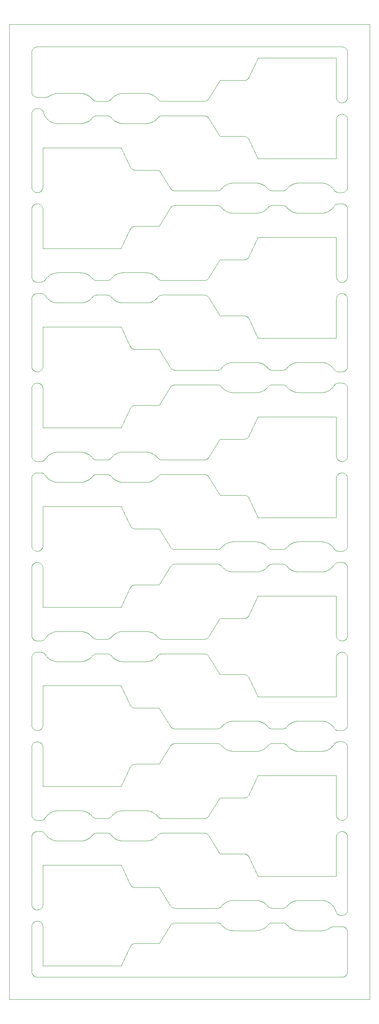
<source format=gm1>
G04 #@! TF.GenerationSoftware,KiCad,Pcbnew,6.0.2+dfsg-1*
G04 #@! TF.CreationDate,2024-07-01T09:46:04-06:00*
G04 #@! TF.ProjectId,ckt-signal-2x-array,636b742d-7369-4676-9e61-6c2d32782d61,rev?*
G04 #@! TF.SameCoordinates,Original*
G04 #@! TF.FileFunction,Profile,NP*
%FSLAX46Y46*%
G04 Gerber Fmt 4.6, Leading zero omitted, Abs format (unit mm)*
G04 Created by KiCad (PCBNEW 6.0.2+dfsg-1) date 2024-07-01 09:46:04*
%MOMM*%
%LPD*%
G01*
G04 APERTURE LIST*
G04 #@! TA.AperFunction,Profile*
%ADD10C,0.100000*%
G04 #@! TD*
G04 APERTURE END LIST*
D10*
X163742656Y-103512836D02*
X163886030Y-103504249D01*
X132944731Y-233583319D02*
X132944963Y-233582887D01*
X116010322Y-81997591D02*
X116010485Y-81997780D01*
X115138286Y-57111213D02*
X115124736Y-57171554D01*
X116790409Y-76823323D02*
X116790198Y-76823455D01*
X113882622Y-81010800D02*
X114643918Y-81010800D01*
X183241001Y-142053070D02*
X183302379Y-142060640D01*
X183117377Y-182737800D02*
X183179325Y-182739320D01*
X139248166Y-35695743D02*
X139099391Y-35667928D01*
X164061773Y-50479534D02*
X164062254Y-50479630D01*
X158461248Y-55966618D02*
X158461116Y-55966621D01*
X141576804Y-187816735D02*
X141577242Y-187816531D01*
X163709774Y-225586348D02*
X163710036Y-225586342D01*
X172430699Y-62706934D02*
X172430955Y-62706999D01*
X182615320Y-159756485D02*
X182558781Y-159731423D01*
X184198235Y-77858567D02*
X184165149Y-77910816D01*
X125731089Y-199054464D02*
X125606798Y-198968096D01*
X112636140Y-82085920D02*
X112646713Y-82024986D01*
X113400320Y-39158614D02*
X113458019Y-39136357D01*
X184339736Y-204037045D02*
X184353286Y-204097386D01*
X161986262Y-31980500D02*
X161958352Y-32035724D01*
X164267166Y-96731945D02*
X164118391Y-96704130D01*
X140590089Y-36291264D02*
X140465798Y-36204896D01*
X124389166Y-157768143D02*
X124240391Y-157740328D01*
X113758998Y-142053070D02*
X113820674Y-142048520D01*
X179725703Y-184633326D02*
X179725934Y-184633232D01*
X117760562Y-35723569D02*
X117730368Y-35731257D01*
X181453967Y-61045623D02*
X181498941Y-61001756D01*
X181201411Y-220169820D02*
X181183223Y-220144522D01*
X172047942Y-225344613D02*
X172048187Y-225344712D01*
X182019080Y-221765676D02*
X181976348Y-221719622D01*
X173336754Y-55966400D02*
X173320248Y-55966618D01*
X114268257Y-142101258D02*
X114326980Y-142120657D01*
X166713135Y-220382782D02*
X166657223Y-220354113D01*
X112870460Y-61174820D02*
X112908509Y-61126066D01*
X115920619Y-81890682D02*
X115920777Y-81890875D01*
X125578989Y-82604145D02*
X125606571Y-82586039D01*
X107545061Y-20003602D02*
X107544750Y-20003981D01*
X141809898Y-118704587D02*
X141751408Y-118681628D01*
X169617981Y-179816800D02*
X167260025Y-179816800D01*
X140590082Y-123190324D02*
X140590296Y-123190170D01*
X141160009Y-158883286D02*
X141138108Y-158858608D01*
X113400320Y-58029485D02*
X113343781Y-58004423D01*
X130712537Y-122541911D02*
X130820821Y-122670515D01*
X165609087Y-56636667D02*
X165484796Y-56550299D01*
X184339736Y-163346245D02*
X184353286Y-163406586D01*
X183541980Y-25153657D02*
X183599679Y-25175914D01*
X164058211Y-91168757D02*
X164058618Y-91169029D01*
X116672968Y-158280774D02*
X116647223Y-158298326D01*
X152836864Y-81935698D02*
X152870306Y-81986705D01*
X141869454Y-81447796D02*
X141929939Y-81430776D01*
X117566012Y-205084892D02*
X117595787Y-205094076D01*
X184051096Y-235714762D02*
X184008452Y-235759552D01*
X112870460Y-223938020D02*
X112908509Y-223889266D01*
X180209801Y-225075944D02*
X180326823Y-225000363D01*
X112636140Y-61740520D02*
X112646713Y-61679586D01*
X181098960Y-97960874D02*
X181098807Y-97960677D01*
X180699940Y-224777470D02*
X180756485Y-224756211D01*
X179433987Y-103357892D02*
X179434224Y-103357816D01*
X179269631Y-103404942D02*
X179269872Y-103404877D01*
X113902377Y-182737800D02*
X113964325Y-182739320D01*
X184377500Y-82270922D02*
X184377500Y-97556077D01*
X117927649Y-83104560D02*
X118064841Y-83128751D01*
X131390912Y-123190332D02*
X131515203Y-123276700D01*
X127194076Y-122096679D02*
X127256422Y-122088865D01*
X184363859Y-122776720D02*
X184371429Y-122838098D01*
X182045043Y-142085965D02*
X182106293Y-142071985D01*
X152540532Y-77849317D02*
X152490428Y-77883886D01*
X184256523Y-57404118D02*
X184228718Y-57459358D01*
X164050822Y-149706457D02*
X161986262Y-154052900D01*
X132949177Y-111502142D02*
X135013737Y-107155699D01*
X183765267Y-182917064D02*
X183817516Y-182950150D01*
X180968897Y-57115057D02*
X180968730Y-57114872D01*
X141268463Y-199702887D02*
X141160180Y-199574283D01*
X155569107Y-98140337D02*
X155519985Y-98179518D01*
X117245124Y-76587570D02*
X117118144Y-76644865D01*
X125091693Y-198685575D02*
X124952057Y-198627186D01*
X140901849Y-41553243D02*
X141010959Y-41448349D01*
X118234619Y-205223219D02*
X118265622Y-205226322D01*
X173320252Y-103514981D02*
X173336750Y-103515199D01*
X170981921Y-219632769D02*
X170981724Y-219632945D01*
X126301003Y-41289107D02*
X126301176Y-41288908D01*
X165532445Y-62228923D02*
X165559162Y-62210403D01*
X181836067Y-149697604D02*
X181835814Y-149697183D01*
X114384679Y-101452114D02*
X114441218Y-101477176D01*
X127319079Y-81393369D02*
X127382018Y-81391799D01*
X155248594Y-179717830D02*
X155190105Y-179740789D01*
X132559360Y-198486835D02*
X132559108Y-198486901D01*
X152160314Y-81444377D02*
X152218208Y-81463181D01*
X130157682Y-78014699D02*
X130098444Y-78034475D01*
X123839825Y-83165349D02*
X123872773Y-83163607D01*
X125258623Y-82788989D02*
X125258859Y-82788871D01*
X116375509Y-163738689D02*
X116375698Y-163738852D01*
X115453953Y-200248413D02*
X115404834Y-200287584D01*
X184339736Y-118207754D02*
X184323241Y-118267357D01*
X116817210Y-41983851D02*
X116937854Y-42053505D01*
X184008452Y-98447152D02*
X183963662Y-98489796D01*
X116247853Y-82243379D02*
X116248033Y-82243551D01*
X107546481Y-20002250D02*
X107546102Y-20002561D01*
X156098336Y-102589632D02*
X156122717Y-102611864D01*
X126042663Y-117928167D02*
X126018282Y-117905935D01*
X139460152Y-117128676D02*
X139428300Y-117120065D01*
X164073063Y-149692400D02*
X164072818Y-149692403D01*
X158083748Y-178060521D02*
X157933712Y-178080446D01*
X184008452Y-221776852D02*
X183963662Y-221819496D01*
X156122724Y-138251345D02*
X156098343Y-138273575D01*
X131740056Y-117429455D02*
X131615991Y-117501827D01*
X172048187Y-143963112D02*
X172078954Y-143975033D01*
X127382027Y-159471400D02*
X127319088Y-159469830D01*
X163750774Y-178044990D02*
X163717825Y-178043248D01*
X116126023Y-118048952D02*
X116031269Y-118151072D01*
X138698825Y-35625448D02*
X138698561Y-35625437D01*
X183241001Y-159846329D02*
X183179325Y-159850879D01*
X158477886Y-96657200D02*
X158477754Y-96657200D01*
X161494988Y-86269550D02*
X161547188Y-86302544D01*
X184323241Y-77576557D02*
X184303842Y-77635280D01*
X115166875Y-47967357D02*
X115166481Y-47967650D01*
X189457339Y-241199201D02*
X189457363Y-241198711D01*
X170049101Y-61122412D02*
X170107591Y-61145371D01*
X183765267Y-121880864D02*
X183817516Y-121913950D01*
X182791345Y-37742236D02*
X182731742Y-37725741D01*
X124951812Y-76554687D02*
X124921045Y-76542766D01*
X165837537Y-143374644D02*
X165837732Y-143374472D01*
X115167704Y-111514767D02*
X115168137Y-111514998D01*
X141579620Y-106433291D02*
X141579966Y-106432953D01*
X141160176Y-204052108D02*
X141267727Y-203924284D01*
X115162781Y-129355424D02*
X115162709Y-129355909D01*
X112834850Y-35962716D02*
X112801764Y-35910467D01*
X115901192Y-163247922D02*
X115920619Y-163272282D01*
X141383785Y-163109843D02*
X141430892Y-163068262D01*
X113576345Y-25117763D02*
X113636686Y-25104213D01*
X141575438Y-175118384D02*
X141574969Y-175118268D01*
X130969848Y-122829770D02*
X130970036Y-122829955D01*
X140465571Y-163967639D02*
X140465790Y-163967492D01*
X183483257Y-139452741D02*
X183423654Y-139469236D01*
X113343781Y-98695223D02*
X113288541Y-98667418D01*
X116010322Y-163379191D02*
X116010485Y-163379380D01*
X155732272Y-220047515D02*
X155732196Y-220047585D01*
X165231220Y-184485716D02*
X165259716Y-184470072D01*
X141586599Y-53058428D02*
X141586469Y-53058225D01*
X180209801Y-184385144D02*
X180326823Y-184309563D01*
X131055641Y-158621548D02*
X131032127Y-158643995D01*
X180873976Y-97703552D02*
X180873805Y-97703372D01*
X131700861Y-82700875D02*
X131833564Y-82773659D01*
X164747351Y-144010528D02*
X164747597Y-144010443D01*
X181201411Y-57406620D02*
X181183223Y-57381322D01*
X144509571Y-183324713D02*
X144561286Y-183292604D01*
X172976084Y-55984587D02*
X172975821Y-55984612D01*
X164656023Y-218909454D02*
X164624670Y-218899174D01*
X152042140Y-118757139D02*
X151982137Y-118767384D01*
X141576356Y-93737082D02*
X141575901Y-93736922D01*
X129802913Y-203465769D02*
X129865572Y-203470466D01*
X155413530Y-167459574D02*
X155418825Y-167467649D01*
X156098343Y-219655175D02*
X156098150Y-219655356D01*
X131543005Y-41913354D02*
X131543228Y-41913496D01*
X116247853Y-158619820D02*
X116148127Y-158717090D01*
X157719054Y-62742628D02*
X157719312Y-62742687D01*
X180624301Y-138160547D02*
X180600432Y-138140519D01*
X170848040Y-97687850D02*
X170847852Y-97688036D01*
X141268463Y-118321287D02*
X141160180Y-118192683D01*
X139780041Y-42248021D02*
X139810806Y-42236101D01*
X166961701Y-223848107D02*
X167022606Y-223834291D01*
X155070060Y-57705423D02*
X155008802Y-57719407D01*
X182206547Y-203452247D02*
X182251337Y-203409603D01*
X114769498Y-162398664D02*
X114831835Y-162406476D01*
X130907993Y-77388444D02*
X130812151Y-77495422D01*
X182397483Y-203295550D02*
X182449732Y-203262464D01*
X126724807Y-162958304D02*
X126779221Y-162926883D01*
X166402786Y-57407951D02*
X166357810Y-57364073D01*
X117566012Y-164394092D02*
X117595787Y-164403276D01*
X115133469Y-81109742D02*
X115190735Y-81135582D01*
X135261998Y-134058981D02*
X135219364Y-134014308D01*
X182973998Y-162398470D02*
X183035674Y-162393920D01*
X141574969Y-65744931D02*
X141575438Y-65744815D01*
X171268696Y-102844781D02*
X171268910Y-102844935D01*
X152330937Y-37281737D02*
X152275127Y-37306039D01*
X157751574Y-184822004D02*
X157751833Y-184822056D01*
X161093535Y-154748257D02*
X161032689Y-154758799D01*
X163886030Y-184885849D02*
X163886289Y-184885830D01*
X141137930Y-199549213D02*
X141034510Y-199438705D01*
X171393428Y-97240960D02*
X171393209Y-97241107D01*
X141991203Y-78064807D02*
X141929944Y-78050823D01*
X136090185Y-93734683D02*
X136028600Y-93730147D01*
X124389423Y-164476596D02*
X124421684Y-164469678D01*
X164408824Y-103420411D02*
X164409077Y-103420352D01*
X183483257Y-200488941D02*
X183423654Y-200505436D01*
X133065009Y-164529713D02*
X133097820Y-164533191D01*
X127010459Y-78033802D02*
X126950898Y-78013787D01*
X141563400Y-228508597D02*
X141573053Y-228508363D01*
X181837500Y-190398786D02*
X181837496Y-190398540D01*
X156409703Y-56636829D02*
X156383114Y-56656366D01*
X113576345Y-121739363D02*
X113636686Y-121725813D01*
X113697620Y-223442240D02*
X113758998Y-223434670D01*
X179072595Y-225522314D02*
X179103135Y-225516140D01*
X115166481Y-88658450D02*
X115166102Y-88658761D01*
X138522113Y-164551400D02*
X138522245Y-164551399D01*
X183179325Y-60666920D02*
X183241001Y-60671470D01*
X125421140Y-36089921D02*
X125288437Y-36017137D01*
X114876490Y-57664733D02*
X114836096Y-57711562D01*
X118065087Y-35662008D02*
X118064841Y-35662048D01*
X126835133Y-203589015D02*
X126892405Y-203563169D01*
X117433721Y-76513551D02*
X117433486Y-76513633D01*
X172610574Y-184822004D02*
X172610833Y-184822056D01*
X181646175Y-98597258D02*
X181595165Y-98560584D01*
X183483257Y-98761941D02*
X183423654Y-98778436D01*
X116031269Y-199532672D02*
X116031102Y-199532857D01*
X141573053Y-134427236D02*
X141563400Y-134427002D01*
X157751833Y-225512856D02*
X157900608Y-225540671D01*
X112646713Y-199529013D02*
X112636140Y-199468079D01*
X132731726Y-117066566D02*
X132731471Y-117066618D01*
X113636686Y-142071213D02*
X113697620Y-142060640D01*
X135452811Y-188029544D02*
X135505011Y-187996550D01*
X141580295Y-106432600D02*
X141580606Y-106432230D01*
X156882370Y-62443601D02*
X157018730Y-62509279D01*
X164267166Y-56041145D02*
X164118391Y-56013330D01*
X113882622Y-60665400D02*
X113902377Y-60665400D01*
X156882140Y-56347328D02*
X156852802Y-56362425D01*
X141580606Y-106432230D02*
X141580900Y-106431847D01*
X113636686Y-220864386D02*
X113576345Y-220850836D01*
X138915988Y-164529709D02*
X138916251Y-164529678D01*
X163918937Y-103501418D02*
X164061670Y-103485386D01*
X170698996Y-138537892D02*
X170698823Y-138538091D01*
X123663113Y-123860600D02*
X123663245Y-123860599D01*
X132252648Y-35816471D02*
X132252402Y-35816556D01*
X181834938Y-68314402D02*
X181834608Y-68314038D01*
X125757892Y-77001755D02*
X125731303Y-76982218D01*
X181183075Y-220144321D02*
X181098960Y-220033274D01*
X178903855Y-96693530D02*
X178765628Y-96676208D01*
X170275192Y-220322695D02*
X170220778Y-220354116D01*
X170720891Y-224422391D02*
X170721069Y-224422586D01*
X141586469Y-215821425D02*
X141581174Y-215813350D01*
X141576356Y-215809482D02*
X141575901Y-215809322D01*
X141575901Y-134427722D02*
X141575438Y-134427584D01*
X184091490Y-40780666D02*
X184129539Y-40829420D01*
X125288437Y-36017137D02*
X125288204Y-36017013D01*
X156534201Y-225003703D02*
X156534420Y-225003851D01*
X140901856Y-158619147D02*
X140901663Y-158618967D01*
X129915878Y-159457489D02*
X129853904Y-159465209D01*
X141578881Y-228506313D02*
X141579258Y-228506011D01*
X157362980Y-56146262D02*
X157362730Y-56146347D01*
X132949177Y-88670257D02*
X132949069Y-88670037D01*
X117089622Y-164204598D02*
X117089846Y-164204709D01*
X124421687Y-117084312D02*
X124389425Y-117077395D01*
X166030151Y-219760429D02*
X166029963Y-219760244D01*
X124240129Y-83122909D02*
X124240389Y-83122864D01*
X118599416Y-164551400D02*
X123663113Y-164551400D01*
X115719970Y-162995873D02*
X115798445Y-163110974D01*
X139779798Y-117233474D02*
X139637274Y-117182537D01*
X138732037Y-42472789D02*
X138882915Y-42460812D01*
X172975820Y-184878592D02*
X172976083Y-184878616D01*
X131440837Y-158307396D02*
X131440625Y-158307547D01*
X130908169Y-36697453D02*
X130907993Y-36697644D01*
X183765267Y-142226264D02*
X183817516Y-142259350D01*
X115138286Y-102370386D02*
X115148859Y-102431320D01*
X115178086Y-111516200D02*
X132926936Y-111516200D01*
X113697620Y-60679040D02*
X113758998Y-60671470D01*
X107548581Y-241207608D02*
X107549034Y-241207796D01*
X139460148Y-205116113D02*
X139460402Y-205116041D01*
X141929944Y-37360023D02*
X141869459Y-37343002D01*
X141579258Y-106433611D02*
X141579620Y-106433291D01*
X132700055Y-83088026D02*
X132700313Y-83088084D01*
X152870306Y-199567294D02*
X152836864Y-199618301D01*
X184008452Y-118792552D02*
X183963662Y-118835196D01*
X163541248Y-55966400D02*
X163541116Y-55966400D01*
X115353824Y-121920541D02*
X115404834Y-121957215D01*
X180751966Y-178965048D02*
X180729125Y-178943855D01*
X179103379Y-96728711D02*
X179103135Y-96728659D01*
X126018282Y-158596735D02*
X126018085Y-158596560D01*
X155008796Y-101762192D02*
X155070055Y-101776176D01*
X135613942Y-228629226D02*
X135670413Y-228604236D01*
X126175503Y-122806087D02*
X126278924Y-122695579D01*
X131515422Y-82586048D02*
X131543005Y-82604154D01*
X117730368Y-42368742D02*
X117760562Y-42376430D01*
X181605793Y-220920490D02*
X181594409Y-220891486D01*
X130684922Y-122508992D02*
X130712525Y-122541897D01*
X112991547Y-200174152D02*
X112948903Y-200129362D01*
X130582099Y-37066436D02*
X130535097Y-37107559D01*
X183765267Y-78291535D02*
X183711458Y-78322018D01*
X117730368Y-83059542D02*
X117760562Y-83067230D01*
X183656218Y-139386023D02*
X183599679Y-139411085D01*
X141480014Y-163029081D02*
X141531028Y-162992398D01*
X164479405Y-218855751D02*
X164479151Y-218855679D01*
X166157106Y-97822410D02*
X166156928Y-97822214D01*
X125091930Y-42177507D02*
X125122024Y-42163979D01*
X154884570Y-142434265D02*
X154946917Y-142442080D01*
X181831862Y-213241998D02*
X181832295Y-213241767D01*
X170562923Y-220081214D02*
X170520190Y-220127279D01*
X183363313Y-98791986D02*
X183302379Y-98802559D01*
X183117377Y-119161600D02*
X183097622Y-119161600D01*
X181839020Y-41518174D02*
X181843570Y-41456498D01*
X124389423Y-205167396D02*
X124421684Y-205160478D01*
X125122024Y-42163979D02*
X125122263Y-42163868D01*
X130535097Y-118489159D02*
X130486114Y-118527902D01*
X132375581Y-83000304D02*
X132520594Y-83043648D01*
X173127226Y-218735792D02*
X173126962Y-218735810D01*
X112801764Y-77858567D02*
X112771281Y-77804758D01*
X126151959Y-82139149D02*
X126152147Y-82138963D01*
X170957336Y-183971232D02*
X170981717Y-183993464D01*
X127070939Y-40739976D02*
X127132197Y-40725992D01*
X118436406Y-123856732D02*
X118583586Y-123860402D01*
X131671904Y-82683983D02*
X131672130Y-82684119D01*
X116375509Y-41666289D02*
X116375698Y-41666452D01*
X140308870Y-117488277D02*
X140280370Y-117471651D01*
X178595210Y-225582154D02*
X178734128Y-225571743D01*
X183483257Y-78416541D02*
X183423654Y-78433036D01*
X135786685Y-65799499D02*
X135846207Y-65783053D01*
X161386057Y-154651773D02*
X161329586Y-154676763D01*
X135452811Y-174906055D02*
X135402291Y-174870543D01*
X182163903Y-122115437D02*
X182206547Y-122070647D01*
X132942182Y-233586266D02*
X132942561Y-233585955D01*
X118234619Y-164532419D02*
X118265622Y-164535522D01*
X183541980Y-60739057D02*
X183599679Y-60761314D01*
X117089622Y-35967801D02*
X116965656Y-36031354D01*
X184339736Y-235174754D02*
X184323241Y-235234357D01*
X125288204Y-76707813D02*
X125258865Y-76692715D01*
X125449863Y-123374911D02*
X125450089Y-123374775D01*
X184091490Y-122162266D02*
X184129539Y-122211020D01*
X112743476Y-179476518D02*
X112718414Y-179419979D01*
X180968897Y-138496657D02*
X180968730Y-138496472D01*
X163717825Y-55970848D02*
X163717561Y-55970838D01*
X171741370Y-143825201D02*
X171877730Y-143890879D01*
X183363313Y-78446586D02*
X183302379Y-78457159D01*
X179882081Y-137681171D02*
X179881855Y-137681065D01*
X132937260Y-152206701D02*
X132937745Y-152206630D01*
X164061298Y-190383784D02*
X164060829Y-190383926D01*
X139248425Y-198458995D02*
X139248166Y-198458943D01*
X115702543Y-162968896D02*
X115719832Y-162995665D01*
X164236349Y-225529769D02*
X164268273Y-225523633D01*
X144839685Y-220455022D02*
X144781791Y-220436218D01*
X132881608Y-164504469D02*
X132881868Y-164504514D01*
X179403973Y-218877652D02*
X179269872Y-218839922D01*
X183483257Y-162446658D02*
X183541980Y-162466057D01*
X131615768Y-117501960D02*
X131588123Y-117519065D01*
X113288541Y-57976618D02*
X113234732Y-57946135D01*
X172078958Y-96888178D02*
X172048193Y-96900098D01*
X164055036Y-149698112D02*
X164050930Y-149706237D01*
X126175510Y-77366305D02*
X126175327Y-77366115D01*
X130790925Y-199592786D02*
X130790759Y-199592986D01*
X123663117Y-117002600D02*
X118599416Y-117002600D01*
X182558781Y-81131776D02*
X182615320Y-81106714D01*
X115088842Y-224264119D02*
X115108241Y-224322842D01*
X156237415Y-138152180D02*
X156122921Y-138251169D01*
X184198235Y-179585567D02*
X184165149Y-179637816D01*
X184091490Y-162853066D02*
X184129539Y-162901820D01*
X180209590Y-225076076D02*
X180209801Y-225075944D01*
X140590082Y-163881124D02*
X140590296Y-163880970D01*
X172221725Y-103335262D02*
X172221975Y-103335348D01*
X131999731Y-164236277D02*
X131999971Y-164236388D01*
X158267961Y-144199792D02*
X158268225Y-144199810D01*
X165136628Y-137728801D02*
X165000268Y-137663122D01*
X125122269Y-76626920D02*
X125122030Y-76626808D01*
X179595792Y-143993509D02*
X179596026Y-143993421D01*
X180062145Y-103089705D02*
X180182789Y-103020051D01*
X139460402Y-83043641D02*
X139605415Y-83000296D01*
X161780635Y-154359708D02*
X161738001Y-154404381D01*
X165384231Y-143706639D02*
X165411876Y-143689534D01*
X115251827Y-39862371D02*
X115273315Y-39921407D01*
X172792450Y-103473521D02*
X172792711Y-103473559D01*
X161271959Y-195389757D02*
X161213314Y-195409100D01*
X117274296Y-157956873D02*
X117274065Y-157956967D01*
X163557880Y-96657421D02*
X163557748Y-96657418D01*
X117118144Y-158026465D02*
X117117918Y-158026571D01*
X155420741Y-73393388D02*
X155420379Y-73393708D01*
X138883178Y-83151587D02*
X138915988Y-83148109D01*
X171096610Y-102711199D02*
X171122131Y-102732112D01*
X166550030Y-98216197D02*
X166499016Y-98179513D01*
X160909814Y-32698483D02*
X160847957Y-32700000D01*
X179881855Y-62491334D02*
X179882081Y-62491228D01*
X172942748Y-178060521D02*
X172792712Y-178080446D01*
X115394118Y-40287875D02*
X115394206Y-40288109D01*
X125606798Y-36204896D02*
X125606579Y-36204748D01*
X156562010Y-178604454D02*
X156534428Y-178622560D01*
X170049105Y-220431589D02*
X169989545Y-220451603D01*
X180326823Y-97244436D02*
X180209801Y-97168855D01*
X139637024Y-157873251D02*
X139605671Y-157862971D01*
X140147204Y-117398613D02*
X140117865Y-117383515D01*
X181546046Y-101650986D02*
X181595165Y-101611815D01*
X126950894Y-203540210D02*
X127010454Y-203520196D01*
X139950935Y-117304080D02*
X139950693Y-117303975D01*
X166372992Y-224185564D02*
X166417900Y-224142163D01*
X184375979Y-61863574D02*
X184377500Y-61925522D01*
X182356081Y-98816200D02*
X182293151Y-98814630D01*
X138698561Y-76316237D02*
X138538879Y-76312021D01*
X171877969Y-62509391D02*
X171908064Y-62522919D01*
X163717561Y-96661638D02*
X163557880Y-96657421D01*
X131768779Y-117413683D02*
X131740283Y-117429327D01*
X117566012Y-42321692D02*
X117595787Y-42330876D01*
X181836298Y-172546762D02*
X181836508Y-172546318D01*
X183423654Y-162430163D02*
X183483257Y-162446658D01*
X170957150Y-138273756D02*
X170848040Y-138378650D01*
X132943913Y-111512139D02*
X132944205Y-111511746D01*
X181753358Y-180044356D02*
X181698950Y-180012943D01*
X184281585Y-138729179D02*
X184256523Y-138785718D01*
X158267962Y-178045010D02*
X158117084Y-178056987D01*
X144781791Y-61117781D02*
X144839685Y-61098977D01*
X182251337Y-162718803D02*
X182298166Y-162678409D01*
X114983235Y-98203967D02*
X114950149Y-98256216D01*
X117245353Y-42203329D02*
X117274065Y-42215432D01*
X155731854Y-179357138D02*
X155731529Y-179357506D01*
X127256422Y-203470465D02*
X127319079Y-203465769D01*
X130842893Y-41313789D02*
X130843071Y-41313985D01*
X116270874Y-158598455D02*
X116248033Y-158619648D01*
X132389238Y-198534416D02*
X132388990Y-198534495D01*
X184008452Y-81379847D02*
X184051096Y-81424637D01*
X173160174Y-137352450D02*
X173127226Y-137354192D01*
X130486114Y-37146302D02*
X130435272Y-37182571D01*
X112624020Y-234930425D02*
X112622500Y-234868477D01*
X115162503Y-192882459D02*
X115162636Y-192887911D01*
X161441235Y-167620752D02*
X161494988Y-167651150D01*
X180624301Y-143393452D02*
X180624490Y-143393289D01*
X154821920Y-220506030D02*
X154758981Y-220507600D01*
X180061927Y-62399027D02*
X180062145Y-62398905D01*
X132927181Y-192897796D02*
X132936283Y-192897573D01*
X127132203Y-159446407D02*
X127070944Y-159432423D01*
X138522249Y-157693400D02*
X138522117Y-157693399D01*
X112991547Y-223797647D02*
X113036337Y-223755003D01*
X161927831Y-46010592D02*
X161958352Y-46064275D01*
X113636686Y-203107413D02*
X113697620Y-203096840D01*
X114441218Y-58004423D02*
X114384679Y-58029485D01*
X155436599Y-73390802D02*
X155426946Y-73391036D01*
X155468971Y-179597801D02*
X155416192Y-179631895D01*
X154758972Y-223809599D02*
X154821911Y-223811169D01*
X172221980Y-218909462D02*
X172221730Y-218909547D01*
X112628570Y-97679701D02*
X112624020Y-97618025D01*
X141573536Y-147126740D02*
X141574016Y-147126693D01*
X171711569Y-56362549D02*
X171578865Y-56435333D01*
X178400708Y-218729600D02*
X178400583Y-218729600D01*
X132939170Y-233587873D02*
X132939632Y-233587708D01*
X166888458Y-179760802D02*
X166828897Y-179740788D01*
X165412095Y-102998594D02*
X165532229Y-102919868D01*
X182298166Y-78184790D02*
X182251337Y-78144396D01*
X140762591Y-117806770D02*
X140762389Y-117806600D01*
X164055268Y-131856319D02*
X164055521Y-131856739D01*
X116010322Y-77484008D02*
X115920777Y-77590724D01*
X180062145Y-225162105D02*
X180182789Y-225092451D01*
X165675459Y-102816029D02*
X165701178Y-102796145D01*
X115163303Y-210735134D02*
X115163138Y-210735597D01*
X156383107Y-224897644D02*
X156409696Y-224917181D01*
X170591272Y-57284315D02*
X170591196Y-57284385D01*
X164059915Y-109002678D02*
X164059471Y-109002887D01*
X180873805Y-179084972D02*
X180852049Y-179062666D01*
X161958352Y-113417324D02*
X161927831Y-113471007D01*
X113964325Y-98814679D02*
X113902377Y-98816200D01*
X140616885Y-41789033D02*
X140617095Y-41788874D01*
X114836096Y-98402362D02*
X114793452Y-98447152D01*
X161894716Y-45958469D02*
X161927831Y-46010592D01*
X173320120Y-62824178D02*
X173320252Y-62824181D01*
X180491324Y-56671904D02*
X180491127Y-56671751D01*
X156690910Y-56452224D02*
X156562233Y-56531912D01*
X141138102Y-41313784D02*
X141160003Y-41289107D01*
X152870306Y-122677505D02*
X155413400Y-126768571D01*
X131031941Y-199334977D02*
X130930665Y-199436826D01*
X124421945Y-35702771D02*
X124421687Y-35702712D01*
X183868079Y-25327960D02*
X183916833Y-25366009D01*
X130843071Y-204077185D02*
X130946491Y-204187692D01*
X117433486Y-198586033D02*
X117404207Y-198596690D01*
X170957336Y-143280432D02*
X170981717Y-143302664D01*
X141809894Y-40777010D02*
X141869454Y-40756996D01*
X181843570Y-41456498D02*
X181851140Y-41395120D01*
X141576804Y-65744335D02*
X141577242Y-65744131D01*
X140590089Y-199054464D02*
X140465798Y-198968096D01*
X113697620Y-182751440D02*
X113758998Y-182743870D01*
X181653527Y-221051630D02*
X181605881Y-220920724D01*
X126724810Y-159286491D02*
X126672030Y-159252396D01*
X169805923Y-57730320D02*
X169743577Y-57738134D01*
X141160180Y-36811083D02*
X141160009Y-36810886D01*
X114914539Y-179688379D02*
X114876490Y-179737133D01*
X126571894Y-118485731D02*
X126524786Y-118444149D01*
X182973998Y-81016870D02*
X183035674Y-81012320D01*
X115148859Y-102431320D02*
X115156429Y-102492698D01*
X157188948Y-178281797D02*
X157049311Y-178340187D01*
X112801764Y-138894767D02*
X112771281Y-138840958D01*
X112622500Y-183997922D02*
X112624020Y-183935974D01*
X180466089Y-62138010D02*
X180466290Y-62137861D01*
X158116821Y-96675412D02*
X158084011Y-96678890D01*
X152042140Y-78066339D02*
X151982137Y-78076584D01*
X135140912Y-93228168D02*
X135105283Y-93177730D01*
X164060367Y-131860708D02*
X164060829Y-131860873D01*
X118234619Y-117021580D02*
X118234371Y-117021608D01*
X172398847Y-184770723D02*
X172430699Y-184779334D01*
X117274065Y-204978632D02*
X117274296Y-204978726D01*
X170520189Y-224189928D02*
X170562922Y-224235994D01*
X155425505Y-126781224D02*
X155425983Y-126781293D01*
X183302379Y-119147959D02*
X183241001Y-119155529D01*
X184256523Y-183459081D02*
X184281585Y-183515620D01*
X136090185Y-53043883D02*
X136028600Y-53039347D01*
X131162267Y-36452527D02*
X131055831Y-36548971D01*
X184129539Y-179688379D02*
X184091490Y-179737133D01*
X164118391Y-218776530D02*
X164118131Y-218776485D01*
X184281585Y-25857820D02*
X184303842Y-25915519D01*
X161213314Y-126835699D02*
X161271959Y-126855042D01*
X184371429Y-122838098D02*
X184375979Y-122899774D01*
X124421687Y-198465912D02*
X124389425Y-198458995D01*
X157049064Y-143904519D02*
X157049306Y-143904624D01*
X179882081Y-178371971D02*
X179881855Y-178371865D01*
X116790409Y-158204923D02*
X116790198Y-158205055D01*
X164058618Y-91169029D02*
X164059039Y-91169281D01*
X139779798Y-198615074D02*
X139637274Y-198564137D01*
X157539847Y-103389123D02*
X157571699Y-103397734D01*
X117896620Y-123789088D02*
X117896864Y-123789140D01*
X117403973Y-42266421D02*
X117404207Y-42266509D01*
X164072818Y-213243196D02*
X164073063Y-213243200D01*
X116647019Y-204637130D02*
X116647223Y-204637273D01*
X181452298Y-220580348D02*
X181385673Y-220458005D01*
X113636686Y-223452813D02*
X113697620Y-223442240D01*
X144237062Y-61493615D02*
X144277441Y-61448063D01*
X130970036Y-122829955D02*
X131079145Y-122934850D01*
X142115429Y-118774334D02*
X142053082Y-118766519D01*
X116126194Y-77357972D02*
X116126023Y-77358152D01*
X161646427Y-127066801D02*
X161693229Y-127107087D01*
X163541116Y-218729600D02*
X158477886Y-218729600D01*
X181834938Y-91167197D02*
X181835249Y-91166818D01*
X164063716Y-27620226D02*
X164063227Y-27620250D01*
X112628570Y-82147298D02*
X112636140Y-82085920D01*
X182230501Y-60671664D02*
X182293151Y-60666969D01*
X115301049Y-118976743D02*
X115246641Y-119008156D01*
X141577670Y-175119292D02*
X141577242Y-175119068D01*
X161547188Y-195251455D02*
X161494988Y-195284449D01*
X141575901Y-106435477D02*
X141576356Y-106435317D01*
X144781791Y-101808581D02*
X144839685Y-101789777D01*
X181835814Y-91166016D02*
X181836067Y-91165595D01*
X126152147Y-41448163D02*
X126175320Y-41424677D01*
X115168581Y-210729591D02*
X115168137Y-210729801D01*
X170590529Y-57285106D02*
X170562923Y-57318014D01*
X157571699Y-225470134D02*
X157571955Y-225470199D01*
X155305866Y-179691984D02*
X155248594Y-179717830D01*
X171877969Y-225272591D02*
X171908064Y-225286119D01*
X180466089Y-102828810D02*
X180466290Y-102828661D01*
X164624670Y-96826774D02*
X164624418Y-96826695D01*
X123663113Y-164551400D02*
X123663245Y-164551399D01*
X136090185Y-228510116D02*
X136152042Y-228508600D01*
X127132203Y-118755607D02*
X127070944Y-118741623D01*
X115169497Y-210729238D02*
X115169034Y-210729403D01*
X144957859Y-139102539D02*
X144898420Y-139089408D01*
X165299138Y-56435324D02*
X165166435Y-56362540D01*
X180326823Y-219316836D02*
X180209801Y-219241255D01*
X131440837Y-36234996D02*
X131440625Y-36235147D01*
X114893706Y-200518214D02*
X114831835Y-200529123D01*
X125091693Y-117303975D02*
X124952057Y-117245586D01*
X115088842Y-183573319D02*
X115108241Y-183632042D01*
X152101579Y-78053208D02*
X152042140Y-78066339D01*
X179103379Y-225516088D02*
X179239194Y-225485089D01*
X181861713Y-204097386D02*
X181875263Y-204037045D01*
X115162781Y-88664624D02*
X115162709Y-88665109D01*
X163918678Y-103501443D02*
X163918937Y-103501418D01*
X145139003Y-179815326D02*
X145078291Y-179810918D01*
X116010485Y-122688580D02*
X116031102Y-122711942D01*
X180327031Y-143618625D02*
X180352776Y-143601073D01*
X113288541Y-60814181D02*
X113343781Y-60786376D01*
X113343781Y-60786376D02*
X113400320Y-60761314D01*
X118599416Y-117002600D02*
X118599291Y-117002600D01*
X141581174Y-175122550D02*
X141580900Y-175122152D01*
X164829810Y-178281690D02*
X164799044Y-178269769D01*
X164059915Y-131860521D02*
X164060367Y-131860708D01*
X166464902Y-183410240D02*
X166513885Y-183371497D01*
X157362980Y-218909462D02*
X157362730Y-218909547D01*
X107543138Y-241201602D02*
X107543303Y-241202065D01*
X124746419Y-198553692D02*
X124601406Y-198510349D01*
X183117377Y-81010800D02*
X183179325Y-81012320D01*
X116147950Y-118026466D02*
X116126194Y-118048772D01*
X140280370Y-158162451D02*
X140280140Y-158162321D01*
X141586599Y-228495571D02*
X144129693Y-224404505D01*
X140437773Y-36186500D02*
X140309097Y-36106813D01*
X125122269Y-198699320D02*
X125122030Y-198699208D01*
X183241001Y-58119329D02*
X183179325Y-58123879D01*
X114496458Y-57976618D02*
X114441218Y-58004423D01*
X144411092Y-61323830D02*
X144459467Y-61286882D01*
X115160979Y-97618025D02*
X115156429Y-97679701D01*
X181830033Y-149692896D02*
X181829557Y-149692776D01*
X152836864Y-122626498D02*
X152870306Y-122677505D01*
X141160003Y-204052307D02*
X141160176Y-204052108D01*
X114748662Y-57798996D02*
X114701833Y-57839390D01*
X161859087Y-72882768D02*
X161821030Y-72931399D01*
X164055794Y-50475546D02*
X164056086Y-50475939D01*
X113083166Y-142333009D02*
X113131920Y-142294960D01*
X155416192Y-98250295D02*
X155361778Y-98281716D01*
X151982137Y-78076584D02*
X151921708Y-78083918D01*
X155423643Y-167471517D02*
X155424098Y-167471677D01*
X164611009Y-62674104D02*
X164747351Y-62628928D01*
X155419393Y-208159230D02*
X155419704Y-208159600D01*
X132942182Y-47967733D02*
X132941788Y-47967442D01*
X144163135Y-138582101D02*
X144129693Y-138531094D01*
X181831418Y-68311791D02*
X181830965Y-68311603D01*
X172221725Y-62644462D02*
X172221975Y-62644548D01*
X113083166Y-139220990D02*
X113036337Y-139180596D01*
X139428297Y-123743124D02*
X139460148Y-123734513D01*
X112628570Y-224565098D02*
X112636140Y-224503720D01*
X155419099Y-208158847D02*
X155419393Y-208159230D01*
X164085288Y-178080441D02*
X163935252Y-178060518D01*
X132420602Y-35761725D02*
X132420352Y-35761797D01*
X160971399Y-73384747D02*
X160909814Y-73389283D01*
X172398851Y-178164886D02*
X172398597Y-178164958D01*
X155421118Y-114083886D02*
X155420741Y-114084188D01*
X131244132Y-204459109D02*
X131244339Y-204459274D01*
X169989545Y-139070003D02*
X169929060Y-139087023D01*
X129739974Y-162773399D02*
X129802913Y-162774969D01*
X124746419Y-117172092D02*
X124601406Y-117128749D01*
X181809264Y-60790182D02*
X181866530Y-60764342D01*
X124240389Y-83122864D02*
X124389164Y-83095048D01*
X157362730Y-218909547D02*
X157220206Y-218960486D01*
X155839996Y-179228692D02*
X155839823Y-179228891D01*
X114681528Y-39216143D02*
X114735936Y-39247556D01*
X116816996Y-158188676D02*
X116790409Y-158204923D01*
X129915878Y-200148289D02*
X129853904Y-200156009D01*
X182503541Y-81159581D02*
X182558781Y-81131776D01*
X130946491Y-204187692D02*
X130946674Y-204187883D01*
X132914450Y-164509720D02*
X132914711Y-164509758D01*
X113758998Y-101362270D02*
X113820674Y-101357720D01*
X141576356Y-228507717D02*
X141576804Y-228507535D01*
X124240131Y-117049483D02*
X124207549Y-117044278D01*
X172398851Y-218855686D02*
X172398597Y-218855758D01*
X151800022Y-159471400D02*
X142241027Y-159471400D01*
X170520190Y-220127279D02*
X170475214Y-220171156D01*
X157049069Y-178340292D02*
X157018975Y-178353820D01*
X115170924Y-47965681D02*
X115170442Y-47965776D01*
X164624418Y-178208295D02*
X164479405Y-178164951D01*
X179404212Y-103367076D02*
X179433987Y-103357892D01*
X123679879Y-35621221D02*
X123679747Y-35621218D01*
X132938701Y-210729184D02*
X132938226Y-210729065D01*
X113234732Y-235949335D02*
X113182483Y-235916249D01*
X140117859Y-82788871D02*
X140147197Y-82773774D01*
X181411235Y-61091677D02*
X181453967Y-61045623D01*
X182791345Y-200505436D02*
X182731742Y-200488941D01*
X139248164Y-42404248D02*
X139248423Y-42404196D01*
X179566513Y-56168233D02*
X179566278Y-56168151D01*
X116271059Y-199289088D02*
X116270874Y-199289255D01*
X172943011Y-137369690D02*
X172942748Y-137369721D01*
X114831835Y-200529123D02*
X114769498Y-200536935D01*
X152490428Y-81597713D02*
X152540532Y-81632282D01*
X132943913Y-47969460D02*
X132943602Y-47969081D01*
X181835249Y-68314781D02*
X181834938Y-68314402D01*
X116147950Y-204218333D02*
X116148127Y-204218509D01*
X141531030Y-199943196D02*
X141480016Y-199906512D01*
X141869459Y-37343002D02*
X141809898Y-37322987D01*
X115162636Y-170047688D02*
X115162503Y-170053140D01*
X140877282Y-77215135D02*
X140877085Y-77214960D01*
X124569044Y-117120000D02*
X124421945Y-117084371D01*
X157362730Y-96837147D02*
X157220206Y-96888086D01*
X165456771Y-56531903D02*
X165328095Y-56452216D01*
X135786685Y-147181099D02*
X135846207Y-147164653D01*
X164055521Y-190388060D02*
X164055268Y-190388480D01*
X112646713Y-118147413D02*
X112636140Y-118086479D01*
X141809894Y-81467810D02*
X141869454Y-81447796D01*
X132552956Y-205124797D02*
X132700055Y-205160426D01*
X184198235Y-183350032D02*
X184228718Y-183403841D01*
X141578086Y-187816062D02*
X141578490Y-187815797D01*
X133113710Y-198395169D02*
X133081321Y-198397956D01*
X178400708Y-144205999D02*
X178416289Y-144205804D01*
X115816924Y-122445878D02*
X115901039Y-122556925D01*
X115798445Y-41038574D02*
X115798588Y-41038779D01*
X139428044Y-198501600D02*
X139280945Y-198465971D01*
X130286864Y-162898217D02*
X130342776Y-162926886D01*
X127319088Y-37397430D02*
X127256429Y-37392734D01*
X180326823Y-225000363D02*
X180327031Y-225000225D01*
X135105283Y-52486930D02*
X135072168Y-52434807D01*
X181453967Y-179817576D02*
X181411235Y-179771522D01*
X181836861Y-50473002D02*
X181837003Y-50472533D01*
X155436599Y-86090797D02*
X155436840Y-86090800D01*
X178400583Y-96657200D02*
X173336886Y-96657200D01*
X113036337Y-142373403D02*
X113083166Y-142333009D01*
X132030065Y-164249916D02*
X132030307Y-164250021D01*
X132938226Y-111515734D02*
X132938701Y-111515615D01*
X166330291Y-142849537D02*
X166372992Y-142803964D01*
X125757892Y-199074155D02*
X125731303Y-199054618D01*
X161894716Y-86649269D02*
X161927831Y-86701392D01*
X165675252Y-62125386D02*
X165675459Y-62125229D01*
X141751405Y-162872369D02*
X141809894Y-162849410D01*
X113902377Y-142047000D02*
X113964325Y-142048520D01*
X157571702Y-56083875D02*
X157539851Y-56092486D01*
X133113710Y-35631969D02*
X133081321Y-35634756D01*
X123872774Y-157699589D02*
X123839825Y-157697848D01*
X115162500Y-183997922D02*
X115162500Y-192882213D01*
X181861713Y-77456613D02*
X181851140Y-77395679D01*
X166770407Y-98336229D02*
X166713135Y-98310382D01*
X141531028Y-81610798D02*
X141583807Y-81576704D01*
X112771281Y-25746041D02*
X112801764Y-25692232D01*
X132937745Y-152206630D02*
X132938226Y-152206534D01*
X141268470Y-41160293D02*
X141296076Y-41127385D01*
X181183223Y-138762922D02*
X181183075Y-138762721D01*
X183656218Y-25200976D02*
X183711458Y-25228781D01*
X123663245Y-42478999D02*
X123679751Y-42478781D01*
X171711562Y-143809862D02*
X171711795Y-143809986D01*
X181663533Y-221081401D02*
X181653609Y-221051866D01*
X184165149Y-37220016D02*
X184129539Y-37270579D01*
X117927649Y-42413760D02*
X118064841Y-42437951D01*
X132700055Y-164469626D02*
X132700313Y-164469684D01*
X139280941Y-83088019D02*
X139428041Y-83052389D01*
X181098960Y-61520725D02*
X181183075Y-61409678D01*
X155965679Y-57020722D02*
X155965496Y-57020912D01*
X179566513Y-103313366D02*
X179595792Y-103302709D01*
X182163903Y-37366162D02*
X182123509Y-37319333D01*
X155422757Y-45398731D02*
X155423195Y-45398935D01*
X157900870Y-96704090D02*
X157900610Y-96704135D01*
X164057438Y-213240555D02*
X164057817Y-213240866D01*
X107542636Y-20009888D02*
X107542503Y-20015340D01*
X179433987Y-96814507D02*
X179404212Y-96805323D01*
X155248591Y-183217771D02*
X155305863Y-183243617D01*
X115178086Y-152207000D02*
X132926936Y-152207000D01*
X126018085Y-77214960D02*
X125903591Y-77115970D01*
X164830055Y-178281789D02*
X164829810Y-178281690D01*
X132939170Y-70824673D02*
X132939632Y-70824508D01*
X116508675Y-41773495D02*
X116508872Y-41773648D01*
X181933414Y-159074579D02*
X181911157Y-159016880D01*
X141575438Y-134427584D02*
X141574969Y-134427468D01*
X115162781Y-152198575D02*
X115162876Y-152199057D01*
X157189193Y-56209298D02*
X157188948Y-56209397D01*
X181837218Y-91162375D02*
X181837290Y-91161890D01*
X112646713Y-102370386D02*
X112660263Y-102310045D01*
X115124736Y-97862354D02*
X115108241Y-97921957D01*
X182298166Y-162678409D02*
X182346920Y-162640360D01*
X180034563Y-225177128D02*
X180061927Y-225162227D01*
X115163701Y-129352637D02*
X115163491Y-129353081D01*
X115702543Y-122278096D02*
X115719832Y-122304865D01*
X131187111Y-77121960D02*
X131162462Y-77143155D01*
X179725934Y-103251632D02*
X179754646Y-103239529D01*
X179103135Y-218801059D02*
X179072595Y-218794885D01*
X113288541Y-101504981D02*
X113343781Y-101477176D01*
X180327031Y-62237025D02*
X180352776Y-62219473D01*
X181837339Y-27629398D02*
X181837290Y-27628909D01*
X164060829Y-190383926D02*
X164060367Y-190384091D01*
X115170924Y-111515918D02*
X115171409Y-111515990D01*
X114496458Y-101504981D02*
X114550267Y-101535464D01*
X189449557Y-20000376D02*
X189449075Y-20000281D01*
X164447043Y-218847002D02*
X164299944Y-218811373D01*
X118583586Y-35621197D02*
X118436406Y-35624867D01*
X118265871Y-123844743D02*
X118404789Y-123855154D01*
X141586469Y-65732574D02*
X141586599Y-65732371D01*
X164236349Y-62766569D02*
X164268273Y-62760433D01*
X155419704Y-32703599D02*
X155419393Y-32703969D01*
X116817210Y-36116148D02*
X116816996Y-36116276D01*
X181201554Y-98097625D02*
X181201411Y-98097420D01*
X158461120Y-103514978D02*
X158461252Y-103514981D01*
X129853904Y-159465209D02*
X129791624Y-159469849D01*
X116816996Y-204746923D02*
X116817210Y-204747051D01*
X126018275Y-163648054D02*
X126042656Y-163625824D01*
X132941381Y-47967170D02*
X132940960Y-47966918D01*
X115163491Y-88662281D02*
X115163303Y-88662734D01*
X181832295Y-149693832D02*
X181831862Y-149693601D01*
X115148859Y-97741079D02*
X115138286Y-97802013D01*
X125758103Y-117692714D02*
X125757892Y-117692555D01*
X140309089Y-204756375D02*
X140437766Y-204676687D01*
X182318471Y-221992456D02*
X182264063Y-221961043D01*
X158084009Y-62802714D02*
X158116820Y-62806192D01*
X125091930Y-82868307D02*
X125122024Y-82854779D01*
X170107594Y-98336230D02*
X170049105Y-98359189D01*
X112696157Y-163227919D02*
X112718414Y-163170220D01*
X155008802Y-57719407D02*
X154946923Y-57730320D01*
X172759870Y-218776490D02*
X172759610Y-218776535D01*
X115165061Y-88659802D02*
X115164750Y-88660181D01*
X180034343Y-178449154D02*
X179910377Y-178385601D01*
X116937854Y-123435105D02*
X116938072Y-123435227D01*
X172079201Y-143975125D02*
X172221725Y-144026062D01*
X115160979Y-102554374D02*
X115162500Y-102616322D01*
X112624020Y-219690425D02*
X112622500Y-219628477D01*
X133098083Y-205224015D02*
X133248962Y-205235992D01*
X114550267Y-142226264D02*
X114602516Y-142259350D01*
X158477882Y-225587600D02*
X163544683Y-225587600D01*
X155413530Y-195476025D02*
X155413400Y-195476228D01*
X141638223Y-200008712D02*
X141583810Y-199977291D01*
X117760562Y-198486769D02*
X117730368Y-198494457D01*
X124601406Y-117128749D02*
X124601152Y-117128676D01*
X125877868Y-117785687D02*
X125877662Y-117785522D01*
X139248166Y-117077343D02*
X139099391Y-117049528D01*
X113758998Y-121707670D02*
X113820674Y-121703120D01*
X141694133Y-122207415D02*
X141751405Y-122181569D01*
X179566513Y-178240633D02*
X179566278Y-178240551D01*
X132944963Y-129352712D02*
X132944731Y-129352280D01*
X123679879Y-76312021D02*
X123679747Y-76312018D01*
X114496458Y-142195781D02*
X114550267Y-142226264D01*
X163886030Y-225576649D02*
X163886289Y-225576630D01*
X156562226Y-102949699D02*
X156690902Y-103029386D01*
X165259716Y-143779272D02*
X165259943Y-143779144D01*
X132590922Y-157788247D02*
X132559360Y-157796035D01*
X140147197Y-42082974D02*
X140147430Y-42082850D01*
X107542500Y-241193013D02*
X107542503Y-241193259D01*
X129989797Y-40725992D02*
X130051056Y-40739976D01*
X156382896Y-184206685D02*
X156383107Y-184206844D01*
X155426946Y-73391036D02*
X155426463Y-73391059D01*
X115166481Y-129349250D02*
X115166102Y-129349561D01*
X184281585Y-37002179D02*
X184256523Y-37058718D01*
X130111541Y-81447797D02*
X130171102Y-81467811D01*
X139810806Y-204999301D02*
X139811051Y-204999202D01*
X130930484Y-36673813D02*
X130908169Y-36697453D01*
X138698825Y-83165349D02*
X138731773Y-83163607D01*
X124569300Y-35738465D02*
X124569044Y-35738400D01*
X181832716Y-27621685D02*
X181832295Y-27621432D01*
X163886289Y-225576630D02*
X163918678Y-225573843D01*
X125731089Y-117672864D02*
X125606798Y-117586496D01*
X131671904Y-164065583D02*
X131672130Y-164065719D01*
X115162500Y-152191413D02*
X115162503Y-152191659D01*
X165327869Y-219215280D02*
X165299368Y-219198654D01*
X144509571Y-224015513D02*
X144561286Y-223983404D01*
X169867802Y-139101007D02*
X169805923Y-139111920D01*
X164060829Y-131860873D02*
X164061298Y-131861015D01*
X116647223Y-158298326D02*
X116647019Y-158298469D01*
X140901849Y-204316443D02*
X141010959Y-204211549D01*
X141574494Y-65745024D02*
X141574969Y-65744931D01*
X141573536Y-215808859D02*
X141573053Y-215808836D01*
X117566012Y-35778307D02*
X117565775Y-35778383D01*
X139950693Y-157994775D02*
X139811057Y-157936386D01*
X126018085Y-36524160D02*
X125903591Y-36425170D01*
X189457500Y-241193013D02*
X189457500Y-20015586D01*
X135306770Y-134101512D02*
X135261998Y-134058981D01*
X113400320Y-182833714D02*
X113458019Y-182811457D01*
X155425505Y-195463575D02*
X155425030Y-195463668D01*
X125288204Y-198780213D02*
X125258865Y-198765115D01*
X123839561Y-198388637D02*
X123679879Y-198384421D01*
X112636140Y-77395679D02*
X112628570Y-77334301D01*
X131467554Y-76907276D02*
X131440837Y-76925796D01*
X115169966Y-233588103D02*
X115170442Y-233588223D01*
X179434224Y-184739416D02*
X179566278Y-184695048D01*
X163544683Y-225587600D02*
X163544759Y-225587599D01*
X126175503Y-163496887D02*
X126278924Y-163386379D01*
X125903382Y-163747389D02*
X125903584Y-163747219D01*
X164778179Y-143999419D02*
X164778422Y-143999328D01*
X156237610Y-62020399D02*
X156263131Y-62041312D01*
X179754646Y-219005270D02*
X179725934Y-218993167D01*
X161780635Y-208575891D02*
X161821030Y-208622600D01*
X183241001Y-224691970D02*
X183302379Y-224699540D01*
X144411092Y-220230169D02*
X144364557Y-220190927D01*
X113182483Y-179985449D02*
X113131920Y-179949839D01*
X125122269Y-158008520D02*
X125122030Y-158008408D01*
X114653079Y-182985760D02*
X114701833Y-183023809D01*
X166188019Y-143022182D02*
X166209074Y-142997413D01*
X163742656Y-225585236D02*
X163886030Y-225576649D01*
X155418825Y-167467649D02*
X155419099Y-167468047D01*
X179239437Y-62721830D02*
X179269631Y-62714142D01*
X184198235Y-40932232D02*
X184228718Y-40986041D01*
X115162636Y-70815511D02*
X115162660Y-70816001D01*
X117433486Y-164349566D02*
X117433721Y-164349648D01*
X172759610Y-96704135D02*
X172610835Y-96731951D01*
X184256523Y-225407181D02*
X184281585Y-225463720D01*
X155661190Y-57364079D02*
X155616214Y-57407956D01*
X158084011Y-137369690D02*
X158083748Y-137369721D01*
X139981263Y-42163868D02*
X140117623Y-42098189D01*
X156719859Y-103046278D02*
X156852562Y-103119062D01*
X181698950Y-98631343D02*
X181646175Y-98597258D01*
X154758972Y-183118799D02*
X154821911Y-183120369D01*
X113820674Y-101357720D02*
X113882622Y-101356200D01*
X125758103Y-158383514D02*
X125757892Y-158383355D01*
X182168164Y-98802123D02*
X182106293Y-98791214D01*
X133458883Y-83169799D02*
X138522113Y-83169800D01*
X115336466Y-40127198D02*
X115346390Y-40156733D01*
X126621014Y-163029081D02*
X126672028Y-162992398D01*
X112743476Y-138785718D02*
X112718414Y-138729179D01*
X179910153Y-97003890D02*
X179882081Y-96990371D01*
X181828590Y-50479790D02*
X181829075Y-50479718D01*
X173336882Y-184896799D02*
X178400583Y-184896799D01*
X133097820Y-164533191D02*
X133098083Y-164533215D01*
X157933712Y-137389646D02*
X157933451Y-137389684D01*
X181280167Y-98212934D02*
X181280029Y-98212726D01*
X132944205Y-70820946D02*
X132944478Y-70820539D01*
X141268145Y-81851461D02*
X141268470Y-81851093D01*
X170847852Y-138378836D02*
X170824679Y-138402322D01*
X184377500Y-97556077D02*
X184375979Y-97618025D01*
X172398593Y-62698250D02*
X172398847Y-62698323D01*
X140280363Y-42009936D02*
X140308863Y-41993311D01*
X152540532Y-159230917D02*
X152490428Y-159265486D01*
X157018975Y-178353820D02*
X157018736Y-178353931D01*
X156237617Y-56770410D02*
X156237415Y-56770580D01*
X155989034Y-102484557D02*
X156098143Y-102589452D01*
X154946923Y-139111920D02*
X154884577Y-139119734D01*
X181833518Y-172550149D02*
X181833897Y-172549838D01*
X155305863Y-223934417D02*
X155361776Y-223963087D01*
X157049311Y-178340187D02*
X157049069Y-178340292D01*
X184165149Y-118601616D02*
X184129539Y-118652179D01*
X183868079Y-78222839D02*
X183817516Y-78258449D01*
X181809264Y-101480982D02*
X181866530Y-101455142D01*
X164479405Y-56092551D02*
X164479151Y-56092479D01*
X139066549Y-117044278D02*
X139066288Y-117044240D01*
X181986281Y-203749241D02*
X182016764Y-203695432D01*
X155703923Y-138699614D02*
X155661190Y-138745679D01*
X125731296Y-82499370D02*
X125757885Y-82479833D01*
X126175510Y-199438705D02*
X126175327Y-199438515D01*
X144198931Y-183613463D02*
X144237062Y-183566015D01*
X113882622Y-223428600D02*
X113902377Y-223428600D01*
X183179325Y-159850879D02*
X183117377Y-159852400D01*
X155425983Y-167472093D02*
X155426463Y-167472140D01*
X116937854Y-164125905D02*
X116938072Y-164126027D01*
X157189187Y-143963112D02*
X157219954Y-143975033D01*
X171549902Y-143720186D02*
X171550129Y-143720322D01*
X155732196Y-57284385D02*
X155731854Y-57284738D01*
X130535097Y-199870759D02*
X130486114Y-199909502D01*
X180183003Y-97152476D02*
X180182789Y-97152348D01*
X189449557Y-241208223D02*
X189450033Y-241208103D01*
X139460152Y-76437876D02*
X139428300Y-76429265D01*
X170220776Y-61199887D02*
X170275189Y-61231308D01*
X184165149Y-142606983D02*
X184198235Y-142659232D01*
X141929939Y-122121576D02*
X141991197Y-122107592D01*
X113636686Y-36498486D02*
X113576345Y-36484936D01*
X115168137Y-152205798D02*
X115168581Y-152206008D01*
X112801764Y-122313832D02*
X112834850Y-122261583D01*
X126779221Y-81545283D02*
X126835133Y-81516615D01*
X112622500Y-178937677D02*
X112622500Y-163652522D01*
X118095897Y-123824235D02*
X118096144Y-123824269D01*
X166948943Y-179777823D02*
X166888458Y-179760802D01*
X139066288Y-35662640D02*
X138916252Y-35642717D01*
X116965656Y-36031354D02*
X116965436Y-36031471D01*
X183916833Y-40606009D02*
X183963662Y-40646403D01*
X184129539Y-162901820D02*
X184165149Y-162952383D01*
X114602516Y-101568550D02*
X114653079Y-101604160D01*
X171908311Y-178340187D02*
X171908069Y-178340292D01*
X164062739Y-190383498D02*
X164062254Y-190383569D01*
X156122921Y-97560369D02*
X156122724Y-97560545D01*
X124024178Y-164533187D02*
X124056988Y-164529709D01*
X125578996Y-198949842D02*
X125578773Y-198949700D01*
X114268257Y-60719658D02*
X114326980Y-60739057D01*
X126278924Y-204077179D02*
X126279102Y-204076984D01*
X155420379Y-154775308D02*
X155420033Y-154775646D01*
X144319972Y-224167715D02*
X144364557Y-224126272D01*
X139779798Y-76542674D02*
X139637274Y-76491737D01*
X115816776Y-203827277D02*
X115816924Y-203827478D01*
X126524785Y-163109843D02*
X126571892Y-163068262D01*
X180062145Y-97082694D02*
X180061927Y-97082572D01*
X156098336Y-61898832D02*
X156122717Y-61921064D01*
X170562922Y-183545194D02*
X170590524Y-183578098D01*
X144459467Y-61286882D02*
X144509571Y-61252313D01*
X152680027Y-163131515D02*
X152722558Y-163175063D01*
X132700055Y-42397226D02*
X132700313Y-42397284D01*
X118065087Y-42437991D02*
X118095897Y-42442635D01*
X130946674Y-204187883D02*
X130969848Y-204211370D01*
X155421118Y-45397713D02*
X155421509Y-45397997D01*
X184371429Y-82147298D02*
X184375979Y-82208974D01*
X155248594Y-98336230D02*
X155190105Y-98359189D01*
X141267727Y-41161084D02*
X141267803Y-41161014D01*
X132559108Y-76414501D02*
X132420602Y-76452525D01*
X155569105Y-224104468D02*
X155616213Y-224146050D01*
X124024179Y-35639207D02*
X124023916Y-35639183D01*
X170957343Y-219655175D02*
X170957150Y-219655356D01*
X112718414Y-25857820D02*
X112743476Y-25801281D01*
X126437077Y-118354205D02*
X126409475Y-118321301D01*
X179103379Y-137419511D02*
X179103135Y-137419459D01*
X113131920Y-98568239D02*
X113083166Y-98530190D01*
X118583710Y-117002795D02*
X118583586Y-117002797D01*
X130642189Y-122462926D02*
X130684922Y-122508992D01*
X132388990Y-157843695D02*
X132252648Y-157888871D01*
X126279102Y-122695384D02*
X126301003Y-122670707D01*
X164061670Y-103485386D02*
X164061928Y-103485354D01*
X132937745Y-111515830D02*
X132938226Y-111515734D01*
X155569107Y-220212737D02*
X155519985Y-220251918D01*
X113820674Y-182739320D02*
X113882622Y-182737800D01*
X140147430Y-123464450D02*
X140280134Y-123391666D01*
X129739974Y-40700999D02*
X129802913Y-40702569D01*
X155965679Y-219783922D02*
X155965496Y-219784112D01*
X132940960Y-233587081D02*
X132941381Y-233586829D01*
X141430892Y-203759062D02*
X141480014Y-203719881D01*
X181098807Y-97960677D02*
X181079380Y-97936317D01*
X184228718Y-61331441D02*
X184256523Y-61386681D01*
X141573536Y-106435940D02*
X141574016Y-106435893D01*
X184051096Y-37366162D02*
X184008452Y-37410952D01*
X164058618Y-27621770D02*
X164058211Y-27622042D01*
X117404207Y-198596690D02*
X117403973Y-198596778D01*
X165675252Y-184197786D02*
X165675459Y-184197629D01*
X155436599Y-208163197D02*
X155436840Y-208163200D01*
X183241001Y-182743870D02*
X183302379Y-182751440D01*
X181827611Y-149692536D02*
X181822159Y-149692403D01*
X183363313Y-81035013D02*
X183423654Y-81048563D01*
X131363898Y-82479682D02*
X131364108Y-82479841D01*
X165299368Y-178507854D02*
X165299138Y-178507724D01*
X132030065Y-204940716D02*
X132030307Y-204940821D01*
X115405590Y-40317113D02*
X115405684Y-40317344D01*
X130382696Y-77907075D02*
X130328513Y-77938134D01*
X158116820Y-62806192D02*
X158117083Y-62806216D01*
X117565775Y-164394016D02*
X117566012Y-164394092D01*
X140901656Y-204316624D02*
X140901849Y-204316443D01*
X179595792Y-184684309D02*
X179596026Y-184684221D01*
X157362725Y-144026062D02*
X157362975Y-144026148D01*
X164656273Y-56146340D02*
X164656023Y-56146254D01*
X117760562Y-157795969D02*
X117730368Y-157803657D01*
X170590524Y-183578098D02*
X170590536Y-183578112D01*
X113288541Y-81159581D02*
X113343781Y-81131776D01*
X183302379Y-40333640D02*
X183363313Y-40344213D01*
X161271959Y-73317357D02*
X161213314Y-73336700D01*
X170164863Y-223934417D02*
X170220776Y-223963087D01*
X184228718Y-163058441D02*
X184256523Y-163113681D01*
X158461248Y-96657418D02*
X158461116Y-96657421D01*
X132941788Y-233586557D02*
X132942182Y-233586266D01*
X171578859Y-103046278D02*
X171711562Y-103119062D01*
X112628570Y-122838098D02*
X112636140Y-122776720D01*
X114769498Y-159846135D02*
X114706848Y-159850830D01*
X140117629Y-198764998D02*
X139981269Y-198699320D01*
X139981030Y-35936008D02*
X139950935Y-35922480D01*
X157220206Y-137578886D02*
X157219958Y-137578978D01*
X139428041Y-164433989D02*
X139428297Y-164433924D01*
X135452811Y-52833655D02*
X135402291Y-52798143D01*
X117433721Y-164349648D02*
X117565775Y-164394016D01*
X156263131Y-143422912D02*
X156263337Y-143423077D01*
X117274296Y-117266073D02*
X117274065Y-117266167D01*
X141034510Y-118057105D02*
X141034327Y-118056915D01*
X132087528Y-117261575D02*
X132057560Y-117274174D01*
X184323241Y-158958157D02*
X184303842Y-159016880D01*
X181836696Y-172545865D02*
X181836861Y-172545402D01*
X171877975Y-137663020D02*
X171877736Y-137663131D01*
X164268273Y-62760433D02*
X164268528Y-62760381D01*
X141576804Y-106435135D02*
X141577242Y-106434931D01*
X164118131Y-218776485D02*
X164085549Y-218771279D01*
X113182483Y-57913049D02*
X113131920Y-57877439D01*
X144669062Y-61163662D02*
X144724872Y-61139360D01*
X182356081Y-101356200D02*
X183117377Y-101356200D01*
X167260025Y-179816800D02*
X167197086Y-179815230D01*
X183963662Y-60991803D02*
X184008452Y-61034447D01*
X107543932Y-241203395D02*
X107544185Y-241203816D01*
X131515203Y-123276700D02*
X131515422Y-123276848D01*
X117433486Y-42277166D02*
X117433721Y-42277248D01*
X113288541Y-159703618D02*
X113234732Y-159673135D01*
X180968897Y-219878257D02*
X180968730Y-219878072D01*
X116247853Y-77238220D02*
X116148127Y-77335490D01*
X170824672Y-224533284D02*
X170847846Y-224556772D01*
X139950935Y-35922480D02*
X139950693Y-35922375D01*
X133081062Y-117016381D02*
X132938329Y-117032413D01*
X123679883Y-164551178D02*
X123839561Y-164546959D01*
X164798797Y-96888077D02*
X164656273Y-96837140D01*
X184008452Y-159483352D02*
X183963662Y-159525996D01*
X164059471Y-131860312D02*
X164059915Y-131860521D01*
X155965672Y-183842484D02*
X155988846Y-183865972D01*
X112624020Y-163590574D02*
X112628570Y-163528898D01*
X113964325Y-60666920D02*
X114026001Y-60671470D01*
X136090185Y-106437716D02*
X136152042Y-106436200D01*
X125091930Y-123559107D02*
X125122024Y-123545579D01*
X155420033Y-126778353D02*
X155420379Y-126778691D01*
X189453518Y-241206349D02*
X189453897Y-241206038D01*
X117896864Y-198455659D02*
X117896620Y-198455711D01*
X130712537Y-163232711D02*
X130820821Y-163361315D01*
X163751037Y-218735807D02*
X163750774Y-218735790D01*
X181827611Y-172552263D02*
X181828101Y-172552239D01*
X118436157Y-76315677D02*
X118405038Y-76317230D01*
X164062254Y-27620369D02*
X164061773Y-27620465D01*
X183599679Y-121797514D02*
X183656218Y-121822576D01*
X183711458Y-98667418D02*
X183656218Y-98695223D01*
X155425983Y-32700306D02*
X155425505Y-32700375D01*
X166091830Y-102438746D02*
X166092006Y-102438555D01*
X115162636Y-88666088D02*
X115162503Y-88671540D01*
X181837123Y-109009542D02*
X181837003Y-109009066D01*
X155416192Y-138941095D02*
X155361778Y-138972516D01*
X132201202Y-205011322D02*
X132343726Y-205062259D01*
X171096408Y-184092629D02*
X171096610Y-184092799D01*
X129853904Y-200156009D02*
X129791624Y-200160649D01*
X181079380Y-179317917D02*
X181079222Y-179317724D01*
X141034327Y-77366115D02*
X141011153Y-77342627D01*
X140309097Y-158179213D02*
X140308870Y-158179077D01*
X132941381Y-170039570D02*
X132940960Y-170039318D01*
X116248033Y-204315951D02*
X116270874Y-204337144D01*
X183868079Y-81258760D02*
X183916833Y-81296809D01*
X132914450Y-42437320D02*
X132914711Y-42437358D01*
X112870460Y-220379179D02*
X112834850Y-220328616D01*
X141531028Y-162992398D02*
X141583807Y-162958304D01*
X123679747Y-35621218D02*
X123663249Y-35621000D01*
X173126962Y-96663410D02*
X172976084Y-96675387D01*
X183599679Y-200447285D02*
X183541980Y-200469542D01*
X113182483Y-118949249D02*
X113131920Y-118913639D01*
X155421118Y-208160913D02*
X155421509Y-208161197D01*
X125288437Y-76707937D02*
X125288204Y-76707813D01*
X115190735Y-162517182D02*
X115246641Y-162545843D01*
X182206547Y-122070647D02*
X182251337Y-122028003D01*
X183541980Y-159778742D02*
X183483257Y-159798141D01*
X117596026Y-83021747D02*
X117730127Y-83059477D01*
X115163303Y-129353534D02*
X115163138Y-129353997D01*
X165559162Y-184282803D02*
X165559374Y-184282652D01*
X182397483Y-200330849D02*
X182346920Y-200295239D01*
X144669062Y-139008737D02*
X144614491Y-138981768D01*
X131896670Y-76656939D02*
X131769009Y-76722760D01*
X112718414Y-81788620D02*
X112743476Y-81732081D01*
X166156928Y-57131414D02*
X166053508Y-57020907D01*
X115798445Y-199824625D02*
X115719970Y-199939726D01*
X140617103Y-77001914D02*
X140616892Y-77001755D01*
X131896670Y-35966139D02*
X131769009Y-36031960D01*
X180624490Y-56779110D02*
X180624301Y-56778947D01*
X183916833Y-142333009D02*
X183963662Y-142373403D01*
X155988846Y-224556772D02*
X155989034Y-224556957D01*
X181827611Y-190383336D02*
X181822159Y-190383203D01*
X171877730Y-184581679D02*
X171877969Y-184581791D01*
X118436406Y-76315667D02*
X118436157Y-76315677D01*
X132942925Y-70822427D02*
X132943272Y-70822080D01*
X171578859Y-62355478D02*
X171711562Y-62428262D01*
X115162996Y-233581133D02*
X115163138Y-233581602D01*
X181837290Y-213234290D02*
X181837339Y-213233801D01*
X164050930Y-172538562D02*
X164055036Y-172546687D01*
X184303842Y-77635280D02*
X184281585Y-77692979D01*
X131218410Y-82365626D02*
X131218612Y-82365796D01*
X171122337Y-224804677D02*
X171241896Y-224897485D01*
X181829075Y-68311081D02*
X181828590Y-68311009D01*
X132944478Y-210733460D02*
X132944205Y-210733053D01*
X170562922Y-102163594D02*
X170590524Y-102196498D01*
X124601402Y-164425241D02*
X124746415Y-164381896D01*
X170428107Y-179521937D02*
X170378985Y-179561118D01*
X157018730Y-184581679D02*
X157018969Y-184581791D01*
X155661189Y-61426728D02*
X155703922Y-61472794D01*
X114326980Y-142120657D02*
X114384679Y-142142914D01*
X157362725Y-103335262D02*
X157362975Y-103335348D01*
X112696157Y-25915519D02*
X112718414Y-25857820D01*
X139248164Y-123785848D02*
X139248423Y-123785796D01*
X133289963Y-157694657D02*
X133257603Y-157695751D01*
X116399567Y-77104319D02*
X116375698Y-77124347D01*
X164056397Y-190386881D02*
X164056086Y-190387260D01*
X160847957Y-86090800D02*
X160909814Y-86092316D01*
X140437766Y-123295087D02*
X140437989Y-123294945D01*
X151982137Y-122095815D02*
X152042140Y-122106060D01*
X166828897Y-179740788D02*
X166770407Y-179717829D01*
X125606579Y-198967948D02*
X125578996Y-198949842D01*
X152680027Y-199804084D02*
X152635442Y-199845527D01*
X169867796Y-101762192D02*
X169929055Y-101776176D01*
X132939632Y-233587708D02*
X132940084Y-233587521D01*
X166842317Y-183193900D02*
X166901555Y-183174124D01*
X129865572Y-40707266D02*
X129927918Y-40715080D01*
X170327969Y-224028603D02*
X170378983Y-224065287D01*
X116031102Y-163402742D02*
X116031269Y-163402927D01*
X116647223Y-76916726D02*
X116647019Y-76916869D01*
X164055036Y-91165087D02*
X164055268Y-91165519D01*
X131769009Y-36031960D02*
X131768779Y-36032083D01*
X144163135Y-183662698D02*
X144198931Y-183613463D01*
X183117377Y-159852400D02*
X183097622Y-159852400D01*
X178934912Y-62783391D02*
X178935158Y-62783351D01*
X157933711Y-62782759D02*
X158083747Y-62802682D01*
X132590922Y-198479047D02*
X132559360Y-198486835D01*
X141573536Y-65745140D02*
X141574016Y-65745093D01*
X132944205Y-88660653D02*
X132943913Y-88660260D01*
X155731524Y-102196498D02*
X155731536Y-102196512D01*
X135452811Y-65957144D02*
X135505011Y-65924150D01*
X181830965Y-91169996D02*
X181831418Y-91169808D01*
X166602809Y-179631892D02*
X166550030Y-179597797D01*
X155413400Y-32713028D02*
X152870306Y-36804094D01*
X181984566Y-180141818D02*
X181925012Y-180121809D01*
X181201411Y-183456579D02*
X181201554Y-183456374D01*
X136028600Y-65751452D02*
X136090185Y-65746916D01*
X172398847Y-103389123D02*
X172430699Y-103397734D01*
X113343781Y-36401723D02*
X113288541Y-36373918D01*
X141574494Y-187817424D02*
X141574969Y-187817331D01*
X179725703Y-225324126D02*
X179725934Y-225324032D01*
X141869454Y-122138596D02*
X141929939Y-122121576D01*
X181183075Y-179453521D02*
X181098960Y-179342474D01*
X155839819Y-102325116D02*
X155839990Y-102325313D01*
X179595792Y-103302709D02*
X179596026Y-103302621D01*
X172430958Y-137465410D02*
X172430702Y-137465475D01*
X139280687Y-157775112D02*
X139248425Y-157768195D01*
X180327031Y-102927825D02*
X180352776Y-102910273D01*
X116790409Y-117514123D02*
X116790198Y-117514255D01*
X132941788Y-47967442D02*
X132941381Y-47967170D01*
X115013718Y-102022241D02*
X115041523Y-102077481D01*
X118404789Y-123855154D02*
X118405038Y-123855169D01*
X125288197Y-42082974D02*
X125288430Y-42082850D01*
X173126961Y-62818192D02*
X173127225Y-62818210D01*
X118095897Y-76348164D02*
X118065087Y-76352808D01*
X133064747Y-42457281D02*
X133065009Y-42457313D01*
X132940528Y-111514912D02*
X132940960Y-111514681D01*
X115160979Y-178999625D02*
X115156429Y-179061301D01*
X142178088Y-78088230D02*
X142115429Y-78083534D01*
X113234732Y-121880864D02*
X113288541Y-121850381D01*
X141268463Y-77630487D02*
X141160180Y-77501883D01*
X140147197Y-164155374D02*
X140147430Y-164155250D01*
X141010965Y-158724042D02*
X140901856Y-158619147D01*
X158084009Y-103493514D02*
X158116820Y-103496992D01*
X183599679Y-182833714D02*
X183656218Y-182858776D01*
X170981724Y-178942145D02*
X170957343Y-178964375D01*
X184323241Y-25974242D02*
X184339736Y-26033845D01*
X140117629Y-158074198D02*
X139981269Y-158008520D01*
X180851872Y-183873109D02*
X180852049Y-183872933D01*
X181828101Y-131861439D02*
X181828590Y-131861390D01*
X161213314Y-208217299D02*
X161271959Y-208236642D01*
X141577670Y-228507107D02*
X141578086Y-228506862D01*
X155839823Y-219919691D02*
X155732272Y-220047515D01*
X157018969Y-103200191D02*
X157049064Y-103213719D01*
X126018282Y-36524335D02*
X126018085Y-36524160D01*
X117274065Y-157956967D02*
X117245353Y-157969070D01*
X161271959Y-167545842D02*
X161329586Y-167568036D01*
X155421509Y-45397997D02*
X155421913Y-45398262D01*
X140280370Y-117471651D02*
X140280140Y-117471521D01*
X170220778Y-57590916D02*
X170164866Y-57619584D01*
X132926936Y-88656200D02*
X115178086Y-88656200D01*
X161547188Y-154560655D02*
X161494988Y-154593649D01*
X131363898Y-163861282D02*
X131364108Y-163861441D01*
X138698825Y-198388648D02*
X138698561Y-198388637D01*
X113458019Y-142120657D02*
X113516742Y-142101258D01*
X172759868Y-103468316D02*
X172792450Y-103473521D01*
X170475214Y-138789556D02*
X170428107Y-138831137D01*
X124746415Y-205072696D02*
X124746667Y-205072617D01*
X114950149Y-142606983D02*
X114983235Y-142659232D01*
X132057322Y-157965078D02*
X131926410Y-158024172D01*
X115168137Y-88657401D02*
X115167704Y-88657632D01*
X179434224Y-103357816D02*
X179566278Y-103313448D01*
X112948903Y-183151637D02*
X112991547Y-183106847D01*
X166357810Y-98054873D02*
X166315077Y-98008807D01*
X156719629Y-62355348D02*
X156719859Y-62355478D01*
X179725934Y-62560832D02*
X179754646Y-62548729D01*
X140616885Y-82479833D02*
X140617095Y-82479674D01*
X183963662Y-162718803D02*
X184008452Y-162761447D01*
X169743577Y-57738134D02*
X169680920Y-57742830D01*
X115166102Y-170040361D02*
X115165738Y-170040691D01*
X141531030Y-159252396D02*
X141480016Y-159215712D01*
X165259716Y-225160872D02*
X165259943Y-225160744D01*
X155425983Y-208162893D02*
X155426463Y-208162940D01*
X130597213Y-122419048D02*
X130642189Y-122462926D01*
X170107594Y-220408630D02*
X170049105Y-220431589D01*
X184091490Y-159391733D02*
X184051096Y-159438562D01*
X141579258Y-147124411D02*
X141579620Y-147124091D01*
X113036337Y-122028003D02*
X113083166Y-121987609D01*
X164579397Y-184756074D02*
X164579647Y-184756002D01*
X141480014Y-122338281D02*
X141531028Y-122301598D01*
X140437989Y-163985745D02*
X140465571Y-163967639D01*
X166179008Y-179228687D02*
X166157106Y-179204010D01*
X112771281Y-142713041D02*
X112801764Y-142659232D01*
X112948903Y-78056962D02*
X112908509Y-78010133D01*
X172430958Y-178156210D02*
X172430702Y-178156275D01*
X189455249Y-241204618D02*
X189455542Y-241204224D01*
X140590296Y-163880970D02*
X140616885Y-163861433D01*
X115168137Y-233587398D02*
X115168581Y-233587608D01*
X182673019Y-37706342D02*
X182615320Y-37684085D01*
X157751835Y-137422751D02*
X157751576Y-137422803D01*
X133442251Y-164551181D02*
X133458751Y-164551399D01*
X141160009Y-199574086D02*
X141138108Y-199549408D01*
X139280941Y-123778819D02*
X139428041Y-123743189D01*
X130535097Y-77798359D02*
X130486114Y-77837102D01*
X155423195Y-86089735D02*
X155423643Y-86089917D01*
X113758998Y-98810129D02*
X113697620Y-98802559D01*
X130215868Y-77992011D02*
X130157682Y-78014699D01*
X166948943Y-220468623D02*
X166888458Y-220451602D01*
X181875263Y-41273845D02*
X181891758Y-41214242D01*
X171242114Y-138037966D02*
X171241904Y-138038125D01*
X117565775Y-157850783D02*
X117433721Y-157895151D01*
X181832295Y-109003032D02*
X181831862Y-109002801D01*
X112948903Y-203497037D02*
X112991547Y-203452247D01*
X138538879Y-76312021D02*
X138538747Y-76312018D01*
X130157682Y-118705499D02*
X130098444Y-118725275D01*
X171096610Y-184092799D02*
X171122131Y-184113712D01*
X189455814Y-241203816D02*
X189456067Y-241203395D01*
X171393209Y-97241107D02*
X171268917Y-97327475D01*
X180852049Y-56990266D02*
X180851872Y-56990090D01*
X180624490Y-143393289D02*
X180728940Y-143301111D01*
X131218410Y-123056426D02*
X131218612Y-123056596D01*
X170698819Y-102325116D02*
X170698990Y-102325313D01*
X181079222Y-220008524D02*
X180989677Y-219901808D01*
X130712525Y-81851097D02*
X130712537Y-81851111D01*
X115013718Y-142713041D02*
X115041523Y-142768281D01*
X155190101Y-142504012D02*
X155248591Y-142526971D01*
X179882081Y-219062771D02*
X179881855Y-219062665D01*
X164058211Y-50477957D02*
X164058618Y-50478229D01*
X141574016Y-187817493D02*
X141574494Y-187817424D01*
X130710179Y-118311334D02*
X130669708Y-118359062D01*
X132520594Y-83043648D02*
X132520848Y-83043720D01*
X181828101Y-50479839D02*
X181828590Y-50479790D01*
X126042663Y-77237367D02*
X126018282Y-77215135D01*
X139637019Y-205062337D02*
X139637269Y-205062252D01*
X142241018Y-162773399D02*
X151800022Y-162773399D01*
X166030151Y-138378829D02*
X166029963Y-138378644D01*
X152042140Y-159447939D02*
X151982137Y-159458184D01*
X181829557Y-213242823D02*
X181830033Y-213242703D01*
X132937745Y-233588230D02*
X132938226Y-233588134D01*
X152385508Y-40845231D02*
X152438713Y-40874804D01*
X115171409Y-111515990D02*
X115171898Y-111516039D01*
X118095897Y-157729764D02*
X118065087Y-157734408D01*
X141580295Y-215812199D02*
X141579966Y-215811846D01*
X115178086Y-192897800D02*
X132926936Y-192897800D01*
X157219954Y-103284233D02*
X157220201Y-103284325D01*
X152588907Y-122360030D02*
X152635442Y-122399272D01*
X113820674Y-81012320D02*
X113882622Y-81010800D01*
X140465571Y-123276839D02*
X140465790Y-123276692D01*
X181833897Y-27622561D02*
X181833518Y-27622250D01*
X138522113Y-42479000D02*
X138522245Y-42478999D01*
X115162500Y-219628477D02*
X115160979Y-219690425D01*
X135219364Y-147539691D02*
X135261998Y-147495018D01*
X155130540Y-61102397D02*
X155190101Y-61122412D01*
X116817210Y-164056251D02*
X116937854Y-164125905D01*
X142241027Y-159471400D02*
X142178088Y-159469830D01*
X164479151Y-56092479D02*
X164447299Y-56083868D01*
X178935158Y-96698248D02*
X178934912Y-96698208D01*
X156098143Y-224661852D02*
X156098336Y-224662032D01*
X125903584Y-123056419D02*
X126018078Y-122957430D01*
X158083747Y-184875082D02*
X158084009Y-184875114D01*
X181911157Y-203918719D02*
X181933414Y-203861020D01*
X178903855Y-103478869D02*
X178904102Y-103478835D01*
X181984566Y-142102981D02*
X182045043Y-142085965D01*
X132927181Y-170037803D02*
X132926936Y-170037800D01*
X135906464Y-147151142D02*
X135967310Y-147140600D01*
X155569107Y-179521937D02*
X155519985Y-179561118D01*
X157049311Y-96958587D02*
X157049069Y-96958692D01*
X152836864Y-204008098D02*
X152870306Y-204059105D01*
X189455542Y-241204224D02*
X189455814Y-241203816D01*
X156237610Y-102711199D02*
X156263131Y-102732112D01*
X180751966Y-102588951D02*
X180752146Y-102588779D01*
X132944478Y-111511339D02*
X132944731Y-111510919D01*
X163557748Y-178039018D02*
X163541248Y-178038800D01*
X164118391Y-178085730D02*
X164118131Y-178085685D01*
X125122024Y-164236379D02*
X125122263Y-164236268D01*
X115172388Y-210728736D02*
X115171898Y-210728760D01*
X181605881Y-220920724D02*
X181605793Y-220920490D01*
X125122263Y-42163868D02*
X125258623Y-42098189D01*
X170698823Y-138538091D02*
X170591272Y-138665915D01*
X161032689Y-126795200D02*
X161093535Y-126805742D01*
X161386057Y-195342573D02*
X161329586Y-195367563D01*
X155731854Y-220047938D02*
X155731529Y-220048306D01*
X155416189Y-183303708D02*
X155468969Y-183337803D01*
X107542503Y-241193259D02*
X107542636Y-241198711D01*
X140280134Y-123391666D02*
X140280363Y-123391536D01*
X131768779Y-76722883D02*
X131740283Y-76738527D01*
X184165149Y-122261583D02*
X184198235Y-122313832D01*
X132942561Y-47968044D02*
X132942182Y-47967733D01*
X164624418Y-137517495D02*
X164479405Y-137474151D01*
X141581174Y-53050150D02*
X141580900Y-53049752D01*
X132949069Y-70811562D02*
X132949177Y-70811342D01*
X182045043Y-180158834D02*
X181984566Y-180141818D01*
X132942182Y-210730933D02*
X132941788Y-210730642D01*
X170590854Y-57284738D02*
X170590529Y-57285106D01*
X141160003Y-81979907D02*
X141160176Y-81979708D01*
X132926936Y-70825400D02*
X132927181Y-70825396D01*
X172253332Y-137517582D02*
X172221980Y-137527862D01*
X115798588Y-203801979D02*
X115816776Y-203827277D01*
X129977393Y-118755908D02*
X129915878Y-118766689D01*
X171550136Y-219215288D02*
X171549910Y-219215424D01*
X172792711Y-103473559D02*
X172942747Y-103493482D01*
X156882134Y-184515884D02*
X156882370Y-184516001D01*
X178563593Y-103511332D02*
X178563842Y-103511322D01*
X116375698Y-158505947D02*
X116375509Y-158506110D01*
X164061773Y-149692865D02*
X164061298Y-149692984D01*
X140309097Y-117488413D02*
X140308870Y-117488277D01*
X126437077Y-159045005D02*
X126409475Y-159012101D01*
X115162500Y-56865277D02*
X115160979Y-56927225D01*
X129802913Y-162774969D02*
X129865572Y-162779666D01*
X178935158Y-56007448D02*
X178934912Y-56007408D01*
X115901192Y-122557122D02*
X115920619Y-122581482D01*
X170378983Y-183374487D02*
X170428105Y-183413668D01*
X166209074Y-142997413D02*
X166209240Y-142997213D01*
X163934990Y-55988086D02*
X163902179Y-55984608D01*
X178400708Y-55966400D02*
X178400583Y-55966400D01*
X155305863Y-183243617D02*
X155361776Y-183272287D01*
X172759610Y-137394935D02*
X172610835Y-137422751D01*
X112696157Y-138671480D02*
X112676758Y-138612757D01*
X161958352Y-127445875D02*
X161986262Y-127501099D01*
X181958476Y-163113681D02*
X181986281Y-163058441D01*
X181891758Y-158958157D02*
X181875263Y-158898554D01*
X155426463Y-208162940D02*
X155426946Y-208162963D01*
X133065009Y-83148113D02*
X133097820Y-83151591D01*
X112624020Y-122899774D02*
X112628570Y-122838098D01*
X181836508Y-190389281D02*
X181836298Y-190388837D01*
X118583710Y-164551204D02*
X118599291Y-164551399D01*
X131298618Y-117721815D02*
X131187311Y-117812593D01*
X184363859Y-199468079D02*
X184353286Y-199529013D01*
X114914539Y-57615979D02*
X114876490Y-57664733D01*
X164063716Y-109001826D02*
X164063227Y-109001850D01*
X116816996Y-198879476D02*
X116790409Y-198895723D01*
X125421363Y-204773136D02*
X125449863Y-204756511D01*
X125450097Y-117488413D02*
X125449870Y-117488277D01*
X151982137Y-159458184D02*
X151921708Y-159465518D01*
X140437766Y-163985887D02*
X140437989Y-163985745D01*
X118436157Y-35624877D02*
X118405038Y-35626430D01*
X173160438Y-144201562D02*
X173320120Y-144205778D01*
X184198235Y-142659232D02*
X184228718Y-142713041D01*
X171421003Y-184331157D02*
X171421226Y-184331299D01*
X140762584Y-123056419D02*
X140877078Y-122957430D01*
X170107591Y-61145371D02*
X170164863Y-61171217D01*
X184377500Y-36519877D02*
X184375979Y-36581825D01*
X113400320Y-121797514D02*
X113458019Y-121775257D01*
X117117918Y-42145828D02*
X117118144Y-42145934D01*
X181834938Y-172548797D02*
X181835249Y-172548418D01*
X132201202Y-42248122D02*
X132343726Y-42299059D01*
X132943602Y-111512518D02*
X132943913Y-111512139D01*
X113697620Y-98802559D02*
X113636686Y-98791986D01*
X183599679Y-119065685D02*
X183541980Y-119087942D01*
X133282438Y-164546961D02*
X133442119Y-164551178D01*
X166179178Y-97847284D02*
X166179008Y-97847087D01*
X181828101Y-68310960D02*
X181827611Y-68310936D01*
X115074987Y-162468390D02*
X115133469Y-162491342D01*
X124207549Y-76353478D02*
X124207288Y-76353440D01*
X132942925Y-170040772D02*
X132942561Y-170040444D01*
X165000028Y-96972211D02*
X164969934Y-96958683D01*
X157571699Y-103397734D02*
X157571955Y-103397799D01*
X115162500Y-61925522D02*
X115162500Y-70809813D01*
X126175503Y-41424487D02*
X126278924Y-41313979D01*
X155426463Y-126781340D02*
X155426946Y-126781363D01*
X127256422Y-122088865D02*
X127319079Y-122084169D01*
X115164457Y-170042175D02*
X115164185Y-170042583D01*
X182558781Y-159731423D02*
X182503541Y-159703618D01*
X138538751Y-42478781D02*
X138538883Y-42478778D01*
X131187311Y-36430993D02*
X131187111Y-36431160D01*
X131999971Y-164236388D02*
X132030065Y-164249916D01*
X165968058Y-224636822D02*
X166069334Y-224534973D01*
X170981717Y-61921064D02*
X170981914Y-61921239D01*
X113182483Y-200330849D02*
X113131920Y-200295239D01*
X179754646Y-103239529D02*
X179754875Y-103239429D01*
X181079222Y-97936124D02*
X180989677Y-97829408D01*
X163902179Y-137366208D02*
X163901916Y-137366184D01*
X141563400Y-134427002D02*
X141563159Y-134427000D01*
X181830033Y-172551903D02*
X181830502Y-172551761D01*
X115066585Y-142824820D02*
X115088842Y-142882519D01*
X181835249Y-172548418D02*
X181835542Y-172548024D01*
X165559374Y-62210252D02*
X165675252Y-62125386D01*
X126152147Y-122829763D02*
X126175320Y-122806277D01*
X183656218Y-37659023D02*
X183599679Y-37684085D01*
X181986281Y-122367641D02*
X182016764Y-122313832D01*
X113458019Y-223502257D02*
X113516742Y-223482858D01*
X133455240Y-35621000D02*
X133290225Y-35622251D01*
X125258865Y-36001915D02*
X125258629Y-36001798D01*
X180327031Y-219316974D02*
X180326823Y-219316836D01*
X145078291Y-220501718D02*
X145017862Y-220494384D01*
X161986262Y-127501099D02*
X164050822Y-131847542D01*
X183035674Y-162393920D02*
X183097622Y-162392400D01*
X183711458Y-101504981D02*
X183765267Y-101535464D01*
X181663609Y-221081639D02*
X181663533Y-221081401D01*
X157719058Y-178120580D02*
X157571958Y-178156210D01*
X141579620Y-175120708D02*
X141579258Y-175120388D01*
X152275127Y-40793960D02*
X152330937Y-40818262D01*
X141430894Y-37104131D02*
X141383786Y-37062549D01*
X156690902Y-184410986D02*
X156691129Y-184411122D01*
X182045043Y-101395165D02*
X182106293Y-101381185D01*
X181837500Y-131846013D02*
X181837500Y-122961722D01*
X152540532Y-203704682D02*
X152588907Y-203741630D01*
X132943913Y-233584539D02*
X132944205Y-233584146D01*
X133282438Y-123856161D02*
X133442119Y-123860378D01*
X181332917Y-142571484D02*
X181370851Y-142521404D01*
X164610761Y-62674183D02*
X164611009Y-62674104D01*
X116375698Y-123048052D02*
X116399567Y-123068080D01*
X139811051Y-164308402D02*
X139950688Y-164250012D01*
X116938072Y-117427972D02*
X116937854Y-117428094D01*
X126892408Y-37300028D02*
X126835136Y-37274182D01*
X117118144Y-35954065D02*
X117117918Y-35954171D01*
X180873976Y-219775952D02*
X180873805Y-219775772D01*
X132559108Y-198486901D02*
X132420602Y-198524925D01*
X181828590Y-190383409D02*
X181828101Y-190383360D01*
X183817516Y-25292350D02*
X183868079Y-25327960D01*
X130342776Y-122236086D02*
X130397190Y-122267507D01*
X132943913Y-210732660D02*
X132943602Y-210732281D01*
X181831862Y-109002801D02*
X181831418Y-109002591D01*
X124207549Y-117044278D02*
X124207288Y-117044240D01*
X165755867Y-138131090D02*
X165755660Y-138130925D01*
X165484796Y-97241099D02*
X165484577Y-97240951D01*
X131032127Y-77262395D02*
X131031941Y-77262577D01*
X163544759Y-62824399D02*
X163709774Y-62823148D01*
X114148313Y-101380413D02*
X114208654Y-101393963D01*
X116938072Y-76737172D02*
X116937854Y-76737294D01*
X155413400Y-73403828D02*
X152870306Y-77494894D01*
X141011153Y-118033427D02*
X141010965Y-118033242D01*
X172976083Y-103497016D02*
X173126961Y-103508992D01*
X112801764Y-199930967D02*
X112771281Y-199877158D01*
X156409703Y-138018429D02*
X156383114Y-138037966D01*
X117089846Y-204895509D02*
X117117918Y-204909028D01*
X117596026Y-198532252D02*
X117595787Y-198532323D01*
X155423643Y-73391682D02*
X155423195Y-73391864D01*
X131926410Y-158024172D02*
X131926175Y-158024282D01*
X155989040Y-56997050D02*
X155988852Y-56997236D01*
X182912620Y-162406040D02*
X182973998Y-162398470D01*
X112660263Y-204037045D02*
X112676758Y-203977442D01*
X126279108Y-77477008D02*
X126278930Y-77476813D01*
X155130545Y-57688403D02*
X155070060Y-57705423D01*
X127132197Y-162798392D02*
X127194076Y-162787479D01*
X132938071Y-35650845D02*
X132905870Y-35655312D01*
X133257603Y-76314151D02*
X133257343Y-76314163D01*
X161738001Y-208531218D02*
X161780635Y-208575891D01*
X181098960Y-179342474D02*
X181098807Y-179342277D01*
X140617103Y-199074314D02*
X140616892Y-199074155D01*
X152042140Y-162796860D02*
X152101579Y-162809991D01*
X181836508Y-213237118D02*
X181836696Y-213236665D01*
X113882622Y-159852400D02*
X113820674Y-159850879D01*
X166357810Y-138745673D02*
X166315077Y-138699607D01*
X183241001Y-101362270D02*
X183302379Y-101369840D01*
X181753358Y-139353556D02*
X181698950Y-139322143D01*
X165781387Y-138152003D02*
X165755867Y-138131090D01*
X115588764Y-122127877D02*
X115629148Y-122176004D01*
X182397483Y-78258449D02*
X182346920Y-78222839D01*
X132375329Y-83000225D02*
X132375581Y-83000304D01*
X145139003Y-57742926D02*
X145078291Y-57738518D01*
X141574016Y-228508293D02*
X141574494Y-228508224D01*
X141268470Y-163232693D02*
X141296076Y-163199785D01*
X184303842Y-183573319D02*
X184323241Y-183632042D01*
X157933711Y-225545959D02*
X158083747Y-225565882D01*
X113458019Y-180124142D02*
X113400320Y-180101885D01*
X116270874Y-82264744D02*
X116271059Y-82264911D01*
X125758103Y-36311114D02*
X125757892Y-36310955D01*
X183599679Y-60761314D02*
X183656218Y-60786376D01*
X115798445Y-122420174D02*
X115798588Y-122420379D01*
X184339736Y-143000845D02*
X184353286Y-143061186D01*
X184281585Y-221368079D02*
X184256523Y-221424618D01*
X139810806Y-123617701D02*
X139811051Y-123617602D01*
X116533709Y-123174061D02*
X116533910Y-123174210D01*
X156852569Y-219125749D02*
X156719865Y-219198533D01*
X164085288Y-96698841D02*
X163935252Y-96678918D01*
X169867802Y-98410207D02*
X169805923Y-98421120D01*
X116147950Y-163527533D02*
X116148127Y-163527709D01*
X155422329Y-195464692D02*
X155421913Y-195464937D01*
X123663249Y-157693400D02*
X123663117Y-157693400D01*
X139248425Y-157768195D02*
X139248166Y-157768143D01*
X181833124Y-109003557D02*
X181832716Y-109003285D01*
X164267425Y-96731997D02*
X164267166Y-96731945D01*
X139248423Y-205167396D02*
X139280684Y-205160478D01*
X135140912Y-133918968D02*
X135105283Y-133868530D01*
X115124736Y-57171554D02*
X115108241Y-57231157D01*
X136152042Y-147127000D02*
X141563159Y-147127000D01*
X184051096Y-25493837D02*
X184091490Y-25540666D01*
X112622500Y-158592277D02*
X112622500Y-143307122D01*
X135670413Y-215712963D02*
X135613942Y-215687973D01*
X115901039Y-77615474D02*
X115816924Y-77726521D01*
X125877655Y-163768466D02*
X125877861Y-163768302D01*
X179910153Y-143859309D02*
X179910377Y-143859198D01*
X155423195Y-195464264D02*
X155422757Y-195464468D01*
X152836864Y-118236701D02*
X152801068Y-118285936D01*
X132700313Y-123778884D02*
X132732574Y-123785802D01*
X141138108Y-36786208D02*
X141137930Y-36786013D01*
X155420379Y-208160291D02*
X155420741Y-208160611D01*
X164057438Y-68313444D02*
X164057074Y-68313772D01*
X183711458Y-221997118D02*
X183656218Y-222024923D01*
X141138108Y-158858608D02*
X141137930Y-158858413D01*
X158117084Y-96675387D02*
X158116821Y-96675412D01*
X184339736Y-41273845D02*
X184353286Y-41334186D01*
X155839823Y-138538091D02*
X155732272Y-138665915D01*
X116673176Y-198971436D02*
X116672968Y-198971574D01*
X112801764Y-179585567D02*
X112771281Y-179531758D01*
X116271059Y-204337311D02*
X116375509Y-204429489D01*
X180851872Y-219753290D02*
X180752146Y-219656020D01*
X161441235Y-113933247D02*
X161386057Y-113960973D01*
X158083747Y-103493482D02*
X158084009Y-103493514D01*
X155190101Y-223885612D02*
X155248591Y-223908571D01*
X160909814Y-208164716D02*
X160971399Y-208169252D01*
X180326823Y-184309563D02*
X180327031Y-184309425D01*
X170275189Y-183303708D02*
X170327969Y-183337803D01*
X114983235Y-224040832D02*
X115013718Y-224094641D01*
X140590303Y-117673018D02*
X140590089Y-117672864D01*
X166069515Y-183843986D02*
X166091830Y-183820346D01*
X181809264Y-98691417D02*
X181753358Y-98662756D01*
X115172388Y-129347136D02*
X115171898Y-129347160D01*
X115165061Y-129350602D02*
X115164750Y-129350981D01*
X161646427Y-167757601D02*
X161693229Y-167797887D01*
X135041647Y-174453524D02*
X135013737Y-174398300D01*
X179239437Y-137450569D02*
X179239194Y-137450510D01*
X164094129Y-103480887D02*
X164094386Y-103480847D01*
X155421509Y-73392802D02*
X155421118Y-73393086D01*
X139810806Y-82926901D02*
X139811051Y-82926802D01*
X133289963Y-35622257D02*
X133257603Y-35623351D01*
X126408803Y-122542614D02*
X126409145Y-122542261D01*
X116508675Y-117708104D02*
X116399760Y-117794961D01*
X131298821Y-77030854D02*
X131298618Y-77031015D01*
X172759608Y-144159071D02*
X172759868Y-144159116D01*
X112628570Y-179061301D02*
X112624020Y-178999625D01*
X166564727Y-61262828D02*
X166617303Y-61229124D01*
X158084009Y-225565914D02*
X158116820Y-225569392D01*
X170327971Y-220288601D02*
X170275192Y-220322695D01*
X157362980Y-137527862D02*
X157362730Y-137527947D01*
X164778179Y-184690219D02*
X164778422Y-184690128D01*
X180600239Y-143413638D02*
X180600432Y-143413480D01*
X181837500Y-109017186D02*
X181837496Y-109016940D01*
X180624301Y-102702652D02*
X180624490Y-102702489D01*
X113400320Y-180101885D02*
X113343781Y-180076823D01*
X170698990Y-61634513D02*
X170720891Y-61659191D01*
X165328095Y-56452216D02*
X165327869Y-56452080D01*
X172759868Y-184849916D02*
X172792450Y-184855121D01*
X166156928Y-219894614D02*
X166053508Y-219784107D01*
X156237610Y-143401999D02*
X156263131Y-143422912D01*
X184353286Y-77456613D02*
X184339736Y-77516954D01*
X180624490Y-102702489D02*
X180728940Y-102610311D01*
X126042656Y-41553424D02*
X126042849Y-41553243D01*
X130970036Y-82139155D02*
X131079145Y-82244050D01*
X182163903Y-78056962D02*
X182123509Y-78010133D01*
X181837500Y-68326386D02*
X181837496Y-68326140D01*
X166069334Y-61771773D02*
X166069515Y-61771586D01*
X130229592Y-40799970D02*
X130286864Y-40825817D01*
X113820674Y-200541679D02*
X113758998Y-200537129D01*
X161693229Y-127107087D02*
X161738001Y-127149618D01*
X116399567Y-82377280D02*
X116399760Y-82377438D01*
X164299686Y-178120515D02*
X164267425Y-178113597D01*
X156098343Y-138273575D02*
X156098150Y-138273756D01*
X182449732Y-40499264D02*
X182503541Y-40468781D01*
X115133469Y-162491342D02*
X115190735Y-162517182D01*
X125903584Y-163747219D02*
X126018078Y-163648230D01*
X164656023Y-137527854D02*
X164624670Y-137517574D01*
X123679883Y-42478778D02*
X123839561Y-42474559D01*
X132941381Y-210730370D02*
X132940960Y-210730118D01*
X125578989Y-41913345D02*
X125606571Y-41895239D01*
X131999731Y-204927077D02*
X131999971Y-204927188D01*
X182558781Y-78349823D02*
X182503541Y-78322018D01*
X173336886Y-55966400D02*
X173336754Y-55966400D01*
X114026001Y-139500929D02*
X113964325Y-139505479D01*
X164085549Y-137389679D02*
X164085288Y-137389641D01*
X117245353Y-82894129D02*
X117274065Y-82906232D01*
X170164866Y-220382784D02*
X170107594Y-220408630D01*
X116399567Y-204449680D02*
X116399760Y-204449838D01*
X156882140Y-219110528D02*
X156852802Y-219125625D01*
X165484796Y-219313499D02*
X165484577Y-219313351D01*
X141573053Y-147126763D02*
X141573536Y-147126740D01*
X164267425Y-218804397D02*
X164267166Y-218804345D01*
X182615320Y-200447285D02*
X182558781Y-200422223D01*
X179725934Y-96920767D02*
X179725703Y-96920673D01*
X164942439Y-62552825D02*
X164942677Y-62552721D01*
X172079201Y-225356725D02*
X172221725Y-225407662D01*
X141991203Y-118755607D02*
X141929944Y-118741623D01*
X184091490Y-235667933D02*
X184051096Y-235714762D01*
X139280684Y-164469678D02*
X139280941Y-164469619D01*
X181498941Y-61001756D02*
X181546046Y-60960186D01*
X112771281Y-224094641D02*
X112801764Y-224040832D01*
X124569044Y-157810800D02*
X124421945Y-157775171D01*
X166402786Y-220171151D02*
X166357810Y-220127273D01*
X156383107Y-143516044D02*
X156409696Y-143535581D01*
X163934990Y-137369686D02*
X163902179Y-137366208D01*
X164055036Y-27625712D02*
X164050930Y-27633837D01*
X181079380Y-183617682D02*
X181098807Y-183593322D01*
X145017862Y-57731184D02*
X144957859Y-57720939D01*
X172221975Y-225407748D02*
X172253328Y-225418028D01*
X157219958Y-96888178D02*
X157189193Y-96900098D01*
X141574494Y-175118175D02*
X141574016Y-175118106D01*
X125578989Y-163985745D02*
X125606571Y-163967639D01*
X114087379Y-98802559D02*
X114026001Y-98810129D01*
X156098143Y-183971052D02*
X156098336Y-183971232D01*
X115630027Y-40777796D02*
X115630155Y-40778010D01*
X132200955Y-42248030D02*
X132201202Y-42248122D01*
X181828101Y-213243039D02*
X181828590Y-213242990D01*
X151921708Y-203470081D02*
X151982137Y-203477415D01*
X158477882Y-184896800D02*
X163544683Y-184896800D01*
X164268273Y-103451233D02*
X164268528Y-103451181D01*
X170562923Y-57318014D02*
X170520190Y-57364079D01*
X181809264Y-139382217D02*
X181753358Y-139353556D01*
X130811980Y-36804817D02*
X130790925Y-36829586D01*
X152722558Y-41102663D02*
X152762937Y-41148215D01*
X116147950Y-158717266D02*
X116126194Y-158739572D01*
X142115429Y-78083534D02*
X142053082Y-78075719D01*
X170957343Y-97582775D02*
X170957150Y-97582956D01*
X164060829Y-27620726D02*
X164060367Y-27620891D01*
X164055268Y-91165519D02*
X164055521Y-91165939D01*
X118405038Y-76317230D02*
X118404789Y-76317245D01*
X140736655Y-123077666D02*
X140736861Y-123077502D01*
X179596026Y-143993421D02*
X179725703Y-143942526D01*
X115165391Y-233585361D02*
X115165738Y-233585708D01*
X154946923Y-98421120D02*
X154884577Y-98428934D01*
X107542503Y-20015340D02*
X107542500Y-20015586D01*
X113636686Y-180173586D02*
X113576345Y-180160036D01*
X155661189Y-102117528D02*
X155703922Y-102163594D01*
X115588764Y-81437077D02*
X115629148Y-81485204D01*
X181201411Y-179479020D02*
X181183223Y-179453722D01*
X155731524Y-183578098D02*
X155731536Y-183578112D01*
X154946923Y-179802720D02*
X154884577Y-179810534D01*
X164061928Y-103485354D02*
X164094129Y-103480887D01*
X135846207Y-65783053D02*
X135906464Y-65769542D01*
X164268273Y-225523633D02*
X164268528Y-225523581D01*
X126672028Y-203683198D02*
X126724807Y-203649104D01*
X183483257Y-25134258D02*
X183541980Y-25153657D01*
X179434224Y-218886983D02*
X179433987Y-218886907D01*
X112908509Y-101816866D02*
X112948903Y-101770037D01*
X171550129Y-184411122D02*
X171578629Y-184427748D01*
X155418825Y-32704750D02*
X155413530Y-32712825D01*
X184198235Y-98203967D02*
X184165149Y-98256216D01*
X113234732Y-36343435D02*
X113182483Y-36310349D01*
X156263337Y-143423077D02*
X156382896Y-143515885D01*
X155616213Y-224146050D02*
X155661189Y-224189928D01*
X165484796Y-56550299D02*
X165484577Y-56550151D01*
X142178088Y-200160630D02*
X142115429Y-200155934D01*
X172047948Y-96900197D02*
X171908311Y-96958587D01*
X145199977Y-223809599D02*
X154758972Y-223809599D01*
X113343781Y-121822576D02*
X113400320Y-121797514D01*
X139066287Y-205200553D02*
X139066548Y-205200515D01*
X156691129Y-225101922D02*
X156719629Y-225118548D01*
X141751408Y-118681628D02*
X141694136Y-118655782D01*
X112834850Y-199983216D02*
X112801764Y-199930967D01*
X170824672Y-61770084D02*
X170847846Y-61793572D01*
X117089846Y-35967690D02*
X117089622Y-35967801D01*
X117117918Y-76644971D02*
X117089846Y-76658490D01*
X155468971Y-138907001D02*
X155416192Y-138941095D01*
X183711458Y-159703618D02*
X183656218Y-159731423D01*
X138698561Y-198388637D02*
X138538879Y-198384421D01*
X170562922Y-61472794D02*
X170590524Y-61505698D01*
X182851686Y-119137386D02*
X182791345Y-119123836D01*
X139099391Y-198431128D02*
X139099131Y-198431083D01*
X156882140Y-137728928D02*
X156852802Y-137744025D01*
X172578315Y-96738921D02*
X172578058Y-96738980D01*
X181832716Y-213241514D02*
X181833124Y-213241242D01*
X107547283Y-20001685D02*
X107546875Y-20001957D01*
X180990875Y-224698916D02*
X181050850Y-224691692D01*
X141580606Y-147123030D02*
X141580900Y-147122647D01*
X113697620Y-119147959D02*
X113636686Y-119137386D01*
X164611009Y-225437304D02*
X164747351Y-225392128D01*
X112948903Y-25493837D02*
X112991547Y-25449047D01*
X124778274Y-198564137D02*
X124778024Y-198564051D01*
X135261998Y-66113418D02*
X135306770Y-66070887D01*
X139066548Y-42437315D02*
X139099129Y-42432109D01*
X115148859Y-57050279D02*
X115138286Y-57111213D01*
X170721069Y-143040986D02*
X170824489Y-143151494D01*
X157018969Y-184581791D02*
X157049064Y-184595319D01*
X165944358Y-143277851D02*
X165967872Y-143255404D01*
X184377500Y-143307122D02*
X184377500Y-158592277D01*
X131324747Y-77010813D02*
X131324540Y-77010970D01*
X112743476Y-81732081D02*
X112771281Y-81676841D01*
X172792451Y-178080484D02*
X172759870Y-178085690D01*
X115074987Y-159776409D02*
X115015433Y-159796418D01*
X181809264Y-182862582D02*
X181866530Y-182836742D01*
X142053082Y-200148119D02*
X141991203Y-200137207D01*
X184228718Y-203749241D02*
X184256523Y-203804481D01*
X183117377Y-139507000D02*
X182356081Y-139507000D01*
X117089846Y-82823109D02*
X117117918Y-82836628D01*
X189441913Y-20000000D02*
X107558086Y-20000000D01*
X139780045Y-157924366D02*
X139779798Y-157924274D01*
X138731773Y-164545207D02*
X138732037Y-164545189D01*
X115588764Y-118735322D02*
X115546032Y-118781376D01*
X139460406Y-76437949D02*
X139460152Y-76437876D01*
X170720891Y-143040791D02*
X170721069Y-143040986D01*
X126479810Y-199781871D02*
X126437077Y-199735805D01*
X155436840Y-45400000D02*
X160847957Y-45400000D01*
X130907993Y-36697644D02*
X130812151Y-36804622D01*
X156719629Y-143736948D02*
X156719859Y-143737078D01*
X161646427Y-73105598D02*
X161597708Y-73143543D01*
X115190735Y-81135582D02*
X115246641Y-81164243D01*
X125258623Y-42098189D02*
X125258859Y-42098071D01*
X138522117Y-35620999D02*
X133455316Y-35620999D01*
X131298821Y-117721654D02*
X131298618Y-117721815D01*
X113902377Y-98816200D02*
X113882622Y-98816200D01*
X182106293Y-101381185D02*
X182168164Y-101370276D01*
X157049306Y-143904624D02*
X157188942Y-143963013D01*
X181830502Y-68311438D02*
X181830033Y-68311296D01*
X161032689Y-45413600D02*
X161093535Y-45424142D01*
X181984566Y-101412181D02*
X182045043Y-101395165D01*
X132940528Y-129348287D02*
X132940084Y-129348078D01*
X113576345Y-139469236D02*
X113516742Y-139452741D01*
X115160979Y-183935974D02*
X115162500Y-183997922D01*
X115169034Y-170038603D02*
X115168581Y-170038791D01*
X140590089Y-158363664D02*
X140465798Y-158277296D01*
X170847852Y-179069636D02*
X170824679Y-179093122D01*
X184323241Y-199648957D02*
X184303842Y-199707680D01*
X181837500Y-91155213D02*
X181837500Y-82270922D01*
X180435881Y-224922928D02*
X180485860Y-224888782D01*
X173160174Y-96661650D02*
X173127226Y-96663392D01*
X113697620Y-220874959D02*
X113636686Y-220864386D01*
X165327869Y-137833680D02*
X165299368Y-137817054D01*
X165166435Y-97053340D02*
X165166202Y-97053216D01*
X124952051Y-204999202D02*
X125091688Y-204940812D01*
X141137924Y-204077179D02*
X141138102Y-204076984D01*
X113964325Y-58123879D02*
X113902377Y-58125400D01*
X183963662Y-221819496D02*
X183916833Y-221859890D01*
X115171409Y-70825190D02*
X115171898Y-70825239D01*
X125578773Y-158258900D02*
X125450097Y-158179213D01*
X155425030Y-167471931D02*
X155425505Y-167472024D01*
X126835133Y-40825815D02*
X126892405Y-40799969D01*
X115163932Y-129352204D02*
X115163701Y-129352637D01*
X183423654Y-81048563D02*
X183483257Y-81065058D01*
X127382018Y-40700999D02*
X129739974Y-40700999D01*
X135041647Y-188482075D02*
X135072168Y-188428392D01*
X158461248Y-218729818D02*
X158461116Y-218729821D01*
X131588123Y-76828265D02*
X131587904Y-76828405D01*
X144898420Y-101773791D02*
X144957859Y-101760660D01*
X124746667Y-164381817D02*
X124778019Y-164371537D01*
X132940084Y-152205921D02*
X132940528Y-152205712D01*
X179882081Y-225254428D02*
X179910153Y-225240909D01*
X115167704Y-129348432D02*
X115167283Y-129348685D01*
X173320116Y-137348221D02*
X173160438Y-137352440D01*
X139780041Y-123629621D02*
X139810806Y-123617701D01*
X166948943Y-57705423D02*
X166888458Y-57688402D01*
X131467770Y-158288731D02*
X131467554Y-158288876D01*
X124421684Y-42397278D02*
X124421941Y-42397219D01*
X178734128Y-218745456D02*
X178595210Y-218735045D01*
X144237062Y-179369584D02*
X144198931Y-179322136D01*
X112743476Y-77749518D02*
X112718414Y-77692979D01*
X115138286Y-219874413D02*
X115124736Y-219934754D01*
X164050930Y-213229362D02*
X164055036Y-213237487D01*
X132938329Y-198414013D02*
X132938071Y-198414045D01*
X164969934Y-178340283D02*
X164969692Y-178340178D01*
X156562010Y-137913654D02*
X156534428Y-137931760D01*
X115041523Y-224149881D02*
X115066585Y-224206420D01*
X181453967Y-139126776D02*
X181411235Y-139080722D01*
X115301049Y-81195656D02*
X115353824Y-81229741D01*
X180751966Y-219655848D02*
X180729125Y-219634655D01*
X171578865Y-97126133D02*
X171578636Y-97126263D01*
X135219364Y-93323508D02*
X135178969Y-93276799D01*
X117245353Y-204966529D02*
X117274065Y-204978632D01*
X127256422Y-40707265D02*
X127319079Y-40702569D01*
X138916252Y-117024317D02*
X138915990Y-117024285D01*
X141576356Y-147126117D02*
X141576804Y-147125935D01*
X184165149Y-225245883D02*
X184198235Y-225298132D01*
X161153792Y-86128453D02*
X161213314Y-86144899D01*
X115163138Y-210735597D02*
X115162996Y-210736066D01*
X171096617Y-138152010D02*
X171096415Y-138152180D01*
X126301180Y-118192683D02*
X126301009Y-118192486D01*
X124421941Y-42397219D02*
X124569041Y-42361589D01*
X115169034Y-192896996D02*
X115169497Y-192897161D01*
X112834850Y-223988583D02*
X112870460Y-223938020D01*
X164062739Y-149692698D02*
X164062254Y-149692769D01*
X132552700Y-205124731D02*
X132552956Y-205124797D01*
X156562233Y-219295112D02*
X156562010Y-219295254D01*
X178903855Y-178075130D02*
X178765628Y-178057808D01*
X171122344Y-97440133D02*
X171122138Y-97440297D01*
X184129539Y-138997579D02*
X184091490Y-139046333D01*
X184363859Y-61740520D02*
X184371429Y-61801898D01*
X115667082Y-122226084D02*
X115702543Y-122278096D01*
X155965496Y-219784112D02*
X155862075Y-219894620D01*
X155248591Y-142526971D02*
X155305863Y-142552817D01*
X141578086Y-134428737D02*
X141577670Y-134428492D01*
X139605419Y-35790492D02*
X139460406Y-35747149D01*
X165532229Y-184301468D02*
X165532445Y-184301323D01*
X183656218Y-81131776D02*
X183711458Y-81159581D01*
X144459467Y-183359282D02*
X144509571Y-183324713D01*
X151800022Y-78089800D02*
X142241027Y-78089800D01*
X164073063Y-91170800D02*
X181821913Y-91170800D01*
X142053082Y-159457319D02*
X141991203Y-159446407D01*
X112628570Y-61801898D02*
X112636140Y-61740520D01*
X112948903Y-122115437D02*
X112991547Y-122070647D01*
X180873805Y-97703372D02*
X180852049Y-97681066D01*
X130038298Y-37360492D02*
X129977393Y-37374308D01*
X114793452Y-101725247D02*
X114836096Y-101770037D01*
X125877861Y-41695902D02*
X125903382Y-41674989D01*
X189447611Y-20000136D02*
X189442159Y-20000003D01*
X113882622Y-220888600D02*
X113820674Y-220887079D01*
X126724807Y-40885904D02*
X126779221Y-40854483D01*
X170698990Y-102325313D02*
X170720891Y-102349991D01*
X163918937Y-62810618D02*
X164061670Y-62794586D01*
X113820674Y-220887079D02*
X113758998Y-220882529D01*
X155965679Y-138402322D02*
X155965496Y-138402512D01*
X132940960Y-47966918D02*
X132940528Y-47966687D01*
X172430699Y-184779334D02*
X172430955Y-184779399D01*
X113182483Y-162604750D02*
X113234732Y-162571664D01*
X139066548Y-164509715D02*
X139099129Y-164504509D01*
X171741370Y-62443601D02*
X171877730Y-62509279D01*
X113516742Y-220834341D02*
X113458019Y-220814942D01*
X170981914Y-102612039D02*
X171096408Y-102711029D01*
X115353824Y-200324258D02*
X115301049Y-200358343D01*
X170824489Y-224533094D02*
X170824672Y-224533284D01*
X151800022Y-122082599D02*
X151860996Y-122084073D01*
X139280945Y-157775171D02*
X139280687Y-157775112D01*
X155839823Y-57156491D02*
X155732272Y-57284315D01*
X118265871Y-157709256D02*
X118265622Y-157709277D01*
X181933414Y-163170220D02*
X181958476Y-163113681D01*
X164055794Y-213238746D02*
X164056086Y-213239139D01*
X116031269Y-41330527D02*
X116126023Y-41432647D01*
X172759868Y-225540716D02*
X172792450Y-225545921D01*
X156534420Y-62240651D02*
X156562003Y-62258757D01*
X170847852Y-219760436D02*
X170824679Y-219783922D01*
X139780045Y-117233566D02*
X139779798Y-117233474D01*
X165299368Y-137817054D02*
X165299138Y-137816924D01*
X183963662Y-25406403D02*
X184008452Y-25449047D01*
X161646427Y-32414798D02*
X161597708Y-32452743D01*
X183179325Y-200541679D02*
X183117377Y-200543200D01*
X132941788Y-170039842D02*
X132941381Y-170039570D01*
X140736655Y-82386866D02*
X140736861Y-82386702D01*
X115901192Y-158996877D02*
X115901039Y-158997074D01*
X165837732Y-61992872D02*
X165944168Y-61896428D01*
X124023915Y-42460812D02*
X124024178Y-42460787D01*
X113458019Y-203156857D02*
X113516742Y-203137458D01*
X157900610Y-137394935D02*
X157751835Y-137422751D01*
X170981914Y-183993639D02*
X171096408Y-184092629D01*
X125091693Y-35922375D02*
X124952057Y-35863986D01*
X115816776Y-41064077D02*
X115816924Y-41064278D01*
X117089622Y-204895398D02*
X117089846Y-204895509D01*
X182791345Y-81048563D02*
X182851686Y-81035013D01*
X114914539Y-223938020D02*
X114950149Y-223988583D01*
X141430892Y-40995862D02*
X141480014Y-40956681D01*
X126672028Y-162992398D02*
X126724807Y-162958304D01*
X156122914Y-143302839D02*
X156237408Y-143401829D01*
X184051096Y-159438562D02*
X184008452Y-159483352D01*
X125877662Y-199167122D02*
X125758103Y-199074314D01*
X182791345Y-121739363D02*
X182851686Y-121725813D01*
X132520594Y-205116048D02*
X132520848Y-205116120D01*
X184256523Y-221424618D02*
X184228718Y-221479858D01*
X132926936Y-152207000D02*
X132927181Y-152206996D01*
X181369972Y-220430803D02*
X181369844Y-220430589D01*
X161597708Y-45647256D02*
X161646427Y-45685201D01*
X115169966Y-88656696D02*
X115169497Y-88656838D01*
X180209801Y-219241255D02*
X180209590Y-219241123D01*
X183817516Y-162604750D02*
X183868079Y-162640360D01*
X178563842Y-144202122D02*
X178594961Y-144200569D01*
X133257603Y-35623351D02*
X133257343Y-35623363D01*
X130642189Y-41081326D02*
X130684922Y-41127392D01*
X135353572Y-174832598D02*
X135306770Y-174792312D01*
X141578490Y-215810602D02*
X141578086Y-215810337D01*
X112991547Y-25449047D02*
X113036337Y-25406403D01*
X115163701Y-111510562D02*
X115163932Y-111510995D01*
X180873976Y-179085152D02*
X180873805Y-179084972D01*
X123663249Y-35621000D02*
X123663117Y-35621000D01*
X171578629Y-62355348D02*
X171578859Y-62355478D01*
X117760805Y-157795910D02*
X117760562Y-157795969D01*
X115165391Y-111512961D02*
X115165738Y-111513308D01*
X112646713Y-138492813D02*
X112636140Y-138431879D01*
X172430699Y-225470134D02*
X172430955Y-225470199D01*
X125606571Y-204658439D02*
X125606790Y-204658292D01*
X113697620Y-142060640D02*
X113758998Y-142053070D01*
X138698561Y-123856159D02*
X138698825Y-123856149D01*
X117760805Y-198486710D02*
X117760562Y-198486769D01*
X183656218Y-162513376D02*
X183711458Y-162541181D01*
X151800022Y-40700999D02*
X151860996Y-40702473D01*
X113516742Y-119107341D02*
X113458019Y-119087942D01*
X164447043Y-96774602D02*
X164299944Y-96738973D01*
X181098807Y-102211722D02*
X181098960Y-102211525D01*
X167270932Y-61046400D02*
X169617972Y-61046399D01*
X113636686Y-119137386D02*
X113576345Y-119123836D01*
X180466290Y-102828661D02*
X180491127Y-102809848D01*
X171393428Y-178622560D02*
X171393209Y-178622707D01*
X181836298Y-131855962D02*
X181836508Y-131855518D01*
X173126961Y-103508992D02*
X173127225Y-103509010D01*
X158083747Y-62802682D02*
X158084009Y-62802714D01*
X132939632Y-210729491D02*
X132939170Y-210729326D01*
X181843570Y-82147298D02*
X181851140Y-82085920D01*
X139099129Y-83122909D02*
X139099389Y-83122864D01*
X166287474Y-138666702D02*
X166287462Y-138666688D01*
X172610576Y-96732003D02*
X172578315Y-96738921D01*
X171268910Y-143535735D02*
X171393201Y-143622103D01*
X171268917Y-97327475D02*
X171268703Y-97327629D01*
X127132197Y-81416792D02*
X127194076Y-81405879D01*
X181837363Y-213233311D02*
X181837496Y-213227859D01*
X155419099Y-195467552D02*
X155418825Y-195467950D01*
X170957150Y-97582956D02*
X170848040Y-97687850D01*
X132732833Y-83095054D02*
X132881608Y-83122869D01*
X181079380Y-57245517D02*
X181079222Y-57245324D01*
X163544759Y-144205999D02*
X163709774Y-144204748D01*
X172430955Y-144088599D02*
X172578054Y-144124228D01*
X141563159Y-228508600D02*
X141563400Y-228508597D01*
X115719970Y-118558126D02*
X115719832Y-118558334D01*
X115162636Y-111506311D02*
X115162660Y-111506801D01*
X164063716Y-190383426D02*
X164063227Y-190383450D01*
X158267962Y-137354210D02*
X158117084Y-137366187D01*
X115165738Y-111513308D02*
X115166102Y-111513638D01*
X183541980Y-37706342D02*
X183483257Y-37725741D01*
X184375979Y-36581825D02*
X184371429Y-36643501D01*
X135072168Y-133816407D02*
X135041647Y-133762724D01*
X155426946Y-154772636D02*
X155426463Y-154772659D01*
X166157106Y-57131610D02*
X166156928Y-57131414D01*
X132927181Y-129347003D02*
X132926936Y-129347000D01*
X116647223Y-123255673D02*
X116672968Y-123273225D01*
X125091693Y-76613175D02*
X124952057Y-76554786D01*
X164055794Y-149696853D02*
X164055521Y-149697260D01*
X141573536Y-187817540D02*
X141574016Y-187817493D01*
X126278930Y-199549213D02*
X126175510Y-199438705D01*
X114268257Y-182792058D02*
X114326980Y-182811457D01*
X112834850Y-77910816D02*
X112801764Y-77858567D01*
X140309097Y-36106813D02*
X140308870Y-36106677D01*
X184363859Y-143122120D02*
X184371429Y-143183498D01*
X138731773Y-205236007D02*
X138732037Y-205235989D01*
X158117084Y-218747787D02*
X158116821Y-218747812D01*
X171741140Y-97038128D02*
X171711802Y-97053225D01*
X155862069Y-143040986D02*
X155965489Y-143151494D01*
X166179178Y-219919684D02*
X166179008Y-219919487D01*
X165411876Y-184380334D02*
X165412095Y-184380194D01*
X112991547Y-179828752D02*
X112948903Y-179783962D01*
X181646175Y-57906458D02*
X181595165Y-57869784D01*
X131769009Y-158104360D02*
X131768779Y-158104483D01*
X181698950Y-57940543D02*
X181646175Y-57906458D01*
X113131920Y-162640360D02*
X113182483Y-162604750D01*
X112676758Y-77576557D02*
X112660263Y-77516954D01*
X181833897Y-213240638D02*
X181834261Y-213240308D01*
X179566513Y-62622566D02*
X179595792Y-62611909D01*
X117927404Y-117067885D02*
X117896864Y-117074059D01*
X126779223Y-200008712D02*
X126724810Y-199977291D01*
X115336390Y-40126960D02*
X115336466Y-40127198D01*
X139099389Y-205195264D02*
X139248164Y-205167448D01*
X139637024Y-198564051D02*
X139605671Y-198553771D01*
X135140912Y-229016631D02*
X135178969Y-228968000D01*
X112628570Y-77334301D02*
X112624020Y-77272625D01*
X115162500Y-170053386D02*
X115162500Y-178937677D01*
X113964325Y-142048520D02*
X114026001Y-142053070D01*
X172792451Y-218771284D02*
X172759870Y-218776490D01*
X114087379Y-139493359D02*
X114026001Y-139500929D01*
X125731082Y-123190324D02*
X125731296Y-123190170D01*
X131769009Y-198795160D02*
X131768779Y-198795283D01*
X165230990Y-143795039D02*
X165231220Y-143794916D01*
X131244339Y-204459274D02*
X131363898Y-204552082D01*
X117404207Y-205029709D02*
X117433486Y-205040366D01*
X166842317Y-101812300D02*
X166901555Y-101792524D01*
X172047942Y-143963013D02*
X172048187Y-143963112D01*
X164061773Y-131861134D02*
X164062254Y-131861230D01*
X126301176Y-81979708D02*
X126408727Y-81851884D01*
X117117918Y-204909028D02*
X117118144Y-204909134D01*
X141573053Y-215808836D02*
X141563400Y-215808602D01*
X130710179Y-77620534D02*
X130669708Y-77668262D01*
X130535097Y-159179959D02*
X130486114Y-159218702D01*
X141574016Y-106435893D02*
X141574494Y-106435824D01*
X132936283Y-170038026D02*
X132927181Y-170037803D01*
X184303842Y-235293080D02*
X184281585Y-235350779D01*
X118065087Y-117043608D02*
X118064841Y-117043648D01*
X136152042Y-228508600D02*
X141563159Y-228508600D01*
X164829810Y-96900090D02*
X164799044Y-96888169D01*
X144163135Y-102281098D02*
X144198931Y-102231863D01*
X124024179Y-76330007D02*
X124023916Y-76329983D01*
X161821030Y-154312999D02*
X161780635Y-154359708D01*
X116031102Y-158842057D02*
X116010485Y-158865419D01*
X178734128Y-137363856D02*
X178595210Y-137353445D01*
X112636140Y-224503720D02*
X112646713Y-224442786D01*
X125877662Y-117785522D02*
X125758103Y-117692714D01*
X138538751Y-205241981D02*
X138538883Y-205241978D01*
X184375979Y-122899774D02*
X184377500Y-122961722D01*
X117927404Y-123795314D02*
X117927649Y-123795360D01*
X142115422Y-40707265D02*
X142178079Y-40702569D01*
X139637019Y-42299137D02*
X139637269Y-42299052D01*
X179910377Y-143859198D02*
X180034343Y-143795645D01*
X116938072Y-82744427D02*
X116965436Y-82759328D01*
X132944205Y-170042253D02*
X132943913Y-170041860D01*
X124569300Y-198501665D02*
X124569044Y-198501600D01*
X171122138Y-138131097D02*
X171096617Y-138152010D01*
X152588907Y-199884769D02*
X152540532Y-199921717D01*
X115169034Y-233587796D02*
X115169497Y-233587961D01*
X180989677Y-138520208D02*
X180989514Y-138520019D01*
X135613942Y-65866026D02*
X135670413Y-65841036D01*
X170981717Y-224684264D02*
X170981914Y-224684439D01*
X182016764Y-122313832D02*
X182049850Y-122261583D01*
X151800022Y-162773399D02*
X151860996Y-162774873D01*
X141577670Y-134428492D02*
X141577242Y-134428268D01*
X140437989Y-41913345D02*
X140465571Y-41895239D01*
X113758998Y-182743870D02*
X113820674Y-182739320D01*
X115166102Y-47967961D02*
X115165738Y-47968291D01*
X132944731Y-129352280D02*
X132944478Y-129351860D01*
X183711458Y-57976618D02*
X183656218Y-58004423D01*
X138883179Y-198402407D02*
X138882916Y-198402383D01*
X140590303Y-158363818D02*
X140590089Y-158363664D01*
X144237062Y-138678784D02*
X144198931Y-138631336D01*
X184228718Y-142713041D02*
X184256523Y-142768281D01*
X178934912Y-144164991D02*
X178935158Y-144164951D01*
X172759868Y-62777516D02*
X172792450Y-62782721D01*
X164060829Y-50479273D02*
X164061298Y-50479415D01*
X180851872Y-56990090D02*
X180752146Y-56892820D01*
X141929944Y-118741623D02*
X141869459Y-118724602D01*
X126409470Y-81851093D02*
X126437076Y-81818185D01*
X164057817Y-27622333D02*
X164057438Y-27622644D01*
X181835814Y-149697183D02*
X181835542Y-149696775D01*
X115163303Y-152200465D02*
X115163491Y-152200918D01*
X114208654Y-58087636D02*
X114148313Y-58101186D01*
X131833797Y-123464583D02*
X131863135Y-123479680D01*
X181836067Y-190388404D02*
X181835814Y-190387983D01*
X181297205Y-220311719D02*
X181297072Y-220311508D01*
X140280370Y-198853251D02*
X140280140Y-198853121D01*
X178595210Y-103509754D02*
X178734128Y-103499343D01*
X144724872Y-61139360D02*
X144781791Y-61117781D01*
X123873037Y-42472789D02*
X124023915Y-42460812D01*
X125450089Y-123374775D02*
X125578766Y-123295087D01*
X112676758Y-224322842D02*
X112696157Y-224264119D01*
X164057438Y-27622644D02*
X164057074Y-27622972D01*
X171578865Y-219198533D02*
X171578636Y-219198663D01*
X132552700Y-123743131D02*
X132552956Y-123743197D01*
X167197086Y-98433630D02*
X167134427Y-98428933D01*
X125606790Y-123276692D02*
X125731082Y-123190324D01*
X179882081Y-56299571D02*
X179881855Y-56299465D01*
X184198235Y-235516367D02*
X184165149Y-235568616D01*
X161958352Y-32035724D02*
X161927831Y-32089407D01*
X126409145Y-203923861D02*
X126409470Y-203923493D01*
X155424561Y-45399415D02*
X155425030Y-45399531D01*
X145199977Y-101737199D02*
X154758972Y-101737199D01*
X113288541Y-139358218D02*
X113234732Y-139327735D01*
X114208654Y-98778436D02*
X114148313Y-98791986D01*
X164236092Y-144148215D02*
X164236349Y-144148169D01*
X171268910Y-184226535D02*
X171393201Y-184312903D01*
X172942748Y-218751321D02*
X172792712Y-218771246D01*
X183302379Y-162406040D02*
X183363313Y-162416613D01*
X166315077Y-179390407D02*
X166287474Y-179357502D01*
X181297456Y-183314296D02*
X181332917Y-183262284D01*
X113458019Y-78397142D02*
X113400320Y-78374885D01*
X126571892Y-203759062D02*
X126621014Y-203719881D01*
X183241001Y-121707670D02*
X183302379Y-121715240D01*
X113343781Y-81131776D02*
X113400320Y-81106714D01*
X135013737Y-147846499D02*
X135041647Y-147791275D01*
X152801068Y-122577263D02*
X152836864Y-122626498D01*
X127070944Y-200123223D02*
X127010459Y-200106202D01*
X181280029Y-142650473D02*
X181280167Y-142650265D01*
X139428041Y-205124789D02*
X139428297Y-205124724D01*
X163557748Y-218729818D02*
X163541248Y-218729600D01*
X140877282Y-199287535D02*
X140877085Y-199287360D01*
X158116821Y-55984612D02*
X158084011Y-55988090D01*
X156534209Y-137931907D02*
X156409917Y-138018275D01*
X132375581Y-205072704D02*
X132520594Y-205116048D01*
X115901039Y-118306274D02*
X115816924Y-118417321D01*
X170591272Y-97975115D02*
X170591196Y-97975185D01*
X183117377Y-121701600D02*
X183179325Y-121703120D01*
X172398847Y-62698323D02*
X172430699Y-62706934D01*
X155731536Y-224268912D02*
X155839819Y-224397516D01*
X141580295Y-53048999D02*
X141579966Y-53048646D01*
X181836696Y-190389734D02*
X181836508Y-190389281D01*
X173336886Y-218729600D02*
X173336754Y-218729600D01*
X182615320Y-119065685D02*
X182558781Y-119040623D01*
X116271059Y-77216688D02*
X116270874Y-77216855D01*
X127319079Y-40702569D02*
X127382018Y-40700999D01*
X123663117Y-76311800D02*
X118599416Y-76311800D01*
X170562922Y-142854394D02*
X170590524Y-142887298D01*
X129927918Y-40715080D02*
X129989797Y-40725992D01*
X132942182Y-192895466D02*
X132942561Y-192895155D01*
X115162781Y-233580175D02*
X115162876Y-233580657D01*
X183363313Y-119137386D02*
X183302379Y-119147959D01*
X131298618Y-199103415D02*
X131187311Y-199194193D01*
X156691129Y-62338722D02*
X156719629Y-62355348D01*
X112646713Y-158838213D02*
X112636140Y-158777279D01*
X180491127Y-143500648D02*
X180491324Y-143500495D01*
X124240389Y-123813664D02*
X124389164Y-123785848D01*
X161329586Y-208258836D02*
X161386057Y-208283826D01*
X117274065Y-35884567D02*
X117245353Y-35896670D01*
X164057074Y-109004572D02*
X164056727Y-109004919D01*
X171241896Y-224897485D02*
X171242107Y-224897644D01*
X123663117Y-157693400D02*
X118599416Y-157693400D01*
X170164866Y-57619584D02*
X170107594Y-57645430D01*
X140901856Y-36546747D02*
X140901663Y-36546567D01*
X180491127Y-178744151D02*
X180466290Y-178725338D01*
X141268475Y-77630501D02*
X141268463Y-77630487D01*
X163742656Y-184894436D02*
X163886030Y-184885849D01*
X180034563Y-178449271D02*
X180034343Y-178449154D01*
X182973998Y-37773929D02*
X182912620Y-37766359D01*
X181836508Y-27626081D02*
X181836298Y-27625637D01*
X131672130Y-204756519D02*
X131700631Y-204773145D01*
X181411235Y-179771522D02*
X181370851Y-179723395D01*
X132944731Y-47970680D02*
X132944478Y-47970260D01*
X165259716Y-103088472D02*
X165259943Y-103088344D01*
X132941381Y-233586829D02*
X132941788Y-233586557D01*
X124746419Y-35790492D02*
X124601406Y-35747149D01*
X183765267Y-159673135D02*
X183711458Y-159703618D01*
X139637269Y-205062252D02*
X139779793Y-205011313D01*
X181833518Y-190385450D02*
X181833124Y-190385157D01*
X170107594Y-57645430D02*
X170049105Y-57668389D01*
X139810812Y-76554687D02*
X139780045Y-76542766D01*
X165812888Y-143395839D02*
X165837537Y-143374644D01*
X180491127Y-56671751D02*
X180466290Y-56652938D01*
X145139003Y-61047873D02*
X145199977Y-61046399D01*
X140736868Y-36404087D02*
X140736662Y-36403922D01*
X181833124Y-68312757D02*
X181832716Y-68312485D01*
X164118131Y-56013285D02*
X164085549Y-56008079D01*
X125421134Y-123391666D02*
X125421363Y-123391536D01*
X141579258Y-93738788D02*
X141578881Y-93738486D01*
X115177840Y-47965403D02*
X115172388Y-47965536D01*
X181837496Y-91155459D02*
X181837500Y-91155213D01*
X135140912Y-174609768D02*
X135105283Y-174559330D01*
X180491324Y-178744304D02*
X180491127Y-178744151D01*
X163742396Y-103512848D02*
X163742656Y-103512836D01*
X157018730Y-225272479D02*
X157018969Y-225272591D01*
X166156928Y-97822214D02*
X166053508Y-97711707D01*
X144198931Y-220012936D02*
X144163135Y-219963701D01*
X179072350Y-144140760D02*
X179072595Y-144140714D01*
X141751408Y-200063228D02*
X141694136Y-200037382D01*
X181646175Y-182956741D02*
X181698950Y-182922656D01*
X161927831Y-127392192D02*
X161958352Y-127445875D01*
X166617303Y-61229124D02*
X166671486Y-61198065D01*
X183817516Y-142259350D02*
X183868079Y-142294960D01*
X138882915Y-42460812D02*
X138883178Y-42460787D01*
X178416289Y-137348195D02*
X178400708Y-137348000D01*
X181098960Y-102211525D02*
X181183075Y-102100478D01*
X126408727Y-163233484D02*
X126408803Y-163233414D01*
X112622500Y-138246877D02*
X112622500Y-122961722D01*
X183868079Y-159604439D02*
X183817516Y-159640049D01*
X135728040Y-215735157D02*
X135670413Y-215712963D01*
X115301049Y-159667543D02*
X115246641Y-159698956D01*
X157220201Y-62593525D02*
X157362725Y-62644462D01*
X125903584Y-41674819D02*
X126018078Y-41575830D01*
X181098807Y-179342277D02*
X181079380Y-179317917D01*
X140736861Y-163768302D02*
X140762382Y-163747389D01*
X139981269Y-117317720D02*
X139981030Y-117317608D01*
X131700861Y-204773275D02*
X131833564Y-204846059D01*
X140877275Y-41575654D02*
X140901656Y-41553424D01*
X144561286Y-57570595D02*
X144509571Y-57538486D01*
X113516742Y-200488941D02*
X113458019Y-200469542D01*
X116672968Y-163964025D02*
X116673176Y-163964163D01*
X130907993Y-199460844D02*
X130812151Y-199567822D01*
X163751037Y-55972607D02*
X163750774Y-55972590D01*
X125903389Y-36425000D02*
X125877868Y-36404087D01*
X112622500Y-97556077D02*
X112622500Y-82270922D01*
X114208654Y-101393963D02*
X114268257Y-101410458D01*
X135906464Y-175093657D02*
X135846207Y-175080146D01*
X115168581Y-111515208D02*
X115169034Y-111515396D01*
X183963662Y-142373403D02*
X184008452Y-142416047D01*
X155422329Y-154773892D02*
X155421913Y-154774137D01*
X141578490Y-93738202D02*
X141578086Y-93737937D01*
X132940084Y-233587521D02*
X132940528Y-233587312D01*
X130098444Y-159416075D02*
X130038298Y-159432892D01*
X181891758Y-118267357D02*
X181875263Y-118207754D01*
X114950149Y-98256216D02*
X114914539Y-98306779D01*
X182673019Y-162466057D02*
X182731742Y-162446658D01*
X181453967Y-57745176D02*
X181411235Y-57699122D01*
X126151959Y-122829949D02*
X126152147Y-122829763D01*
X116514139Y-36319817D02*
X116462683Y-36351464D01*
X157751576Y-218804403D02*
X157719315Y-218811321D01*
X130820821Y-163361315D02*
X130820991Y-163361512D01*
X135670413Y-175022163D02*
X135613942Y-174997173D01*
X139811057Y-157936386D02*
X139810812Y-157936287D01*
X157539593Y-225461450D02*
X157539847Y-225461523D01*
X112801764Y-61277632D02*
X112834850Y-61225383D01*
X164057817Y-213240866D02*
X164058211Y-213241157D01*
X166671486Y-223961265D02*
X166727140Y-223932930D01*
X141809894Y-162849410D02*
X141869454Y-162829396D01*
X115166102Y-129349561D02*
X115165738Y-129349891D01*
X170590536Y-224268912D02*
X170698819Y-224397516D01*
X133282438Y-42474561D02*
X133442119Y-42478778D01*
X140736861Y-204459102D02*
X140762382Y-204438189D01*
X144364557Y-57427727D02*
X144319972Y-57386284D01*
X182449732Y-200363935D02*
X182397483Y-200330849D01*
X165920854Y-56892149D02*
X165920662Y-56891969D01*
X152330937Y-40818262D02*
X152385508Y-40845231D01*
X126175320Y-41424677D02*
X126175503Y-41424487D01*
X139460148Y-123734513D02*
X139460402Y-123734441D01*
X114653079Y-220640639D02*
X114602516Y-220676249D01*
X117760562Y-117105169D02*
X117730368Y-117112857D01*
X179072595Y-178104085D02*
X179072350Y-178104039D01*
X113288541Y-98667418D02*
X113234732Y-98636935D01*
X155425983Y-114081906D02*
X155425505Y-114081975D01*
X170107591Y-101836171D02*
X170164863Y-101862017D01*
X184303842Y-225521419D02*
X184323241Y-225580142D01*
X166188019Y-61640582D02*
X166209074Y-61615813D01*
X126437077Y-77663405D02*
X126409475Y-77630501D01*
X164830055Y-96900189D02*
X164829810Y-96900090D01*
X126018085Y-199287360D02*
X125903591Y-199188370D01*
X151860996Y-159469926D02*
X151800022Y-159471400D01*
X115190735Y-200418417D02*
X115133469Y-200444257D01*
X140465798Y-198968096D02*
X140465579Y-198967948D01*
X181297456Y-142623496D02*
X181332917Y-142571484D01*
X179725934Y-56229967D02*
X179725703Y-56229873D01*
X131390697Y-41808578D02*
X131390912Y-41808732D01*
X125731303Y-76982218D02*
X125731089Y-76982064D01*
X164747597Y-62628843D02*
X164778179Y-62617819D01*
X114643918Y-159852400D02*
X113882622Y-159852400D01*
X113820674Y-119160079D02*
X113758998Y-119155529D01*
X117118144Y-42145934D02*
X117245124Y-42203229D01*
X132949069Y-170051637D02*
X132944963Y-170043512D01*
X113758998Y-159846329D02*
X113697620Y-159838759D01*
X183179325Y-78469279D02*
X183117377Y-78470800D01*
X180183003Y-219224876D02*
X180182789Y-219224748D01*
X181183223Y-61409477D02*
X181201411Y-61384179D01*
X173127226Y-96663392D02*
X173126962Y-96663410D01*
X113964325Y-220887079D02*
X113902377Y-220888600D01*
X170824496Y-138402512D02*
X170721075Y-138513020D01*
X164299944Y-96738973D02*
X164299686Y-96738915D01*
X141563400Y-53045402D02*
X141563159Y-53045400D01*
X171741140Y-56347328D02*
X171711802Y-56362425D01*
X139779798Y-35851874D02*
X139637274Y-35800937D01*
X181866530Y-98717257D02*
X181809264Y-98691417D01*
X156237408Y-143401829D02*
X156237610Y-143401999D01*
X183241001Y-25086070D02*
X183302379Y-25093640D01*
X152635442Y-81708472D02*
X152680027Y-81749915D01*
X132949177Y-70811342D02*
X135013737Y-66464899D01*
X183765267Y-81190064D02*
X183817516Y-81223150D01*
X116790198Y-36132655D02*
X116673176Y-36208236D01*
X118234619Y-198403180D02*
X118234371Y-198403208D01*
X132939170Y-47966126D02*
X132938701Y-47965984D01*
X182049850Y-40879983D02*
X182085460Y-40829420D01*
X184281585Y-163170220D02*
X184303842Y-163227919D01*
X166091830Y-183820346D02*
X166092006Y-183820155D01*
X183179325Y-40321520D02*
X183241001Y-40326070D01*
X115798588Y-163111179D02*
X115816776Y-163136477D01*
X131055831Y-117930571D02*
X131055641Y-117930748D01*
X130272859Y-200038869D02*
X130215868Y-200064411D01*
X172975821Y-137366212D02*
X172943011Y-137369690D01*
X161093535Y-208187342D02*
X161153792Y-208200853D01*
X179754875Y-62548629D02*
X179881855Y-62491334D01*
X141575901Y-65744677D02*
X141576356Y-65744517D01*
X114954956Y-119122634D02*
X114893706Y-119136614D01*
X171741376Y-97038010D02*
X171741140Y-97038128D01*
X112743476Y-224149881D02*
X112771281Y-224094641D01*
X179566278Y-184695048D02*
X179566513Y-184694966D01*
X140465571Y-41895239D02*
X140465790Y-41895092D01*
X164969692Y-219030978D02*
X164830055Y-218972589D01*
X155419704Y-195466799D02*
X155419393Y-195467169D01*
X114876490Y-139046333D02*
X114836096Y-139093162D01*
X115166102Y-210731161D02*
X115165738Y-210731491D01*
X155989040Y-179069450D02*
X155988852Y-179069636D01*
X181837500Y-204343322D02*
X181839020Y-204281374D01*
X135013737Y-133707500D02*
X132949177Y-129361057D01*
X165000268Y-219044722D02*
X165000028Y-219044611D01*
X155421913Y-86089062D02*
X155422329Y-86089307D01*
X158084011Y-55988090D02*
X158083748Y-55988121D01*
X126779221Y-122236083D02*
X126835133Y-122207415D01*
X144724872Y-142520960D02*
X144781791Y-142499381D01*
X166961701Y-142466507D02*
X167022606Y-142452691D01*
X157188942Y-184653813D02*
X157189187Y-184653912D01*
X116126194Y-122814427D02*
X116147950Y-122836733D01*
X116010322Y-41306791D02*
X116010485Y-41306980D01*
X142053082Y-118766519D02*
X141991203Y-118755607D01*
X182673019Y-121775257D02*
X182731742Y-121755858D01*
X141430894Y-118485731D02*
X141383786Y-118444149D01*
X115702543Y-199966703D02*
X115667082Y-200018715D01*
X132420602Y-157834125D02*
X132420352Y-157834197D01*
X171421226Y-102949699D02*
X171549902Y-103029386D01*
X155420033Y-45396753D02*
X155420379Y-45397091D01*
X171242114Y-97347166D02*
X171241904Y-97347325D01*
X166289820Y-183588065D02*
X166330291Y-183540337D01*
X138732038Y-76318007D02*
X138731774Y-76317989D01*
X183241001Y-60671470D02*
X183302379Y-60679040D01*
X115164750Y-192893818D02*
X115165061Y-192894197D01*
X113131920Y-60913360D02*
X113182483Y-60877750D01*
X144319972Y-183476915D02*
X144364557Y-183435472D01*
X164063227Y-27620250D02*
X164062739Y-27620298D01*
X181546046Y-183032586D02*
X181595165Y-182993415D01*
X114788711Y-39281641D02*
X114839721Y-39318315D01*
X169805916Y-223823680D02*
X169867796Y-223834592D01*
X172759608Y-62777471D02*
X172759868Y-62777516D01*
X164656023Y-56146254D02*
X164624670Y-56135974D01*
X157933451Y-56008084D02*
X157900870Y-56013290D01*
X182293151Y-139505430D02*
X182230501Y-139500735D01*
X139099131Y-117049483D02*
X139066549Y-117044278D01*
X181821913Y-149692400D02*
X164073063Y-149692400D01*
X183765267Y-200363935D02*
X183711458Y-200394418D01*
X163886289Y-144195030D02*
X163918678Y-144192243D01*
X127319088Y-78088230D02*
X127256429Y-78083534D01*
X156882376Y-219110410D02*
X156882140Y-219110528D01*
X155436840Y-86090800D02*
X160847957Y-86090800D01*
X118405038Y-205236769D02*
X118436157Y-205238322D01*
X184363859Y-36704879D02*
X184353286Y-36765813D01*
X183711458Y-182886581D02*
X183765267Y-182917064D01*
X113820674Y-180196279D02*
X113758998Y-180191729D01*
X171549902Y-103029386D02*
X171550129Y-103029522D01*
X164267425Y-178113597D02*
X164267166Y-178113545D01*
X142053076Y-122096679D02*
X142115422Y-122088865D01*
X115160979Y-143245174D02*
X115162500Y-143307122D01*
X156562003Y-102949557D02*
X156562226Y-102949699D01*
X114268257Y-98761941D02*
X114208654Y-98778436D01*
X164479151Y-96783279D02*
X164447299Y-96774668D01*
X135906464Y-187841942D02*
X135967310Y-187831400D01*
X178594961Y-144200569D02*
X178595210Y-144200554D01*
X123873037Y-164545189D02*
X124023915Y-164533212D01*
X155421509Y-195465202D02*
X155421118Y-195465486D01*
X183179325Y-58123879D02*
X183117377Y-58125400D01*
X180491127Y-138053351D02*
X180466290Y-138034538D01*
X163709774Y-62823148D02*
X163710036Y-62823142D01*
X130342776Y-162926886D02*
X130397190Y-162958307D01*
X184375979Y-138308825D02*
X184371429Y-138370501D01*
X169989545Y-220451603D02*
X169929060Y-220468623D01*
X152722558Y-203865863D02*
X152762937Y-203911415D01*
X179403973Y-184748747D02*
X179404212Y-184748676D01*
X115124736Y-138553154D02*
X115108241Y-138612757D01*
X114148313Y-58101186D02*
X114087379Y-58111759D01*
X112624020Y-77272625D02*
X112622500Y-77210677D01*
X115170442Y-88656576D02*
X115169966Y-88656696D01*
X125288437Y-158089537D02*
X125288204Y-158089413D01*
X142115422Y-122088865D02*
X142178079Y-122084169D01*
X178734128Y-103499343D02*
X178734377Y-103499322D01*
X141137924Y-82004779D02*
X141138102Y-82004584D01*
X156719636Y-97126263D02*
X156691136Y-97142888D01*
X141586599Y-147113971D02*
X144129693Y-143022905D01*
X164056727Y-27623319D02*
X164056397Y-27623681D01*
X184165149Y-101916183D02*
X184198235Y-101968432D01*
X115163701Y-170043437D02*
X115163491Y-170043881D01*
X124746667Y-83000217D02*
X124778019Y-82989937D01*
X132936283Y-210728826D02*
X132927181Y-210728603D01*
X161093535Y-45424142D02*
X161153792Y-45437653D01*
X182206547Y-159483352D02*
X182163903Y-159438562D01*
X124601402Y-205116041D02*
X124746415Y-205072696D01*
X130684922Y-81818192D02*
X130712525Y-81851097D01*
X136090185Y-175116283D02*
X136028600Y-175111747D01*
X131833564Y-164155259D02*
X131833797Y-164155383D01*
X152330937Y-81509062D02*
X152385508Y-81536031D01*
X156562233Y-137913512D02*
X156562010Y-137913654D01*
X114268257Y-139452741D02*
X114208654Y-139469236D01*
X131515203Y-163967500D02*
X131515422Y-163967648D01*
X126151965Y-118033242D02*
X126042856Y-117928347D01*
X112948903Y-220474762D02*
X112908509Y-220427933D01*
X178563593Y-55970267D02*
X178416413Y-55966597D01*
X154884570Y-183125065D02*
X154946917Y-183132880D01*
X130435272Y-199945771D02*
X130382696Y-199979475D01*
X155424098Y-45399277D02*
X155424561Y-45399415D01*
X142241018Y-40700999D02*
X151800022Y-40700999D01*
X116965436Y-198794671D02*
X116938072Y-198809572D01*
X141578490Y-187815797D02*
X141578881Y-187815513D01*
X164056397Y-27623681D02*
X164056086Y-27624060D01*
X130038298Y-118742092D02*
X129977393Y-118755908D01*
X169989540Y-183174797D02*
X170049101Y-183194812D01*
X115138286Y-97802013D02*
X115124736Y-97862354D01*
X132941788Y-192895757D02*
X132942182Y-192895466D01*
X184051096Y-118747762D02*
X184008452Y-118792552D01*
X139280945Y-76393571D02*
X139280687Y-76393512D01*
X114550267Y-220709335D02*
X114496458Y-220739818D01*
X152160314Y-162825977D02*
X152218208Y-162844781D01*
X181646175Y-142265941D02*
X181698950Y-142231856D01*
X180752146Y-183970379D02*
X180851872Y-183873109D01*
X112696157Y-183573319D02*
X112718414Y-183515620D01*
X184363859Y-158777279D02*
X184353286Y-158838213D01*
X116126023Y-77358152D02*
X116031269Y-77460272D01*
X144781791Y-183190181D02*
X144839685Y-183171377D01*
X164062739Y-213242901D02*
X164063227Y-213242949D01*
X116817210Y-76806948D02*
X116816996Y-76807076D01*
X183656218Y-142167976D02*
X183711458Y-142195781D01*
X129729067Y-78089799D02*
X127382027Y-78089800D01*
X124389423Y-123785796D02*
X124421684Y-123778878D01*
X113458019Y-81084457D02*
X113516742Y-81065058D01*
X180183003Y-184401523D02*
X180209590Y-184385276D01*
X115200165Y-39747875D02*
X115227424Y-39804479D01*
X136152042Y-187817800D02*
X141563159Y-187817800D01*
X125903389Y-199188200D02*
X125877868Y-199167287D01*
X130111541Y-40756997D02*
X130171102Y-40777011D01*
X136090185Y-187819316D02*
X136152042Y-187817800D01*
X126835133Y-122207415D02*
X126892405Y-122181569D01*
X163935252Y-137369718D02*
X163934990Y-137369686D01*
X124952057Y-117245586D02*
X124951812Y-117245487D01*
X139950930Y-82868307D02*
X139981024Y-82854779D01*
X164236092Y-184839015D02*
X164236349Y-184838969D01*
X154884570Y-61052665D02*
X154946917Y-61060480D01*
X112991547Y-122070647D02*
X113036337Y-122028003D01*
X156691136Y-137833688D02*
X156690910Y-137833824D01*
X181828590Y-27620209D02*
X181828101Y-27620160D01*
X164579647Y-144065202D02*
X164610761Y-144055783D01*
X157189193Y-96900098D02*
X157188948Y-96900197D01*
X114793452Y-98447152D02*
X114748662Y-98489796D01*
X131187111Y-199194360D02*
X131162462Y-199215555D01*
X116672968Y-198971574D02*
X116647223Y-198989126D01*
X145078291Y-179810918D02*
X145017862Y-179803584D01*
X166053508Y-57020907D02*
X166053325Y-57020716D01*
X178935158Y-225546551D02*
X179072350Y-225522360D01*
X184008452Y-40689047D02*
X184051096Y-40733837D01*
X155413530Y-32712825D02*
X155413400Y-32713028D01*
X141160003Y-122670707D02*
X141160176Y-122670508D01*
X141575901Y-215809322D02*
X141575438Y-215809184D01*
X130550105Y-203759067D02*
X130597213Y-203800648D01*
X135261998Y-174749781D02*
X135219364Y-174705108D01*
X141268145Y-41160661D02*
X141268470Y-41160293D01*
X130930484Y-199437013D02*
X130908169Y-199460653D01*
X165103329Y-143860860D02*
X165230990Y-143795039D01*
X116399760Y-163759038D02*
X116508675Y-163845895D01*
X180728940Y-178943688D02*
X180624490Y-178851510D01*
X167260025Y-220507600D02*
X167197086Y-220506030D01*
X167260025Y-57744400D02*
X167197086Y-57742830D01*
X169743577Y-179810534D02*
X169680920Y-179815230D01*
X184339736Y-122655445D02*
X184353286Y-122715786D01*
X116248033Y-122934351D02*
X116270874Y-122955544D01*
X115162876Y-111508257D02*
X115162996Y-111508733D01*
X182851686Y-40344213D02*
X182912620Y-40333640D01*
X115719832Y-118558334D02*
X115702543Y-118585103D01*
X124778024Y-157873251D02*
X124746671Y-157862971D01*
X127010459Y-118724602D02*
X126950898Y-118704587D01*
X142241027Y-118780600D02*
X142178088Y-118779030D01*
X126571894Y-159176531D02*
X126524786Y-159134949D01*
X170720891Y-183731591D02*
X170721069Y-183731786D01*
X130157682Y-200087099D02*
X130098444Y-200106875D01*
X171711795Y-62428386D02*
X171741134Y-62443484D01*
X118096144Y-117038930D02*
X118095897Y-117038964D01*
X112622500Y-219628477D02*
X112622500Y-204343322D01*
X107543138Y-20006997D02*
X107542996Y-20007466D01*
X112718414Y-122479420D02*
X112743476Y-122422881D01*
X131298821Y-36340054D02*
X131298618Y-36340215D01*
X178400583Y-225587599D02*
X178400708Y-225587599D01*
X132941381Y-111514429D02*
X132941788Y-111514157D01*
X132914711Y-42437358D02*
X133064747Y-42457281D01*
X116965436Y-164140928D02*
X116965656Y-164141045D01*
X184165149Y-98256216D02*
X184129539Y-98306779D01*
X181527183Y-220734031D02*
X181466740Y-220608519D01*
X178595210Y-178044245D02*
X178594961Y-178044230D01*
X132942561Y-192895155D02*
X132942925Y-192894827D01*
X127382027Y-37399000D02*
X127319088Y-37397430D01*
X113458019Y-162466057D02*
X113516742Y-162446658D01*
X189457123Y-20007942D02*
X189457003Y-20007466D01*
X180062145Y-62398905D02*
X180182789Y-62329251D01*
X157362725Y-184716862D02*
X157362975Y-184716948D01*
X170520189Y-142808328D02*
X170562922Y-142854394D01*
X132252648Y-76507271D02*
X132252402Y-76507356D01*
X179725934Y-218993167D02*
X179725703Y-218993073D01*
X131364108Y-123170641D02*
X131390697Y-123190178D01*
X181830502Y-27620638D02*
X181830033Y-27620496D01*
X116270874Y-204337144D02*
X116271059Y-204337311D01*
X131926175Y-76642682D02*
X131896903Y-76656823D01*
X113697620Y-162406040D02*
X113758998Y-162398470D01*
X116790198Y-198895855D02*
X116673176Y-198971436D01*
X164056397Y-91167118D02*
X164056727Y-91167480D01*
X180183003Y-103019923D02*
X180209590Y-103003676D01*
X117433486Y-82967966D02*
X117433721Y-82968048D01*
X115169034Y-129347803D02*
X115168581Y-129347991D01*
X170590854Y-220047938D02*
X170590529Y-220048306D01*
X118234619Y-83150819D02*
X118265622Y-83153922D01*
X170520190Y-57364079D02*
X170475214Y-57407956D01*
X181837123Y-68318742D02*
X181837003Y-68318266D01*
X118599291Y-198384200D02*
X118583710Y-198384395D01*
X112834850Y-138947016D02*
X112801764Y-138894767D01*
X155418825Y-195467950D02*
X155413530Y-195476025D01*
X158461252Y-62824181D02*
X158477750Y-62824399D01*
X171877975Y-219044620D02*
X171877736Y-219044731D01*
X112646713Y-163406586D02*
X112660263Y-163346245D01*
X165328095Y-178524616D02*
X165327869Y-178524480D01*
X164656273Y-178218740D02*
X164656023Y-178218654D01*
X184091490Y-118700933D02*
X184051096Y-118747762D01*
X115629148Y-203557604D02*
X115667082Y-203607684D01*
X155839990Y-102325313D02*
X155861891Y-102349991D01*
X165299368Y-219198654D02*
X165299138Y-219198524D01*
X115177840Y-152206996D02*
X115178086Y-152207000D01*
X131103916Y-41575837D02*
X131218410Y-41674826D01*
X144411092Y-224087030D02*
X144459467Y-224050082D01*
X125578773Y-76877300D02*
X125450097Y-76797613D01*
X135967310Y-53031799D02*
X135906464Y-53021257D01*
X183117377Y-203083200D02*
X183179325Y-203084720D01*
X132937260Y-129347298D02*
X132936772Y-129347250D01*
X179725934Y-143942432D02*
X179754646Y-143930329D01*
X161093535Y-126805742D02*
X161153792Y-126819253D01*
X166209240Y-224378813D02*
X166289820Y-224278865D01*
X158084011Y-178060490D02*
X158083748Y-178060521D01*
X181836508Y-109007681D02*
X181836298Y-109007237D01*
X135670413Y-147222636D02*
X135728040Y-147200442D01*
X166617303Y-223992324D02*
X166671486Y-223961265D01*
X165559374Y-184282652D02*
X165675252Y-184197786D01*
X112628570Y-204219698D02*
X112636140Y-204158320D01*
X117927404Y-35686285D02*
X117896864Y-35692459D01*
X117927649Y-205176960D02*
X118064841Y-205201151D01*
X183363313Y-101380413D02*
X183423654Y-101393963D01*
X112628570Y-118025101D02*
X112624020Y-117963425D01*
X183302379Y-236114959D02*
X183241001Y-236122529D01*
X171122131Y-224804512D02*
X171122337Y-224804677D01*
X172578312Y-225505887D02*
X172610574Y-225512804D01*
X141011147Y-41448163D02*
X141034320Y-41424677D01*
X180183003Y-137843276D02*
X180182789Y-137843148D01*
X165944358Y-183968651D02*
X165967872Y-183946204D01*
X184353286Y-235114413D02*
X184339736Y-235174754D01*
X138538751Y-123860381D02*
X138538883Y-123860378D01*
X158477754Y-55966400D02*
X158461248Y-55966618D01*
X161386057Y-126902226D02*
X161441235Y-126929952D01*
X156882376Y-137728810D02*
X156882140Y-137728928D01*
X131833797Y-82773783D02*
X131863135Y-82788880D01*
X112660263Y-97862354D02*
X112646713Y-97802013D01*
X116647019Y-36226069D02*
X116564118Y-36285671D01*
X182230501Y-180191535D02*
X182168164Y-180183723D01*
X179103379Y-144134488D02*
X179239194Y-144103489D01*
X141929944Y-78050823D02*
X141869459Y-78033802D01*
X117596026Y-76459852D02*
X117595787Y-76459923D01*
X112696157Y-235293080D02*
X112676758Y-235234357D01*
X181837003Y-213235733D02*
X181837123Y-213235257D01*
X171268703Y-219400029D02*
X171242114Y-219419566D01*
X132938071Y-157723245D02*
X132905870Y-157727712D01*
X116508872Y-123155248D02*
X116533709Y-123174061D01*
X181837500Y-50464413D02*
X181837500Y-41580122D01*
X115088842Y-102191719D02*
X115108241Y-102250442D01*
X124207548Y-123818915D02*
X124240129Y-123813709D01*
X112660263Y-224382445D02*
X112676758Y-224322842D01*
X181837500Y-36519877D02*
X181837500Y-27635586D01*
X126152153Y-77342627D02*
X126151965Y-77342442D01*
X130642189Y-163153726D02*
X130684922Y-163199792D01*
X113576345Y-39100463D02*
X113636686Y-39086913D01*
X141268470Y-203923493D02*
X141296076Y-203890585D01*
X112948903Y-39476537D02*
X112991547Y-39431747D01*
X140308870Y-158179077D02*
X140280370Y-158162451D01*
X144898420Y-139089408D02*
X144839685Y-139073422D01*
X118095897Y-205205835D02*
X118096144Y-205205869D01*
X115015433Y-200487218D02*
X114954956Y-200504234D01*
X114748662Y-223755003D02*
X114793452Y-223797647D01*
X156122717Y-102611864D02*
X156122914Y-102612039D01*
X156562233Y-178604312D02*
X156562010Y-178604454D01*
X164055036Y-213237487D02*
X164055268Y-213237919D01*
X165000268Y-178353922D02*
X165000028Y-178353811D01*
X152762937Y-163220615D02*
X152801068Y-163268063D01*
X170562922Y-224235994D02*
X170590524Y-224268898D01*
X139605419Y-198553692D02*
X139460406Y-198510349D01*
X144781791Y-179745418D02*
X144724872Y-179723839D01*
X141574969Y-187817331D02*
X141575438Y-187817215D01*
X125258859Y-82788871D02*
X125288197Y-82773774D01*
X112771281Y-179531758D02*
X112743476Y-179476518D01*
X156409696Y-62153981D02*
X156409910Y-62154135D01*
X155421118Y-154774686D02*
X155420741Y-154774988D01*
X139066288Y-157735040D02*
X138916252Y-157715117D01*
X164058211Y-131859557D02*
X164058618Y-131859829D01*
X124240391Y-157740328D02*
X124240131Y-157740283D01*
X155421118Y-73393086D02*
X155420741Y-73393388D01*
X171242107Y-102825244D02*
X171268696Y-102844781D01*
X125288430Y-82773650D02*
X125421134Y-82700866D01*
X155418825Y-154777150D02*
X155413530Y-154785225D01*
X183117377Y-200543200D02*
X183097622Y-200543200D01*
X181984566Y-139451018D02*
X181925012Y-139431009D01*
X141138102Y-82004584D02*
X141160003Y-81979907D01*
X171908069Y-178340292D02*
X171877975Y-178353820D01*
X165755660Y-219512525D02*
X165636101Y-219419717D01*
X158268226Y-55972592D02*
X158267962Y-55972610D01*
X181822159Y-149692403D02*
X181821913Y-149692400D01*
X172942747Y-184875082D02*
X172943009Y-184875114D01*
X164267166Y-137422745D02*
X164118391Y-137394930D01*
X183963662Y-81337203D02*
X184008452Y-81379847D01*
X141531028Y-203683198D02*
X141583807Y-203649104D01*
X164050822Y-131847542D02*
X164050930Y-131847762D01*
X115901192Y-118306077D02*
X115901039Y-118306274D01*
X166901555Y-61101724D02*
X166961701Y-61084907D01*
X131700861Y-123391675D02*
X131833564Y-123464459D01*
X141583810Y-159286491D02*
X141531030Y-159252396D01*
X181833897Y-190385761D02*
X181833518Y-190385450D01*
X115162660Y-70816001D02*
X115162709Y-70816490D01*
X161213314Y-195409100D02*
X161153792Y-195425546D01*
X117565775Y-76469183D02*
X117433721Y-76513551D01*
X161821030Y-72931399D02*
X161780635Y-72978108D01*
X169805923Y-139111920D02*
X169743577Y-139119734D01*
X112646713Y-143061186D02*
X112660263Y-143000845D01*
X112624020Y-35324525D02*
X112622500Y-35262577D01*
X161738001Y-127149618D02*
X161780635Y-127194291D01*
X115088842Y-142882519D02*
X115108241Y-142941242D01*
X124207288Y-117044240D02*
X124057252Y-117024317D01*
X131515422Y-163967648D02*
X131543005Y-163985754D01*
X130342776Y-40854486D02*
X130397190Y-40885907D01*
X179754646Y-62548729D02*
X179754875Y-62548629D01*
X125288204Y-117398613D02*
X125258865Y-117383515D01*
X135613942Y-134306373D02*
X135558764Y-134278647D01*
X157751833Y-184822056D02*
X157900608Y-184849871D01*
X124921045Y-198615166D02*
X124920798Y-198615074D01*
X184256523Y-37058718D02*
X184228718Y-37113958D01*
X183916833Y-221859890D02*
X183868079Y-221897939D01*
X179754875Y-178314570D02*
X179754646Y-178314470D01*
X152218208Y-162844781D02*
X152275127Y-162866360D01*
X126152153Y-36651827D02*
X126151965Y-36651642D01*
X107542660Y-20009398D02*
X107542636Y-20009888D01*
X155436840Y-73390800D02*
X155436599Y-73390802D01*
X163557748Y-55966618D02*
X163541248Y-55966400D01*
X184165149Y-221585916D02*
X184129539Y-221636479D01*
X127256422Y-81398065D02*
X127319079Y-81393369D01*
X126571892Y-81686662D02*
X126621014Y-81647481D01*
X141034510Y-36675505D02*
X141034327Y-36675315D01*
X171421233Y-137913512D02*
X171421010Y-137913654D01*
X170698996Y-97847092D02*
X170698823Y-97847291D01*
X141268463Y-159012087D02*
X141160180Y-158883483D01*
X155965496Y-57020912D02*
X155862075Y-57131420D01*
X171122337Y-102732277D02*
X171241896Y-102825085D01*
X115163932Y-210733804D02*
X115163701Y-210734237D01*
X164057438Y-50477355D02*
X164057817Y-50477666D01*
X124240131Y-76358683D02*
X124207549Y-76353478D01*
X118265622Y-42463122D02*
X118265871Y-42463143D01*
X141581174Y-187813049D02*
X141586469Y-187804974D01*
X181332917Y-61189884D02*
X181370851Y-61139804D01*
X152275127Y-200069239D02*
X152218208Y-200090818D01*
X158477750Y-103515199D02*
X158477882Y-103515200D01*
X144237062Y-97987984D02*
X144198931Y-97940536D01*
X180873976Y-138394352D02*
X180873805Y-138394172D01*
X152870306Y-163368305D02*
X155413400Y-167459371D01*
X130051056Y-81430776D02*
X130111541Y-81447797D01*
X182397483Y-159640049D02*
X182346920Y-159604439D01*
X132169944Y-204999210D02*
X132170189Y-204999309D01*
X156122914Y-224684439D02*
X156237408Y-224783429D01*
X164830055Y-137590989D02*
X164829810Y-137590890D01*
X125578766Y-41913487D02*
X125578989Y-41913345D01*
X112622500Y-35262577D02*
X112622500Y-26340122D01*
X180485860Y-224888782D02*
X180537316Y-224857135D01*
X181834938Y-213239597D02*
X181835249Y-213239218D01*
X127010459Y-159415402D02*
X126950898Y-159395387D01*
X155989040Y-97687850D02*
X155988852Y-97688036D01*
X165073589Y-62493627D02*
X165073824Y-62493517D01*
X179754875Y-96932970D02*
X179754646Y-96932870D01*
X114550267Y-182917064D02*
X114602516Y-182950150D01*
X130157682Y-37323899D02*
X130098444Y-37343675D01*
X130171102Y-162849411D02*
X130229592Y-162872370D01*
X125288430Y-204846050D02*
X125421134Y-204773266D01*
X124569300Y-157810865D02*
X124569044Y-157810800D01*
X171877975Y-56281420D02*
X171877736Y-56281531D01*
X131615991Y-36120227D02*
X131615768Y-36120360D01*
X161958352Y-154108124D02*
X161927831Y-154161807D01*
X115404834Y-200287584D02*
X115353824Y-200324258D01*
X115167283Y-111514514D02*
X115167704Y-111514767D01*
X129791624Y-200160649D02*
X129729067Y-200162199D01*
X171711795Y-143809986D02*
X171741134Y-143825084D01*
X155731524Y-61505698D02*
X155731536Y-61505712D01*
X164778179Y-103308619D02*
X164778422Y-103308528D01*
X182673019Y-159778742D02*
X182615320Y-159756485D01*
X171711802Y-97053225D02*
X171711569Y-97053349D01*
X132343976Y-164371545D02*
X132375329Y-164381825D01*
X183117377Y-236128600D02*
X113882622Y-236128600D01*
X164912230Y-184637922D02*
X164912471Y-184637824D01*
X157018969Y-225272591D02*
X157049064Y-225286119D01*
X144509571Y-98229286D02*
X144459467Y-98194717D01*
X182293151Y-180196230D02*
X182230501Y-180191535D01*
X141991203Y-200137207D02*
X141929944Y-200123223D01*
X131187311Y-117812593D02*
X131187111Y-117812760D01*
X141580606Y-65741430D02*
X141580900Y-65741047D01*
X155436599Y-32700002D02*
X155426946Y-32700236D01*
X144669062Y-220390337D02*
X144614491Y-220363368D01*
X161597708Y-113834343D02*
X161547188Y-113869855D01*
X127382018Y-203464199D02*
X129739974Y-203464199D01*
X132700313Y-42397284D02*
X132732574Y-42404202D01*
X157188942Y-143963013D02*
X157189187Y-143963112D01*
X113964325Y-180196279D02*
X113902377Y-180197800D01*
X116126194Y-163505227D02*
X116147950Y-163527533D01*
X184256523Y-203804481D02*
X184281585Y-203861020D01*
X133081321Y-198397956D02*
X133081062Y-198397981D01*
X179754646Y-56242070D02*
X179725934Y-56229967D01*
X117596026Y-157841452D02*
X117595787Y-157841523D01*
X115667082Y-159327915D02*
X115629148Y-159377995D01*
X155130540Y-183174797D02*
X155190101Y-183194812D01*
X131926410Y-76642572D02*
X131926175Y-76642682D01*
X132731726Y-157757366D02*
X132731471Y-157757418D01*
X184363859Y-82085920D02*
X184371429Y-82147298D01*
X124920793Y-164320513D02*
X124921041Y-164320421D01*
X126018078Y-163648230D02*
X126018275Y-163648054D01*
X139099131Y-198431083D02*
X139066549Y-198425878D01*
X113516742Y-203137458D02*
X113576345Y-203120963D01*
X160847957Y-45400000D02*
X160909814Y-45401516D01*
X164057438Y-149695044D02*
X164057074Y-149695372D01*
X167146095Y-101743390D02*
X167208375Y-101738750D01*
X130597213Y-41037448D02*
X130642189Y-41081326D01*
X141573053Y-106435963D02*
X141573536Y-106435940D01*
X132087528Y-76570775D02*
X132057560Y-76583374D01*
X171908306Y-143904624D02*
X172047942Y-143963013D01*
X117595787Y-198532323D02*
X117566012Y-198541507D01*
X171393428Y-56550160D02*
X171393209Y-56550307D01*
X164061773Y-213242734D02*
X164062254Y-213242830D01*
X172047942Y-184653813D02*
X172048187Y-184653912D01*
X180326823Y-137935236D02*
X180209801Y-137859655D01*
X165837732Y-184065272D02*
X165944168Y-183968828D01*
X182123509Y-203543866D02*
X182163903Y-203497037D01*
X163886289Y-184885830D02*
X163918678Y-184883043D01*
X155425983Y-45399693D02*
X155426463Y-45399740D01*
X170698823Y-219919691D02*
X170591272Y-220047515D01*
X178594961Y-55971830D02*
X178563842Y-55970277D01*
X139605415Y-42309496D02*
X139605667Y-42309417D01*
X140877078Y-163648230D02*
X140877275Y-163648054D01*
X164050822Y-172538342D02*
X164050930Y-172538562D01*
X181829075Y-149692681D02*
X181828590Y-149692609D01*
X181851140Y-204158320D02*
X181861713Y-204097386D01*
X114087379Y-223442240D02*
X114148313Y-223452813D01*
X139779793Y-205011313D02*
X139780041Y-205011221D01*
X113576345Y-58087636D02*
X113516742Y-58071141D01*
X181833897Y-109004161D02*
X181833518Y-109003850D01*
X184303842Y-102191719D02*
X184323241Y-102250442D01*
X133442119Y-42478778D02*
X133442251Y-42478781D01*
X164440891Y-184794098D02*
X164579397Y-184756074D01*
X166029963Y-56997044D02*
X165920854Y-56892149D01*
X157394580Y-144036507D02*
X157539593Y-144079850D01*
X126301180Y-77501883D02*
X126301009Y-77501686D01*
X151860996Y-118779126D02*
X151800022Y-118780600D01*
X158083748Y-55988121D02*
X157933712Y-56008046D01*
X155421118Y-195465486D02*
X155420741Y-195465788D01*
X172610833Y-103440456D02*
X172759608Y-103468271D01*
X145139003Y-139124526D02*
X145078291Y-139120118D01*
X182615320Y-78374885D02*
X182558781Y-78349823D01*
X124056988Y-42457309D02*
X124057251Y-42457278D01*
X181836508Y-131855518D02*
X181836696Y-131855065D01*
X155425983Y-195463506D02*
X155425505Y-195463575D01*
X155839990Y-224397713D02*
X155861891Y-224422391D01*
X112991547Y-203452247D02*
X113036337Y-203409603D01*
X171578865Y-178507733D02*
X171578636Y-178507863D01*
X180752146Y-219656020D02*
X180751966Y-219655848D01*
X141581174Y-215813350D02*
X141580900Y-215812952D01*
X166330291Y-102158737D02*
X166372992Y-102113164D01*
X118436157Y-164547522D02*
X118436406Y-164547532D01*
X181958476Y-41041281D02*
X181986281Y-40986041D01*
X182346920Y-162640360D02*
X182397483Y-162604750D01*
X141580295Y-175121399D02*
X141579966Y-175121046D01*
X126018275Y-122957254D02*
X126042656Y-122935024D01*
X184377500Y-26340122D02*
X184377500Y-36519877D01*
X181385551Y-220457787D02*
X181369972Y-220430803D01*
X144364557Y-179500127D02*
X144319972Y-179458684D01*
X156852569Y-137744149D02*
X156719865Y-137816933D01*
X189450033Y-241208103D02*
X189450502Y-241207961D01*
X171578629Y-225118548D02*
X171578859Y-225118678D01*
X184228718Y-98150158D02*
X184198235Y-98203967D01*
X172398597Y-178164958D02*
X172253584Y-178208303D01*
X155419393Y-195467169D02*
X155419099Y-195467552D01*
X113083166Y-101642209D02*
X113131920Y-101604160D01*
X170721075Y-57131420D02*
X170720897Y-57131615D01*
X126835136Y-159346582D02*
X126779223Y-159317912D01*
X164969934Y-96958683D02*
X164969692Y-96958578D01*
X118436157Y-205238322D02*
X118436406Y-205238332D01*
X170847852Y-97688036D02*
X170824679Y-97711522D01*
X180989514Y-97829219D02*
X180968897Y-97805857D01*
X117404207Y-35833490D02*
X117403973Y-35833578D01*
X115629148Y-200068795D02*
X115588764Y-200116922D01*
X158301174Y-55970850D02*
X158268226Y-55972592D01*
X171711802Y-56362425D02*
X171711569Y-56362549D01*
X114441218Y-182858776D02*
X114496458Y-182886581D01*
X169929055Y-101776176D02*
X169989540Y-101793197D01*
X115164185Y-47970183D02*
X115163932Y-47970604D01*
X166179178Y-57156484D02*
X166179008Y-57156287D01*
X129989797Y-81416792D02*
X130051056Y-81430776D01*
X135353572Y-228793801D02*
X135402291Y-228755856D01*
X136028600Y-147133052D02*
X136090185Y-147128516D01*
X133442251Y-123860381D02*
X133458751Y-123860599D01*
X181833897Y-149694961D02*
X181833518Y-149694650D01*
X172430955Y-62706999D02*
X172578054Y-62742628D01*
X155420379Y-73393708D02*
X155420033Y-73394046D01*
X182298166Y-121987609D02*
X182346920Y-121949560D01*
X131587904Y-76828405D02*
X131467770Y-76907131D01*
X181385673Y-220458005D02*
X181385551Y-220457787D01*
X178416289Y-184896604D02*
X178416413Y-184896602D01*
X181866530Y-182836742D02*
X181925012Y-182813790D01*
X144561286Y-223983404D02*
X144614491Y-223953831D01*
X181546046Y-98521413D02*
X181498941Y-98479843D01*
X182298166Y-200257190D02*
X182251337Y-200216796D01*
X179103379Y-184825288D02*
X179239194Y-184794289D01*
X132937745Y-129347369D02*
X132937260Y-129347298D01*
X117896864Y-205170740D02*
X117927404Y-205176914D01*
X124389425Y-35695795D02*
X124389166Y-35695743D01*
X184323241Y-61559642D02*
X184339736Y-61619245D01*
X125903382Y-41674989D02*
X125903584Y-41674819D01*
X116031269Y-118151072D02*
X116031102Y-118151257D01*
X156719629Y-103046148D02*
X156719859Y-103046278D01*
X155425983Y-73391106D02*
X155425505Y-73391175D01*
X165103329Y-62479260D02*
X165230990Y-62413439D01*
X144509571Y-57538486D02*
X144459467Y-57503917D01*
X181925012Y-98740209D02*
X181866530Y-98717257D01*
X164969692Y-178340178D02*
X164830055Y-178281789D01*
X131467770Y-198979531D02*
X131467554Y-198979676D01*
X179596026Y-62611821D02*
X179725703Y-62560926D01*
X184129539Y-81520220D02*
X184165149Y-81570783D01*
X115162660Y-111506801D02*
X115162709Y-111507290D01*
X170590536Y-142887312D02*
X170698819Y-143015916D01*
X130098444Y-118725275D02*
X130038298Y-118742092D01*
X126152147Y-204211363D02*
X126175320Y-204187877D01*
X164056397Y-131857918D02*
X164056727Y-131858280D01*
X161153792Y-167510053D02*
X161213314Y-167526499D01*
X155424098Y-167471677D02*
X155424561Y-167471815D01*
X157719312Y-62742687D02*
X157751574Y-62749604D01*
X117403973Y-117215178D02*
X117274296Y-117266073D01*
X173320116Y-178039021D02*
X173160438Y-178043240D01*
X114148313Y-60689613D02*
X114208654Y-60703163D01*
X138916252Y-198405917D02*
X138915990Y-198405885D01*
X169680920Y-139124430D02*
X169617981Y-139126000D01*
X139066288Y-117044240D02*
X138916252Y-117024317D01*
X117118144Y-198717265D02*
X117117918Y-198717371D01*
X158301438Y-218734040D02*
X158301174Y-218734050D01*
X113576345Y-60703163D02*
X113636686Y-60689613D01*
X180209801Y-103003544D02*
X180326823Y-102927963D01*
X123839825Y-35625448D02*
X123839561Y-35625437D01*
X141338810Y-159091071D02*
X141296077Y-159045005D01*
X126279108Y-118167808D02*
X126278930Y-118167613D01*
X155420741Y-45397411D02*
X155421118Y-45397713D01*
X126437076Y-203890585D02*
X126479809Y-203844520D01*
X130712525Y-122541897D02*
X130712537Y-122541911D01*
X184051096Y-40733837D02*
X184091490Y-40780666D01*
X112660263Y-235174754D02*
X112646713Y-235114413D01*
X172942748Y-96678921D02*
X172792712Y-96698846D01*
X165781589Y-56770573D02*
X165781387Y-56770403D01*
X112908509Y-118700933D02*
X112870460Y-118652179D01*
X141929939Y-162812376D02*
X141991197Y-162798392D01*
X112743476Y-61386681D02*
X112771281Y-61331441D01*
X125903382Y-123056589D02*
X125903584Y-123056419D01*
X178765380Y-62805419D02*
X178765628Y-62805391D01*
X125903591Y-77115970D02*
X125903389Y-77115800D01*
X171122337Y-184113877D02*
X171241896Y-184206685D01*
X132943272Y-47968719D02*
X132942925Y-47968372D01*
X180209801Y-143694344D02*
X180326823Y-143618763D01*
X132942561Y-70822755D02*
X132942925Y-70822427D01*
X141574494Y-53045775D02*
X141574016Y-53045706D01*
X115162996Y-129354466D02*
X115162876Y-129354942D01*
X115172388Y-233588463D02*
X115177840Y-233588596D01*
X156719865Y-178507733D02*
X156719636Y-178507863D01*
X173320120Y-144205778D02*
X173320252Y-144205781D01*
X133442119Y-123860378D02*
X133442251Y-123860381D01*
X129865572Y-203470466D02*
X129927918Y-203478280D01*
X130435272Y-37182571D02*
X130382696Y-37216275D01*
X113576345Y-36484936D02*
X113516742Y-36468441D01*
X156383114Y-97347166D02*
X156382904Y-97347325D01*
X118265871Y-35636856D02*
X118265622Y-35636877D01*
X144237062Y-102184415D02*
X144277441Y-102138863D01*
X114326980Y-101429857D02*
X114384679Y-101452114D01*
X112624020Y-82208974D02*
X112628570Y-82147298D01*
X129853904Y-78083609D02*
X129791624Y-78088249D01*
X144163135Y-97891301D02*
X144129693Y-97840294D01*
X164063227Y-149692650D02*
X164062739Y-149692698D01*
X115163491Y-233582518D02*
X115163701Y-233582962D01*
X181183075Y-57381121D02*
X181098960Y-57270074D01*
X115138286Y-143061186D02*
X115148859Y-143122120D01*
X114326980Y-223502257D02*
X114384679Y-223524514D01*
X152101579Y-203500791D02*
X152160314Y-203516777D01*
X144781791Y-98363818D02*
X144724872Y-98342239D01*
X172610835Y-137422751D02*
X172610576Y-137422803D01*
X107549034Y-241207796D02*
X107549497Y-241207961D01*
X165384008Y-225088372D02*
X165384231Y-225088239D01*
X179910153Y-178385490D02*
X179882081Y-178371971D01*
X165812888Y-102705039D02*
X165837537Y-102683844D01*
X155416192Y-57559495D02*
X155361778Y-57590916D01*
X117245124Y-82894029D02*
X117245353Y-82894129D01*
X178595210Y-96662645D02*
X178594961Y-96662630D01*
X184371429Y-77334301D02*
X184363859Y-77395679D01*
X130930484Y-118055413D02*
X130908169Y-118079053D01*
X132221820Y-198590780D02*
X132221577Y-198590871D01*
X135013737Y-174398300D02*
X132949177Y-170051857D01*
X164829810Y-56209290D02*
X164799044Y-56197369D01*
X140117623Y-164170589D02*
X140117859Y-164170471D01*
X123839561Y-76316237D02*
X123679879Y-76312021D01*
X115404834Y-159596784D02*
X115353824Y-159633458D01*
X114701833Y-139220990D02*
X114653079Y-139259039D01*
X152438713Y-37225195D02*
X152385508Y-37254768D01*
X182045043Y-60704365D02*
X182106293Y-60690385D01*
X144614491Y-57600168D02*
X144561286Y-57570595D01*
X130970036Y-163520755D02*
X131079145Y-163625650D01*
X156098150Y-178964556D02*
X155989040Y-179069450D01*
X132941381Y-129348770D02*
X132940960Y-129348518D01*
X114950149Y-101916183D02*
X114983235Y-101968432D01*
X129865572Y-162779666D02*
X129927918Y-162787480D01*
X181829557Y-68311176D02*
X181829075Y-68311081D01*
X171421003Y-102949557D02*
X171421226Y-102949699D01*
X171908311Y-137649387D02*
X171908069Y-137649492D01*
X155616214Y-220171156D02*
X155569107Y-220212737D01*
X154821911Y-101738769D02*
X154884570Y-101743465D01*
X125091930Y-204940707D02*
X125122024Y-204927179D01*
X132940084Y-192896721D02*
X132940528Y-192896512D01*
X170698819Y-224397516D02*
X170698990Y-224397713D01*
X133064747Y-123838881D02*
X133065009Y-123838913D01*
X118405038Y-35626430D02*
X118404789Y-35626445D01*
X130328513Y-200010534D02*
X130272859Y-200038869D01*
X132936283Y-192897573D02*
X132936772Y-192897549D01*
X155661190Y-220127279D02*
X155616214Y-220171156D01*
X117730368Y-164441142D02*
X117760562Y-164448830D01*
X118405038Y-123855169D02*
X118436157Y-123856722D01*
X165000268Y-96972322D02*
X165000028Y-96972211D01*
X181835249Y-91166818D02*
X181835542Y-91166424D01*
X112622500Y-77210677D02*
X112622500Y-61925522D01*
X115023651Y-39488977D02*
X115064034Y-39537104D01*
X170378983Y-101992887D02*
X170428105Y-102032068D01*
X113400320Y-101452114D02*
X113458019Y-101429857D01*
X135072168Y-93125607D02*
X135041647Y-93071924D01*
X115162660Y-210737998D02*
X115162636Y-210738488D01*
X116817210Y-204747051D02*
X116937854Y-204816705D01*
X114748662Y-183064203D02*
X114793452Y-183106847D01*
X184129539Y-61174820D02*
X184165149Y-61225383D01*
X161646427Y-86376001D02*
X161693229Y-86416287D01*
X180352776Y-224982673D02*
X180352980Y-224982530D01*
X179725703Y-137611473D02*
X179596026Y-137560578D01*
X172792711Y-62782759D02*
X172942747Y-62802682D01*
X183656218Y-101477176D02*
X183711458Y-101504981D01*
X183541980Y-224759557D02*
X183599679Y-224781814D01*
X116790198Y-117514255D02*
X116673176Y-117589836D01*
X156263131Y-184113712D02*
X156263337Y-184113877D01*
X158116820Y-184878592D02*
X158117083Y-184878616D01*
X180062145Y-137773494D02*
X180061927Y-137773372D01*
X133081321Y-35634756D02*
X133081062Y-35634781D01*
X151921708Y-200156318D02*
X151860996Y-200160726D01*
X166157106Y-179204010D02*
X166156928Y-179203814D01*
X170164866Y-98310384D02*
X170107594Y-98336230D01*
X164094386Y-62790047D02*
X164236092Y-62766615D01*
X178765628Y-55985408D02*
X178765380Y-55985380D01*
X182293151Y-142048569D02*
X182356081Y-142047000D01*
X125578766Y-82604287D02*
X125578989Y-82604145D01*
X113036337Y-118835196D02*
X112991547Y-118792552D01*
X158477882Y-144206000D02*
X163544683Y-144206000D01*
X181540104Y-220762658D02*
X181527289Y-220734257D01*
X124207287Y-83128153D02*
X124207548Y-83128115D01*
X181828101Y-149692560D02*
X181827611Y-149692536D01*
X179072350Y-56031639D02*
X178935158Y-56007448D01*
X144669062Y-223926862D02*
X144724872Y-223902560D01*
X164236092Y-103457415D02*
X164236349Y-103457369D01*
X163709774Y-103513948D02*
X163710036Y-103513942D01*
X112660263Y-35568854D02*
X112646713Y-35508513D01*
X144198931Y-179322136D02*
X144163135Y-179272901D01*
X165837732Y-224756072D02*
X165944168Y-224659628D01*
X124056988Y-164529709D02*
X124057251Y-164529678D01*
X155965489Y-102460694D02*
X155965672Y-102460884D01*
X144509571Y-179610886D02*
X144459467Y-179576317D01*
X139637024Y-35800851D02*
X139605671Y-35790571D01*
X132944963Y-210734312D02*
X132944731Y-210733880D01*
X138732038Y-35627207D02*
X138731774Y-35627189D01*
X118095897Y-35657364D02*
X118065087Y-35662008D01*
X124057252Y-157715117D02*
X124056990Y-157715085D01*
X113288541Y-180049018D02*
X113234732Y-180018535D01*
X138916251Y-42457278D02*
X139066287Y-42437353D01*
X180352776Y-102910273D02*
X180352980Y-102910130D01*
X132938701Y-233588015D02*
X132939170Y-233587873D01*
X161213314Y-73336700D02*
X161153792Y-73353146D01*
X132949177Y-192883742D02*
X135013737Y-188537299D01*
X140117623Y-42098189D02*
X140117859Y-42098071D01*
X181830033Y-68311296D02*
X181829557Y-68311176D01*
X157189193Y-178281698D02*
X157188948Y-178281797D01*
X126672030Y-199943196D02*
X126621016Y-199906512D01*
X181958476Y-77749518D02*
X181933414Y-77692979D01*
X132940084Y-210729678D02*
X132939632Y-210729491D01*
X178416289Y-103515004D02*
X178416413Y-103515002D01*
X178400583Y-144205999D02*
X178400708Y-144205999D01*
X155419099Y-32704352D02*
X155418825Y-32704750D01*
X141383786Y-118444149D02*
X141338810Y-118400271D01*
X183656218Y-182858776D02*
X183711458Y-182886581D01*
X155731524Y-142887298D02*
X155731536Y-142887312D01*
X158084011Y-218751290D02*
X158083748Y-218751321D01*
X179725703Y-178302273D02*
X179596026Y-178251378D01*
X138916251Y-164529678D02*
X139066287Y-164509753D01*
X116399760Y-123068238D02*
X116508675Y-123155095D01*
X155423643Y-154773282D02*
X155423195Y-154773464D01*
X173160438Y-55970840D02*
X173160174Y-55970850D01*
X115108241Y-224322842D02*
X115124736Y-224382445D01*
X166550030Y-220288597D02*
X166499016Y-220251913D01*
X124921041Y-123629621D02*
X124951806Y-123617701D01*
X179239437Y-103412630D02*
X179269631Y-103404942D01*
X165701381Y-143486784D02*
X165812688Y-143396006D01*
X155425983Y-154772706D02*
X155425505Y-154772775D01*
X165675252Y-224888586D02*
X165675459Y-224888429D01*
X144411092Y-57466969D02*
X144364557Y-57427727D01*
X181280029Y-101959673D02*
X181280167Y-101959465D01*
X165781387Y-97461203D02*
X165755867Y-97440290D01*
X116031269Y-204093727D02*
X116126023Y-204195847D01*
X141268145Y-203923861D02*
X141268470Y-203923493D01*
X179269631Y-144095742D02*
X179269872Y-144095677D01*
X179403973Y-62676347D02*
X179404212Y-62676276D01*
X170591196Y-179356785D02*
X170590854Y-179357138D01*
X139810812Y-157936287D02*
X139780045Y-157924366D01*
X123839825Y-164546949D02*
X123872773Y-164545207D01*
X182251337Y-37453596D02*
X182206547Y-37410952D01*
X113036337Y-139180596D02*
X112991547Y-139137952D01*
X118583710Y-35621195D02*
X118583586Y-35621197D01*
X170275189Y-101922108D02*
X170327969Y-101956203D01*
X115165738Y-152204108D02*
X115166102Y-152204438D01*
X116508675Y-204536695D02*
X116508872Y-204536848D01*
X130811980Y-199568017D02*
X130790925Y-199592786D01*
X181837218Y-27628424D02*
X181837123Y-27627942D01*
X167072081Y-98421119D02*
X167010202Y-98410207D01*
X158268226Y-178044992D02*
X158267962Y-178045010D01*
X167197086Y-220506030D02*
X167134427Y-220501333D01*
X142053076Y-203478279D02*
X142115422Y-203470465D01*
X144839685Y-57691822D02*
X144781791Y-57673018D01*
X141267727Y-122542684D02*
X141267803Y-122542614D01*
X181830033Y-131861103D02*
X181830502Y-131860961D01*
X171578629Y-143736948D02*
X171578859Y-143737078D01*
X135041647Y-215144324D02*
X135013737Y-215089100D01*
X141581174Y-93740950D02*
X141580900Y-93740552D01*
X183363313Y-142071213D02*
X183423654Y-142084763D01*
X182374378Y-222021117D02*
X182318471Y-221992456D01*
X130051056Y-162812376D02*
X130111541Y-162829397D01*
X166449894Y-57449532D02*
X166402786Y-57407951D01*
X125757885Y-163861433D02*
X125758095Y-163861274D01*
X179566278Y-103313448D02*
X179566513Y-103313366D01*
X184339736Y-102310045D02*
X184353286Y-102370386D01*
X171908069Y-56267892D02*
X171877975Y-56281420D01*
X140762389Y-199188200D02*
X140736868Y-199167287D01*
X171393420Y-143622251D02*
X171421003Y-143640357D01*
X141578086Y-147125262D02*
X141578490Y-147124997D01*
X164072818Y-190383203D02*
X164063716Y-190383426D01*
X140147204Y-36017013D02*
X140117865Y-36001915D01*
X124921041Y-205011221D02*
X124951806Y-204999301D01*
X164409077Y-103420352D02*
X164440639Y-103412564D01*
X165073824Y-143875117D02*
X165103096Y-143860976D01*
X132169944Y-82926810D02*
X132170189Y-82926909D01*
X130286864Y-203589017D02*
X130342776Y-203617686D01*
X131999731Y-42163877D02*
X131999971Y-42163988D01*
X141579258Y-215811188D02*
X141578881Y-215810886D01*
X113458019Y-200469542D02*
X113400320Y-200447285D01*
X170590529Y-179357506D02*
X170562923Y-179390414D01*
X161032689Y-167486000D02*
X161093535Y-167496542D01*
X181831418Y-172551408D02*
X181831862Y-172551198D01*
X166449894Y-179521932D02*
X166402786Y-179480351D01*
X167270932Y-223809600D02*
X169617972Y-223809599D01*
X181183075Y-138762721D02*
X181098960Y-138651674D01*
X124207548Y-164509715D02*
X124240129Y-164504509D01*
X114793452Y-183106847D02*
X114836096Y-183151637D01*
X180352776Y-143601073D02*
X180352980Y-143600930D01*
X132763907Y-157751184D02*
X132763650Y-157751230D01*
X164268528Y-103451181D02*
X164408824Y-103420411D01*
X112991547Y-142416047D02*
X113036337Y-142373403D01*
X115702543Y-118585103D02*
X115667082Y-118637115D01*
X135558764Y-228656952D02*
X135613942Y-228629226D01*
X141929944Y-200123223D02*
X141869459Y-200106202D01*
X181183223Y-142791077D02*
X181201411Y-142765779D01*
X181829075Y-172552118D02*
X181829557Y-172552023D01*
X156098150Y-138273756D02*
X155989040Y-138378650D01*
X154946923Y-57730320D02*
X154884577Y-57738134D01*
X170848034Y-143175357D02*
X170957143Y-143280252D01*
X178594961Y-225582169D02*
X178595210Y-225582154D01*
X113758998Y-162398470D02*
X113820674Y-162393920D01*
X161032689Y-73377199D02*
X160971399Y-73384747D01*
X115164185Y-111511416D02*
X115164457Y-111511824D01*
X132763650Y-157751230D02*
X132731726Y-157757366D01*
X158084009Y-144184314D02*
X158116820Y-144187792D01*
X173160438Y-137352440D02*
X173160174Y-137352450D01*
X127132197Y-40725992D02*
X127194076Y-40715079D01*
X138882915Y-83151612D02*
X138883178Y-83151587D01*
X112696157Y-102191719D02*
X112718414Y-102134020D01*
X138883178Y-164533187D02*
X138915988Y-164529709D01*
X156263131Y-224804512D02*
X156263337Y-224804677D01*
X115166481Y-152204749D02*
X115166875Y-152205042D01*
X112622500Y-204343322D02*
X112624020Y-204281374D01*
X112908509Y-142507666D02*
X112948903Y-142460837D01*
X115162636Y-233578711D02*
X115162660Y-233579201D01*
X114148313Y-139482786D02*
X114087379Y-139493359D01*
X183916833Y-60951409D02*
X183963662Y-60991803D01*
X133113969Y-117013550D02*
X133113710Y-117013569D01*
X130930484Y-158746213D02*
X130908169Y-158769853D01*
X112696157Y-159016880D02*
X112676758Y-158958157D01*
X131863371Y-204861398D02*
X131999731Y-204927077D01*
X124207549Y-157735078D02*
X124207288Y-157735040D01*
X155424098Y-73391522D02*
X155423643Y-73391682D01*
X131079145Y-122934850D02*
X131079337Y-122935030D01*
X181830033Y-213242703D02*
X181830502Y-213242561D01*
X183483257Y-180143541D02*
X183423654Y-180160036D01*
X127382027Y-78089800D02*
X127319088Y-78088230D01*
X155423643Y-86089917D02*
X155424098Y-86090077D01*
X124952051Y-82926802D02*
X125091688Y-82868412D01*
X181836508Y-50473918D02*
X181836696Y-50473465D01*
X113288541Y-142195781D02*
X113343781Y-142167976D01*
X144277441Y-179415136D02*
X144237062Y-179369584D01*
X113964325Y-101357720D02*
X114026001Y-101362270D01*
X132940528Y-152205712D02*
X132940960Y-152205481D01*
X131103916Y-204339037D02*
X131218410Y-204438026D01*
X164408824Y-62729611D02*
X164409077Y-62729552D01*
X184375979Y-117963425D02*
X184371429Y-118025101D01*
X181875263Y-81964645D02*
X181891758Y-81905042D01*
X136090185Y-134425483D02*
X136028600Y-134420947D01*
X138916251Y-205220478D02*
X139066287Y-205200553D01*
X141580295Y-134430599D02*
X141579966Y-134430246D01*
X131672130Y-123374919D02*
X131700631Y-123391545D01*
X112870460Y-179688379D02*
X112834850Y-179637816D01*
X166828897Y-220431588D02*
X166770407Y-220408629D01*
X133290225Y-198385451D02*
X133289963Y-198385457D01*
X118064841Y-198425248D02*
X117927649Y-198449439D01*
X127070944Y-78050823D02*
X127010459Y-78033802D01*
X157719054Y-103433428D02*
X157719312Y-103433487D01*
X139605667Y-123691017D02*
X139637019Y-123680737D01*
X115169966Y-192897303D02*
X115170442Y-192897423D01*
X157933451Y-96698884D02*
X157900870Y-96704090D01*
X131364108Y-82479841D02*
X131390697Y-82499378D01*
X189457123Y-241200657D02*
X189457218Y-241200175D01*
X136028600Y-215802547D02*
X135967310Y-215794999D01*
X141580900Y-53049752D02*
X141580606Y-53049369D01*
X165755660Y-178821725D02*
X165636101Y-178728917D01*
X126409463Y-77630487D02*
X126301180Y-77501883D01*
X130790759Y-118211386D02*
X130710179Y-118311334D01*
X152588907Y-118503169D02*
X152540532Y-118540117D01*
X114876490Y-220427933D02*
X114836096Y-220474762D01*
X158477754Y-178038800D02*
X158461248Y-178039018D01*
X116790409Y-198895723D02*
X116790198Y-198895855D01*
X180873805Y-219775772D02*
X180852049Y-219753466D01*
X126950894Y-81467810D02*
X127010454Y-81447796D01*
X140147430Y-164155250D02*
X140280134Y-164082466D01*
X182673019Y-200469542D02*
X182615320Y-200447285D01*
X139248164Y-83095048D02*
X139248423Y-83094996D01*
X115798445Y-159133825D02*
X115719970Y-159248926D01*
X116816996Y-41983723D02*
X116817210Y-41983851D01*
X141583810Y-118595691D02*
X141531030Y-118561596D01*
X155422329Y-126780107D02*
X155422757Y-126780331D01*
X132936772Y-170038050D02*
X132936283Y-170038026D01*
X171268910Y-102844935D02*
X171393201Y-102931303D01*
X141338809Y-41081320D02*
X141383785Y-41037443D01*
X158461120Y-144205778D02*
X158461252Y-144205781D01*
X123679879Y-117002821D02*
X123679747Y-117002818D01*
X184228718Y-221479858D02*
X184198235Y-221533667D01*
X116010322Y-118174808D02*
X115920777Y-118281524D01*
X118265622Y-157709277D02*
X118234619Y-157712380D01*
X155420741Y-86088211D02*
X155421118Y-86088513D01*
X113083166Y-39348709D02*
X113131920Y-39310660D01*
X155422757Y-154773668D02*
X155422329Y-154773892D01*
X184091490Y-25540666D02*
X184129539Y-25589420D01*
X155422329Y-32701492D02*
X155421913Y-32701737D01*
X131079145Y-82244050D02*
X131079337Y-82244230D01*
X145199977Y-61046399D02*
X154758972Y-61046399D01*
X161821030Y-208622600D02*
X161859087Y-208671231D01*
X165456994Y-178604445D02*
X165456771Y-178604303D01*
X179103135Y-178110259D02*
X179072595Y-178104085D01*
X144411092Y-179539369D02*
X144364557Y-179500127D01*
X161693229Y-208488687D02*
X161738001Y-208531218D01*
X115614448Y-40750812D02*
X115630027Y-40777796D01*
X139428297Y-42361524D02*
X139460148Y-42352913D01*
X131440625Y-198998347D02*
X131324747Y-199083213D01*
X181079222Y-138626924D02*
X180989677Y-138520208D01*
X125877868Y-77094887D02*
X125877662Y-77094722D01*
X125122030Y-76626808D02*
X125091935Y-76613280D01*
X178594961Y-184891369D02*
X178595210Y-184891354D01*
X113458019Y-98742542D02*
X113400320Y-98720285D01*
X189451418Y-20000991D02*
X189450965Y-20000803D01*
X181837290Y-149701309D02*
X181837218Y-149700824D01*
X155965679Y-179093122D02*
X155965496Y-179093312D01*
X124746671Y-76481371D02*
X124746419Y-76481292D01*
X157362975Y-184716948D02*
X157394328Y-184727228D01*
X181831418Y-91169808D02*
X181831862Y-91169598D01*
X164479151Y-137474079D02*
X164447299Y-137465468D01*
X180989514Y-143033980D02*
X180989677Y-143033791D01*
X139981024Y-82854779D02*
X139981263Y-82854668D01*
X155731529Y-57285106D02*
X155703923Y-57318014D01*
X112628570Y-219752101D02*
X112624020Y-219690425D01*
X125606571Y-41895239D02*
X125606790Y-41895092D01*
X131999971Y-42163988D02*
X132030065Y-42177516D01*
X115162660Y-129356398D02*
X115162636Y-129356888D01*
X126151959Y-204211549D02*
X126152147Y-204211363D01*
X178734377Y-218745477D02*
X178734128Y-218745456D01*
X115169966Y-70824903D02*
X115170442Y-70825023D01*
X165609302Y-138018421D02*
X165609087Y-138018267D01*
X181498941Y-101692556D02*
X181546046Y-101650986D01*
X172253328Y-62654828D02*
X172253580Y-62654907D01*
X130157682Y-159396299D02*
X130098444Y-159416075D01*
X136152042Y-65745400D02*
X141563159Y-65745400D01*
X117896864Y-42407540D02*
X117927404Y-42413714D01*
X189450965Y-241207796D02*
X189451418Y-241207608D01*
X114893706Y-203108185D02*
X114954956Y-203122165D01*
X116399760Y-82377438D02*
X116508675Y-82464295D01*
X165412095Y-62307794D02*
X165532229Y-62229068D01*
X135967310Y-106449800D02*
X136028600Y-106442252D01*
X170378985Y-98179518D02*
X170327971Y-98216201D01*
X181837363Y-50470111D02*
X181837496Y-50464659D01*
X139460402Y-205116041D02*
X139605415Y-205072696D01*
X114441218Y-101477176D02*
X114496458Y-101504981D01*
X155413400Y-114094628D02*
X152870306Y-118185694D01*
X164447299Y-56083868D02*
X164447043Y-56083802D01*
X138538883Y-164551178D02*
X138698561Y-164546959D01*
X181183075Y-142791278D02*
X181183223Y-142791077D01*
X133442251Y-42478781D02*
X133458751Y-42478999D01*
X178765380Y-225568619D02*
X178765628Y-225568591D01*
X156382896Y-102825085D02*
X156383107Y-102825244D01*
X115088842Y-61500919D02*
X115108241Y-61559642D01*
X161271959Y-86164242D02*
X161329586Y-86186436D01*
X116375698Y-204429652D02*
X116399567Y-204449680D01*
X160847957Y-208163200D02*
X160909814Y-208164716D01*
X164061773Y-91170334D02*
X164062254Y-91170430D01*
X116399760Y-41686638D02*
X116508675Y-41773495D01*
X164072818Y-131861596D02*
X164073063Y-131861600D01*
X125258859Y-42098071D02*
X125288197Y-42082974D01*
X139779793Y-164320513D02*
X139780041Y-164320421D01*
X155426946Y-167472163D02*
X155436599Y-167472397D01*
X180873805Y-138394172D02*
X180852049Y-138371866D01*
X126779221Y-40854483D02*
X126835133Y-40825815D01*
X164056397Y-50476318D02*
X164056727Y-50476680D01*
X155420379Y-45397091D02*
X155420741Y-45397411D01*
X117403973Y-198596778D02*
X117274296Y-198647673D01*
X158477750Y-62824399D02*
X158477882Y-62824400D01*
X130272859Y-159348069D02*
X130215868Y-159373611D01*
X179404212Y-225439476D02*
X179433987Y-225430292D01*
X115165391Y-170041038D02*
X115165061Y-170041402D01*
X114831835Y-78456723D02*
X114769498Y-78464535D01*
X178765628Y-96676208D02*
X178765380Y-96676180D01*
X166657223Y-98281713D02*
X166602809Y-98250292D01*
X115816924Y-77726521D02*
X115816776Y-77726722D01*
X131740283Y-158120127D02*
X131740056Y-158120255D01*
X113400320Y-139411085D02*
X113343781Y-139386023D01*
X141580295Y-187814200D02*
X141580606Y-187813830D01*
X163750774Y-55972590D02*
X163717825Y-55970848D01*
X165944358Y-102587051D02*
X165967872Y-102564604D01*
X141480016Y-118524912D02*
X141430894Y-118485731D01*
X155421118Y-86088513D02*
X155421509Y-86088797D01*
X183817516Y-200330849D02*
X183765267Y-200363935D01*
X131363898Y-123170482D02*
X131364108Y-123170641D01*
X124057252Y-198405917D02*
X124056990Y-198405885D01*
X181646175Y-101575141D02*
X181698950Y-101541056D01*
X181833124Y-190385157D02*
X181832716Y-190384885D01*
X125091688Y-204940812D02*
X125091930Y-204940707D01*
X141034510Y-158747905D02*
X141034327Y-158747715D01*
X183423654Y-119123836D02*
X183363313Y-119137386D01*
X114769498Y-203089464D02*
X114831835Y-203097276D01*
X116010322Y-199556408D02*
X115920777Y-199663124D01*
X129977393Y-78065108D02*
X129915878Y-78075889D01*
X115170442Y-192897423D02*
X115170924Y-192897518D01*
X170698823Y-97847291D02*
X170591272Y-97975115D01*
X129927918Y-122096680D02*
X129989797Y-122107592D01*
X156562226Y-184331299D02*
X156690902Y-184410986D01*
X189448101Y-20000160D02*
X189447611Y-20000136D01*
X135306770Y-228834087D02*
X135353572Y-228793801D01*
X155418825Y-73395550D02*
X155413530Y-73403625D01*
X130946674Y-163497083D02*
X130969848Y-163520570D01*
X117274296Y-198647673D02*
X117274065Y-198647767D01*
X113697620Y-121715240D02*
X113758998Y-121707670D01*
X130946674Y-82115483D02*
X130969848Y-82138970D01*
X156122717Y-183993464D02*
X156122914Y-183993639D01*
X181851140Y-199468079D02*
X181843570Y-199406701D01*
X132221577Y-157900071D02*
X132087769Y-157952277D01*
X163717825Y-218734048D02*
X163717561Y-218734038D01*
X114950149Y-138947016D02*
X114914539Y-138997579D01*
X163902179Y-218747808D02*
X163901916Y-218747784D01*
X184129539Y-40829420D02*
X184165149Y-40879983D01*
X161329586Y-45495636D02*
X161386057Y-45520626D01*
X141267803Y-163233414D02*
X141268145Y-163233061D01*
X144839685Y-183171377D02*
X144898420Y-183155391D01*
X141574969Y-106435731D02*
X141575438Y-106435615D01*
X164055036Y-131855887D02*
X164055268Y-131856319D01*
X113288541Y-162541181D02*
X113343781Y-162513376D01*
X180729125Y-56871455D02*
X180728940Y-56871288D01*
X124056990Y-117024285D02*
X124024179Y-117020807D01*
X182851686Y-121725813D02*
X182912620Y-121715240D01*
X164063716Y-91170573D02*
X164072818Y-91170796D01*
X179881855Y-56299465D02*
X179754875Y-56242170D01*
X144129693Y-97840294D02*
X141586599Y-93749228D01*
X170981724Y-56869745D02*
X170957343Y-56891975D01*
X161693229Y-86416287D02*
X161738001Y-86458818D01*
X166069334Y-143153373D02*
X166069515Y-143153186D01*
X132938701Y-192897215D02*
X132939170Y-192897073D01*
X133065009Y-205220513D02*
X133097820Y-205223991D01*
X141583807Y-122267504D02*
X141638221Y-122236083D01*
X126042849Y-163625643D02*
X126151959Y-163520749D01*
X178904102Y-56002764D02*
X178903855Y-56002730D01*
X124778019Y-82989937D02*
X124778269Y-82989852D01*
X138522245Y-205242199D02*
X138538751Y-205241981D01*
X181297456Y-138930503D02*
X181280167Y-138903734D01*
X141010965Y-36651642D02*
X140901856Y-36546747D01*
X107549966Y-20000496D02*
X107549497Y-20000638D01*
X183241001Y-98810129D02*
X183179325Y-98814679D01*
X184363859Y-77395679D02*
X184353286Y-77456613D01*
X152218208Y-200090818D02*
X152160314Y-200109622D01*
X182206547Y-118792552D02*
X182163903Y-118747762D01*
X173336886Y-96657200D02*
X173336754Y-96657200D01*
X181753358Y-57971956D02*
X181698950Y-57940543D01*
X152490428Y-162979313D02*
X152540532Y-163013882D01*
X139280684Y-42397278D02*
X139280941Y-42397219D01*
X184375979Y-82208974D02*
X184377500Y-82270922D01*
X171241896Y-62134285D02*
X171242107Y-62134444D01*
X155423643Y-126780717D02*
X155424098Y-126780877D01*
X131440625Y-158307547D02*
X131324747Y-158392413D01*
X183963662Y-159525996D02*
X183916833Y-159566390D01*
X118096144Y-205205869D02*
X118234371Y-205223191D01*
X125122030Y-158008408D02*
X125091935Y-157994880D01*
X116270874Y-41573944D02*
X116271059Y-41574111D01*
X164062254Y-149692769D02*
X164061773Y-149692865D01*
X183423654Y-182775563D02*
X183483257Y-182792058D01*
X107543932Y-20005204D02*
X107543701Y-20005637D01*
X184377500Y-102616322D02*
X184377500Y-117901477D01*
X117118144Y-164218334D02*
X117245124Y-164275629D01*
X172610574Y-103440404D02*
X172610833Y-103440456D01*
X164059471Y-172551112D02*
X164059915Y-172551321D01*
X116508675Y-82464295D02*
X116508872Y-82464448D01*
X164050930Y-131847762D02*
X164055036Y-131855887D01*
X115353824Y-159633458D02*
X115301049Y-159667543D01*
X138698561Y-164546959D02*
X138698825Y-164546949D01*
X164479405Y-137474151D02*
X164479151Y-137474079D01*
X133442251Y-205241981D02*
X133458751Y-205242199D01*
X173126961Y-225581392D02*
X173127225Y-225581410D01*
X114602516Y-223640950D02*
X114653079Y-223676560D01*
X141531030Y-77870796D02*
X141480016Y-77834112D01*
X116673176Y-123273363D02*
X116790198Y-123348944D01*
X181828590Y-131861390D02*
X181829075Y-131861318D01*
X184339736Y-179243954D02*
X184323241Y-179303557D01*
X152101579Y-159434808D02*
X152042140Y-159447939D01*
X163710036Y-103513942D02*
X163742396Y-103512848D01*
X164447299Y-178156268D02*
X164447043Y-178156202D01*
X112628570Y-56988901D02*
X112624020Y-56927225D01*
X181861713Y-122715786D02*
X181875263Y-122655445D01*
X116010485Y-118174619D02*
X116010322Y-118174808D01*
X145078291Y-101743081D02*
X145139003Y-101738673D01*
X125450089Y-164065575D02*
X125578766Y-163985887D01*
X112948903Y-142460837D02*
X112991547Y-142416047D01*
X157900610Y-96704135D02*
X157751835Y-96731951D01*
X155965496Y-179093312D02*
X155862075Y-179203820D01*
X139637274Y-76491737D02*
X139637024Y-76491651D01*
X112624020Y-138308825D02*
X112622500Y-138246877D01*
X114980919Y-39442923D02*
X115023651Y-39488977D01*
X171578629Y-103046148D02*
X171578859Y-103046278D01*
X173320252Y-184896581D02*
X173336750Y-184896799D01*
X152101579Y-122119191D02*
X152160314Y-122135177D01*
X144364557Y-98118527D02*
X144319972Y-98077084D01*
X165411876Y-225071134D02*
X165412095Y-225070994D01*
X182912620Y-119147959D02*
X182851686Y-119137386D01*
X181835249Y-109005581D02*
X181834938Y-109005202D01*
X184371429Y-102492698D02*
X184375979Y-102554374D01*
X169680911Y-223811169D02*
X169743570Y-223815865D01*
X133249225Y-164545209D02*
X133282174Y-164546951D01*
X164050822Y-91156742D02*
X164050930Y-91156962D01*
X180034343Y-143795645D02*
X180034563Y-143795528D01*
X132057560Y-117274174D02*
X132057322Y-117274278D01*
X132942561Y-233585955D02*
X132942925Y-233585627D01*
X113697620Y-39076340D02*
X113758998Y-39068770D01*
X132057560Y-35892574D02*
X132057322Y-35892678D01*
X142178088Y-118779030D02*
X142115429Y-118774334D01*
X181843570Y-204219698D02*
X181851140Y-204158320D01*
X115172388Y-170037936D02*
X115171898Y-170037960D01*
X157900868Y-184849916D02*
X157933450Y-184855121D01*
X139066549Y-76353478D02*
X139066288Y-76353440D01*
X182168164Y-60679476D02*
X182230501Y-60671664D01*
X130642189Y-203844526D02*
X130684922Y-203890592D01*
X178400583Y-178038800D02*
X173336886Y-178038800D01*
X181836067Y-27625204D02*
X181835814Y-27624783D01*
X152836864Y-77545901D02*
X152801068Y-77595136D01*
X115588764Y-78044522D02*
X115546032Y-78090576D01*
X138916252Y-157715117D02*
X138915990Y-157715085D01*
X114706848Y-159850830D02*
X114643918Y-159852400D01*
X116375509Y-199196910D02*
X116271059Y-199289088D01*
X163717561Y-55970838D02*
X163557880Y-55966621D01*
X116126194Y-118048772D02*
X116126023Y-118048952D01*
X170957336Y-224662032D02*
X170981717Y-224684264D01*
X112624020Y-61863574D02*
X112628570Y-61801898D01*
X131740056Y-158120255D02*
X131615991Y-158192627D01*
X135306770Y-52719912D02*
X135261998Y-52677381D01*
X155422757Y-73392068D02*
X155422329Y-73392292D01*
X181866530Y-139408057D02*
X181809264Y-139382217D01*
X170275192Y-138941095D02*
X170220778Y-138972516D01*
X140437766Y-82604287D02*
X140437989Y-82604145D01*
X113400320Y-60761314D02*
X113458019Y-60739057D01*
X157049064Y-184595319D02*
X157049306Y-184595424D01*
X124207287Y-205200553D02*
X124207548Y-205200515D01*
X113758998Y-220882529D02*
X113697620Y-220874959D01*
X141137930Y-118167613D02*
X141034510Y-118057105D01*
X173320252Y-62824181D02*
X173336750Y-62824399D01*
X178595210Y-62818954D02*
X178734128Y-62808543D01*
X116647019Y-117607669D02*
X116533910Y-117688989D01*
X112636140Y-235053479D02*
X112628570Y-234992101D01*
X140901656Y-163625824D02*
X140901849Y-163625643D01*
X183423654Y-200505436D02*
X183363313Y-200518986D01*
X181830502Y-91170161D02*
X181830965Y-91169996D01*
X164579397Y-103374474D02*
X164579647Y-103374402D01*
X113234732Y-142226264D02*
X113288541Y-142195781D01*
X181595165Y-182993415D02*
X181646175Y-182956741D01*
X180852049Y-61800533D02*
X180873805Y-61778227D01*
X139280941Y-42397219D02*
X139428041Y-42361589D01*
X184281585Y-183515620D02*
X184303842Y-183573319D01*
X170327971Y-57525401D02*
X170275192Y-57559495D01*
X163750774Y-96663390D02*
X163717825Y-96661648D01*
X164094386Y-103480847D02*
X164236092Y-103457415D01*
X125122263Y-204927068D02*
X125258623Y-204861389D01*
X154758981Y-179816800D02*
X145199977Y-179816800D01*
X116790198Y-164039744D02*
X116790409Y-164039876D01*
X138915990Y-35642685D02*
X138883179Y-35639207D01*
X161329586Y-113985963D02*
X161271959Y-114008157D01*
X165103096Y-103170176D02*
X165103329Y-103170060D01*
X118065087Y-205201191D02*
X118095897Y-205205835D01*
X115066585Y-98038379D02*
X115041523Y-98094918D01*
X163541248Y-178038800D02*
X163541116Y-178038800D01*
X181832295Y-190384632D02*
X181831862Y-190384401D01*
X138732038Y-198390407D02*
X138731774Y-198390389D01*
X132420352Y-157834197D02*
X132389238Y-157843616D01*
X169989540Y-223865597D02*
X170049101Y-223885612D01*
X126621014Y-122338281D02*
X126672028Y-122301598D01*
X183241001Y-180191729D02*
X183179325Y-180196279D01*
X132942182Y-170040133D02*
X132941788Y-170039842D01*
X164447299Y-218847068D02*
X164447043Y-218847002D01*
X138731774Y-35627189D02*
X138698825Y-35625448D01*
X171393428Y-219313360D02*
X171393209Y-219313507D01*
X139605415Y-205072696D02*
X139605667Y-205072617D01*
X172048193Y-218972498D02*
X172047948Y-218972597D01*
X155424098Y-114082322D02*
X155423643Y-114082482D01*
X130712525Y-41160297D02*
X130712537Y-41160311D01*
X170824679Y-138402322D02*
X170824496Y-138402512D01*
X161597708Y-154525143D02*
X161547188Y-154560655D01*
X165136628Y-56347201D02*
X165000268Y-56281522D01*
X113697620Y-200529559D02*
X113636686Y-200518986D01*
X184228718Y-159186358D02*
X184198235Y-159240167D01*
X133081321Y-76325556D02*
X133081062Y-76325581D01*
X164942677Y-62552721D02*
X165073589Y-62493627D01*
X152160314Y-118728022D02*
X152101579Y-118744008D01*
X140877275Y-163648054D02*
X140901656Y-163625824D01*
X164656273Y-218909540D02*
X164656023Y-218909454D01*
X165675252Y-143506986D02*
X165675459Y-143506829D01*
X165781589Y-97461373D02*
X165781387Y-97461203D01*
X178563842Y-103511322D02*
X178594961Y-103509769D01*
X182085460Y-159342979D02*
X182049850Y-159292416D01*
X154758981Y-57744400D02*
X145199977Y-57744400D01*
X132937745Y-88656569D02*
X132937260Y-88656498D01*
X112636140Y-118086479D02*
X112628570Y-118025101D01*
X164050822Y-213229142D02*
X164050930Y-213229362D01*
X131672130Y-82684119D02*
X131700631Y-82700745D01*
X124921045Y-117233566D02*
X124920798Y-117233474D01*
X112676758Y-25974242D02*
X112696157Y-25915519D01*
X113234732Y-98636935D02*
X113182483Y-98603849D01*
X166671486Y-61198065D02*
X166727140Y-61169730D01*
X178416289Y-62824204D02*
X178416413Y-62824202D01*
X112870460Y-235619179D02*
X112834850Y-235568616D01*
X132944731Y-170043080D02*
X132944478Y-170042660D01*
X114441218Y-60786376D02*
X114496458Y-60814181D01*
X164056086Y-172548339D02*
X164056397Y-172548718D01*
X183656218Y-119040623D02*
X183599679Y-119065685D01*
X167022606Y-61071091D02*
X167084121Y-61060310D01*
X132940960Y-170039318D02*
X132940528Y-170039087D01*
X184371429Y-26216498D02*
X184375979Y-26278174D01*
X123663245Y-164551399D02*
X123679751Y-164551181D01*
X158301438Y-103510762D02*
X158461120Y-103514978D01*
X165675459Y-224888429D02*
X165701178Y-224868545D01*
X184323241Y-81905042D02*
X184339736Y-81964645D01*
X152635442Y-199845527D02*
X152588907Y-199884769D01*
X184375979Y-225884074D02*
X184377500Y-225946022D01*
X141579966Y-187814553D02*
X141580295Y-187814200D01*
X115667082Y-200018715D02*
X115629148Y-200068795D01*
X171711569Y-178434949D02*
X171578865Y-178507733D01*
X131671904Y-123374783D02*
X131672130Y-123374919D01*
X184371429Y-41456498D02*
X184375979Y-41518174D01*
X114888839Y-39357486D02*
X114935945Y-39399056D01*
X161738001Y-154404381D02*
X161693229Y-154446912D01*
X126479809Y-163153720D02*
X126524785Y-163109843D01*
X133081321Y-157707156D02*
X133081062Y-157707181D01*
X183302379Y-121715240D02*
X183363313Y-121725813D01*
X132375581Y-42309504D02*
X132520594Y-42352848D01*
X116126023Y-199430552D02*
X116031269Y-199532672D01*
X141991197Y-203489192D02*
X142053076Y-203478279D01*
X173336750Y-144205999D02*
X173336882Y-144205999D01*
X170721075Y-138513020D02*
X170720897Y-138513215D01*
X141581174Y-228503849D02*
X141586469Y-228495774D01*
X140877275Y-122957254D02*
X140901656Y-122935024D01*
X139811051Y-42236002D02*
X139950688Y-42177612D01*
X164799044Y-96888169D02*
X164798797Y-96888077D01*
X135670413Y-93640563D02*
X135613942Y-93615573D01*
X164085549Y-56008079D02*
X164085288Y-56008041D01*
X157362730Y-137527947D02*
X157220206Y-137578886D01*
X155190101Y-101813212D02*
X155248591Y-101836171D01*
X135219364Y-52632708D02*
X135178969Y-52585999D01*
X173127226Y-137354192D02*
X173126962Y-137354210D01*
X113882622Y-98816200D02*
X113820674Y-98814679D01*
X115162709Y-47974309D02*
X115162660Y-47974798D01*
X172079206Y-137578886D02*
X172078958Y-137578978D01*
X112624020Y-40260874D02*
X112628570Y-40199198D01*
X165920854Y-138273749D02*
X165920662Y-138273569D01*
X184323241Y-97921957D02*
X184303842Y-97980680D01*
X115901192Y-41175522D02*
X115920619Y-41199882D01*
X165837732Y-143374472D02*
X165944168Y-143278028D01*
X115156429Y-183874298D02*
X115160979Y-183935974D01*
X117565775Y-117159983D02*
X117433721Y-117204351D01*
X155190105Y-98359189D02*
X155130545Y-98379203D01*
X112870460Y-122211020D02*
X112908509Y-122162266D01*
X183541980Y-200469542D02*
X183483257Y-200488941D01*
X116965656Y-198794554D02*
X116965436Y-198794671D01*
X166315077Y-57318007D02*
X166287474Y-57285102D01*
X116247853Y-204315779D02*
X116248033Y-204315951D01*
X140590296Y-123190170D02*
X140616885Y-123170633D01*
X132252402Y-117198156D02*
X132221820Y-117209180D01*
X115163491Y-111510118D02*
X115163701Y-111510562D01*
X141160003Y-41289107D02*
X141160176Y-41288908D01*
X178734128Y-62808543D02*
X178734377Y-62808522D01*
X181753358Y-101509643D02*
X181809264Y-101480982D01*
X132942925Y-111513227D02*
X132943272Y-111512880D01*
X170327971Y-179597801D02*
X170275192Y-179631895D01*
X132221577Y-198590871D02*
X132087769Y-198643077D01*
X112908509Y-179737133D02*
X112870460Y-179688379D01*
X136152042Y-53045400D02*
X136090185Y-53043883D01*
X145017862Y-179803584D02*
X144957859Y-179793339D01*
X124389425Y-76386595D02*
X124389166Y-76386543D01*
X138538747Y-157693618D02*
X138522249Y-157693400D01*
X172578315Y-218811321D02*
X172578058Y-218811380D01*
X152438713Y-159297595D02*
X152385508Y-159327168D01*
X125758095Y-123170474D02*
X125877655Y-123077666D01*
X183868079Y-40567960D02*
X183916833Y-40606009D01*
X118599291Y-205242199D02*
X118599416Y-205242200D01*
X115667082Y-81535284D02*
X115702543Y-81587296D01*
X144957859Y-183142260D02*
X145017862Y-183132015D01*
X115162876Y-210736542D02*
X115162781Y-210737024D01*
X157933451Y-178080484D02*
X157900870Y-178085690D01*
X181836067Y-131856395D02*
X181836298Y-131855962D01*
X118436157Y-198388077D02*
X118405038Y-198389630D01*
X118599416Y-198384200D02*
X118599291Y-198384200D01*
X126621014Y-81647481D02*
X126672028Y-81610798D01*
X115166875Y-152205042D02*
X115167283Y-152205314D01*
X140762382Y-82365789D02*
X140762584Y-82365619D01*
X184281585Y-57347579D02*
X184256523Y-57404118D01*
X116009124Y-36509683D02*
X115949149Y-36516907D01*
X117896620Y-164479888D02*
X117896864Y-164479940D01*
X183179325Y-81012320D02*
X183241001Y-81016870D01*
X171741370Y-184516001D02*
X171877730Y-184581679D01*
X183711458Y-139358218D02*
X183656218Y-139386023D01*
X135306770Y-147452487D02*
X135353572Y-147412201D01*
X164058211Y-109003642D02*
X164057817Y-109003933D01*
X155423643Y-195464082D02*
X155423195Y-195464264D01*
X141694133Y-203589015D02*
X141751405Y-203563169D01*
X180931314Y-224709006D02*
X180990875Y-224698916D01*
X183423654Y-203120963D02*
X183483257Y-203137458D01*
X181201554Y-142765574D02*
X181280029Y-142650473D01*
X132057560Y-157964974D02*
X132057322Y-157965078D01*
X115163138Y-233581602D02*
X115163303Y-233582065D01*
X181851140Y-158777279D02*
X181843570Y-158715901D01*
X165701381Y-184177584D02*
X165812688Y-184086806D01*
X113820674Y-25081520D02*
X113882622Y-25080000D01*
X157751576Y-137422803D02*
X157719315Y-137429721D01*
X144669062Y-142545262D02*
X144724872Y-142520960D01*
X173336754Y-96657200D02*
X173320248Y-96657418D01*
X132942561Y-152204355D02*
X132942925Y-152204027D01*
X160971399Y-86096852D02*
X161032689Y-86104400D01*
X131543228Y-82604296D02*
X131671904Y-82683983D01*
X181079380Y-138627117D02*
X181079222Y-138626924D01*
X184339736Y-57171554D02*
X184323241Y-57231157D01*
X161894716Y-194904730D02*
X161859087Y-194955168D01*
X133064747Y-83148081D02*
X133065009Y-83148113D01*
X140437989Y-204676545D02*
X140465571Y-204658439D01*
X184353286Y-26094186D02*
X184363859Y-26155120D01*
X164059471Y-68312087D02*
X164059039Y-68312318D01*
X181821913Y-68310800D02*
X164073063Y-68310800D01*
X170562923Y-138699614D02*
X170520190Y-138745679D01*
X135072168Y-229119192D02*
X135105283Y-229067069D01*
X157751835Y-218804351D02*
X157751576Y-218804403D01*
X161986262Y-113362100D02*
X161958352Y-113417324D01*
X112660263Y-77516954D02*
X112646713Y-77456613D01*
X182431643Y-222046957D02*
X182374378Y-222021117D01*
X167084121Y-183132710D02*
X167146095Y-183124990D01*
X179754875Y-137623770D02*
X179754646Y-137623670D01*
X156719865Y-137816933D02*
X156719636Y-137817063D01*
X115404834Y-118905984D02*
X115353824Y-118942658D01*
X180537316Y-224857135D02*
X180590229Y-224827990D01*
X170590529Y-97975906D02*
X170562923Y-98008814D01*
X126301009Y-36810886D02*
X126279108Y-36786208D01*
X164778422Y-62617728D02*
X164912230Y-62565522D01*
X141929939Y-81430776D02*
X141991197Y-81416792D01*
X170848034Y-224556957D02*
X170957143Y-224661852D01*
X132940084Y-47966478D02*
X132939632Y-47966291D01*
X182912620Y-159838759D02*
X182851686Y-159828186D01*
X184323241Y-36885757D02*
X184303842Y-36944480D01*
X114602516Y-220676249D02*
X114550267Y-220709335D01*
X114026001Y-101362270D02*
X114087379Y-101369840D01*
X132420352Y-117143397D02*
X132389238Y-117152816D01*
X118405038Y-164545969D02*
X118436157Y-164547522D01*
X180851872Y-102491509D02*
X180852049Y-102491333D01*
X179404212Y-178186923D02*
X179403973Y-178186852D01*
X124421941Y-123778819D02*
X124569041Y-123743189D01*
X136090185Y-215807083D02*
X136028600Y-215802547D01*
X156122914Y-61921239D02*
X156237408Y-62020229D01*
X181836861Y-131854602D02*
X181837003Y-131854133D01*
X173320120Y-225587378D02*
X173320252Y-225587381D01*
X131543005Y-123294954D02*
X131543228Y-123295096D01*
X171096610Y-143401999D02*
X171122131Y-143422912D01*
X140465790Y-204658292D02*
X140590082Y-204571924D01*
X114954956Y-200504234D02*
X114893706Y-200518214D01*
X141694136Y-77964982D02*
X141638223Y-77936312D01*
X124569041Y-164433989D02*
X124569297Y-164433924D01*
X180752146Y-178965220D02*
X180751966Y-178965048D01*
X140465579Y-158277148D02*
X140437996Y-158259042D01*
X117730127Y-117112922D02*
X117596026Y-117150652D01*
X181079222Y-61545475D02*
X181079380Y-61545282D01*
X180209590Y-97168723D02*
X180183003Y-97152476D01*
X157018736Y-137663131D02*
X156882376Y-137728810D01*
X131543228Y-163985896D02*
X131671904Y-164065583D01*
X141929939Y-40739976D02*
X141991197Y-40725992D01*
X141575438Y-187817215D02*
X141575901Y-187817077D01*
X181832716Y-149694085D02*
X181832295Y-149693832D01*
X184281585Y-159074579D02*
X184256523Y-159131118D01*
X117433486Y-76513633D02*
X117404207Y-76524290D01*
X144724872Y-223902560D02*
X144781791Y-223880981D01*
X156562003Y-62258757D02*
X156562226Y-62258899D01*
X156409703Y-178709229D02*
X156383114Y-178728766D01*
X170164863Y-61171217D02*
X170220776Y-61199887D01*
X172759870Y-178085690D02*
X172759610Y-178085735D01*
X107548137Y-20001201D02*
X107547704Y-20001432D01*
X184363859Y-221070779D02*
X184353286Y-221131713D01*
X112718414Y-235350779D02*
X112696157Y-235293080D01*
X163710036Y-62823142D02*
X163742396Y-62822048D01*
X144277441Y-61448063D02*
X144319972Y-61404515D01*
X152588907Y-159193969D02*
X152540532Y-159230917D01*
X178416289Y-218729795D02*
X178400708Y-218729600D01*
X115501058Y-159516043D02*
X115453953Y-159557613D01*
X157719054Y-144124228D02*
X157719312Y-144124287D01*
X181835814Y-172547616D02*
X181836067Y-172547195D01*
X155425505Y-73391175D02*
X155425030Y-73391268D01*
X155839819Y-224397516D02*
X155839990Y-224397713D01*
X141580606Y-187813830D02*
X141580900Y-187813447D01*
X125757892Y-117692555D02*
X125731303Y-117673018D01*
X117927404Y-76377085D02*
X117896864Y-76383259D01*
X170698990Y-183706913D02*
X170720891Y-183731591D01*
X181836508Y-91164718D02*
X181836696Y-91164265D01*
X115170442Y-170038176D02*
X115169966Y-170038296D01*
X170327971Y-98216201D02*
X170275192Y-98250295D01*
X181833518Y-149694650D02*
X181833124Y-149694357D01*
X112948903Y-139093162D02*
X112908509Y-139046333D01*
X115163932Y-70820195D02*
X115164185Y-70820616D01*
X184228718Y-138840958D02*
X184198235Y-138894767D01*
X181453967Y-101736423D02*
X181498941Y-101692556D01*
X181827611Y-109001736D02*
X181822159Y-109001603D01*
X116790409Y-204730676D02*
X116816996Y-204746923D01*
X166069515Y-102462386D02*
X166091830Y-102438746D01*
X161693229Y-32374512D02*
X161646427Y-32414798D01*
X171741134Y-225206684D02*
X171741370Y-225206801D01*
X115162503Y-111500859D02*
X115162636Y-111506311D01*
X157018730Y-143890879D02*
X157018969Y-143890991D01*
X161986262Y-208882699D02*
X164050822Y-213229142D01*
X184363859Y-118086479D02*
X184353286Y-118147413D01*
X164085549Y-178080479D02*
X164085288Y-178080441D01*
X124240391Y-76358728D02*
X124240131Y-76358683D01*
X165103096Y-225242576D02*
X165103329Y-225242460D01*
X183963662Y-98489796D02*
X183916833Y-98530190D01*
X158301438Y-184892362D02*
X158461120Y-184896578D01*
X171096415Y-178842980D02*
X170981921Y-178941969D01*
X140877085Y-36524160D02*
X140762591Y-36425170D01*
X160909814Y-126783116D02*
X160971399Y-126787652D01*
X183363313Y-159828186D02*
X183302379Y-159838759D01*
X144614491Y-98290968D02*
X144561286Y-98261395D01*
X180352980Y-56571469D02*
X180352776Y-56571326D01*
X107544750Y-241204618D02*
X107545061Y-241204997D01*
X114208654Y-142084763D02*
X114268257Y-142101258D01*
X132944963Y-192892087D02*
X132949069Y-192883962D01*
X132201202Y-123629722D02*
X132343726Y-123680659D01*
X114914539Y-61174820D02*
X114950149Y-61225383D01*
X117595787Y-157841523D02*
X117566012Y-157850707D01*
X118065087Y-198425208D02*
X118064841Y-198425248D01*
X171711562Y-184500662D02*
X171711795Y-184500786D01*
X170957150Y-56892156D02*
X170848040Y-56997050D01*
X163709774Y-144204748D02*
X163710036Y-144204742D01*
X113458019Y-121775257D02*
X113516742Y-121755858D01*
X181827611Y-213243063D02*
X181828101Y-213243039D01*
X180352980Y-102910130D02*
X180466089Y-102828810D01*
X126175510Y-158747905D02*
X126175327Y-158747715D01*
X173336754Y-137348000D02*
X173320248Y-137348218D01*
X172943011Y-218751290D02*
X172942748Y-218751321D01*
X138731774Y-198390389D02*
X138698825Y-198388648D01*
X140437989Y-82604145D02*
X140465571Y-82586039D01*
X171711569Y-137744149D02*
X171578865Y-137816933D01*
X170327969Y-61265403D02*
X170378983Y-61302087D01*
X155422757Y-114082868D02*
X155422329Y-114083092D01*
X139428041Y-42361589D02*
X139428297Y-42361524D01*
X183541980Y-142120657D02*
X183599679Y-142142914D01*
X141574016Y-215808906D02*
X141573536Y-215808859D01*
X183711458Y-200394418D02*
X183656218Y-200422223D01*
X139248425Y-76386595D02*
X139248166Y-76386543D01*
X156237610Y-184092799D02*
X156263131Y-184113712D01*
X124778024Y-35800851D02*
X124746671Y-35790571D01*
X169929060Y-220468623D02*
X169867802Y-220482607D01*
X141577242Y-65744131D02*
X141577670Y-65743907D01*
X115177840Y-111516196D02*
X115178086Y-111516200D01*
X180624490Y-184084089D02*
X180728940Y-183991911D01*
X117245353Y-76587470D02*
X117245124Y-76587570D01*
X116031269Y-158841872D02*
X116031102Y-158842057D01*
X115162500Y-178937677D02*
X115160979Y-178999625D01*
X133257603Y-117004951D02*
X133257343Y-117004963D01*
X117089622Y-123513798D02*
X117089846Y-123513909D01*
X157219958Y-178269778D02*
X157189193Y-178281698D01*
X156852802Y-137744025D02*
X156852569Y-137744149D01*
X132937260Y-70825101D02*
X132937745Y-70825030D01*
X116147950Y-122836733D02*
X116148127Y-122836909D01*
X115169966Y-111515703D02*
X115170442Y-111515823D01*
X172976083Y-225569416D02*
X173126961Y-225581392D01*
X173160438Y-96661640D02*
X173160174Y-96661650D01*
X155468971Y-220288601D02*
X155416192Y-220322695D01*
X116533709Y-76998338D02*
X116508872Y-77017151D01*
X141586599Y-93749228D02*
X141586469Y-93749025D01*
X124746667Y-123691017D02*
X124778019Y-123680737D01*
X155413530Y-45387174D02*
X155418825Y-45395249D01*
X164072818Y-27620003D02*
X164063716Y-27620226D01*
X116937854Y-158118894D02*
X116817210Y-158188548D01*
X172792450Y-144164321D02*
X172792711Y-144164359D01*
X152680027Y-77731684D02*
X152635442Y-77773127D01*
X115165061Y-192894197D02*
X115165391Y-192894561D01*
X131833564Y-204846059D02*
X131833797Y-204846183D01*
X132941788Y-210730642D02*
X132941381Y-210730370D01*
X141578086Y-53047137D02*
X141577670Y-53046892D01*
X129989797Y-203489192D02*
X130051056Y-203503176D01*
X124746667Y-205072617D02*
X124778019Y-205062337D01*
X124056990Y-157715085D02*
X124024179Y-157711607D01*
X126524786Y-118444149D02*
X126479810Y-118400271D01*
X181835542Y-50475624D02*
X181835814Y-50475216D01*
X130712537Y-81851111D02*
X130820821Y-81979715D01*
X183302379Y-182751440D02*
X183363313Y-182762013D01*
X131515203Y-41895100D02*
X131515422Y-41895248D01*
X140877078Y-82266630D02*
X140877275Y-82266454D01*
X182293151Y-182739369D02*
X182356081Y-182737800D01*
X115074987Y-121777590D02*
X115133469Y-121800542D01*
X183302379Y-78457159D02*
X183241001Y-78464729D01*
X131700861Y-42010075D02*
X131833564Y-42082859D01*
X181837218Y-213234775D02*
X181837290Y-213234290D01*
X181836861Y-190390197D02*
X181836696Y-190389734D01*
X124389164Y-83095048D02*
X124389423Y-83094996D01*
X183117377Y-180197800D02*
X182356081Y-180197800D01*
X117896864Y-83098340D02*
X117927404Y-83104514D01*
X167208375Y-142429550D02*
X167270932Y-142428000D01*
X138915990Y-198405885D02*
X138883179Y-198402407D01*
X180968730Y-57114872D02*
X180873976Y-57012752D01*
X181546046Y-142341786D02*
X181595165Y-142302615D01*
X157394580Y-62654907D02*
X157539593Y-62698250D01*
X112870460Y-159342979D02*
X112834850Y-159292416D01*
X132939632Y-192896908D02*
X132940084Y-192896721D01*
X132938226Y-47965865D02*
X132937745Y-47965769D01*
X116271059Y-117907488D02*
X116270874Y-117907655D01*
X178903855Y-137384330D02*
X178765628Y-137367008D01*
X130328513Y-159319734D02*
X130272859Y-159348069D01*
X156534428Y-56550160D02*
X156534209Y-56550307D01*
X131700861Y-164082475D02*
X131833564Y-164155259D01*
X166209240Y-183688013D02*
X166289820Y-183588065D01*
X183179325Y-25081520D02*
X183241001Y-25086070D01*
X131162267Y-199215727D02*
X131055831Y-199312171D01*
X155731536Y-61505712D02*
X155839819Y-61634316D01*
X115629148Y-81485204D02*
X115667082Y-81535284D01*
X165920854Y-219655349D02*
X165920662Y-219655169D01*
X113516742Y-60719658D02*
X113576345Y-60703163D01*
X178904102Y-62788035D02*
X178934912Y-62783391D01*
X125578773Y-36186500D02*
X125450097Y-36106813D01*
X141638223Y-77936312D02*
X141583810Y-77904891D01*
X117245124Y-157969170D02*
X117118144Y-158026465D01*
X183817516Y-81223150D02*
X183868079Y-81258760D01*
X156719865Y-56435333D02*
X156719636Y-56435463D01*
X180752146Y-97583620D02*
X180751966Y-97583448D01*
X131671904Y-204756383D02*
X131672130Y-204756519D01*
X113882622Y-139507000D02*
X113820674Y-139505479D01*
X117245353Y-157969070D02*
X117245124Y-157969170D01*
X164059915Y-68311878D02*
X164059471Y-68312087D01*
X114087379Y-220874959D02*
X114026001Y-220882529D01*
X113516742Y-162446658D02*
X113576345Y-162430163D01*
X117896864Y-76383259D02*
X117896620Y-76383311D01*
X116816996Y-117497876D02*
X116790409Y-117514123D01*
X169617972Y-183118799D02*
X169680911Y-183120369D01*
X156098343Y-56891975D02*
X156098150Y-56892156D01*
X125731082Y-163881124D02*
X125731296Y-163880970D01*
X135041647Y-133762724D02*
X135013737Y-133707500D01*
X170591272Y-220047515D02*
X170591196Y-220047585D01*
X178400708Y-184896799D02*
X178416289Y-184896604D01*
X164055268Y-172547119D02*
X164055521Y-172547539D01*
X141991203Y-37374007D02*
X141929944Y-37360023D01*
X156263337Y-184113877D02*
X156382896Y-184206685D01*
X115166875Y-129348957D02*
X115166481Y-129349250D01*
X165755867Y-56749490D02*
X165755660Y-56749325D01*
X181079380Y-102236082D02*
X181098807Y-102211722D01*
X181875263Y-118207754D02*
X181861713Y-118147413D01*
X157719054Y-184815028D02*
X157719312Y-184815087D01*
X155965679Y-97711522D02*
X155965496Y-97711712D01*
X179881855Y-103182134D02*
X179882081Y-103182028D01*
X115472710Y-40474342D02*
X115472816Y-40474568D01*
X139950688Y-204940812D02*
X139950930Y-204940707D01*
X181698950Y-142231856D02*
X181753358Y-142200443D01*
X155436599Y-126781597D02*
X155436840Y-126781600D01*
X112834850Y-61225383D02*
X112870460Y-61174820D01*
X181834261Y-172549508D02*
X181834608Y-172549161D01*
X125903389Y-117806600D02*
X125877868Y-117785687D01*
X171122344Y-219512533D02*
X171122138Y-219512697D01*
X156122921Y-178941969D02*
X156122724Y-178942145D01*
X164747351Y-62628928D02*
X164747597Y-62628843D01*
X157539597Y-178164958D02*
X157394584Y-178208303D01*
X139066549Y-198425878D02*
X139066288Y-198425840D01*
X114701833Y-179911790D02*
X114653079Y-179949839D01*
X181280167Y-138903734D02*
X181280029Y-138903526D01*
X164055268Y-213237919D02*
X164055521Y-213238339D01*
X169743570Y-101743465D02*
X169805916Y-101751280D01*
X118265871Y-117018456D02*
X118265622Y-117018477D01*
X157394332Y-218899182D02*
X157362980Y-218909462D01*
X132057322Y-76583478D02*
X131926410Y-76642572D01*
X157394328Y-144036428D02*
X157394580Y-144036507D01*
X184091490Y-203543866D02*
X184129539Y-203592620D01*
X139248164Y-205167448D02*
X139248423Y-205167396D01*
X167208375Y-61047950D02*
X167270932Y-61046400D01*
X114266722Y-39076776D02*
X114328593Y-39087685D01*
X179239437Y-184794230D02*
X179269631Y-184786542D01*
X178903855Y-225551269D02*
X178904102Y-225551235D01*
X132938701Y-152206415D02*
X132939170Y-152206273D01*
X124601402Y-83043641D02*
X124746415Y-83000296D01*
X164056727Y-172549080D02*
X164057074Y-172549427D01*
X127010454Y-162829396D02*
X127070939Y-162812376D01*
X183035674Y-119160079D02*
X182973998Y-119155529D01*
X139280684Y-205160478D02*
X139280941Y-205160419D01*
X184371429Y-118025101D02*
X184363859Y-118086479D01*
X125606571Y-123276839D02*
X125606790Y-123276692D01*
X127256429Y-78083534D02*
X127194083Y-78075719D01*
X184303842Y-118326080D02*
X184281585Y-118383779D01*
X135505011Y-134248249D02*
X135452811Y-134215255D01*
X164268273Y-184832833D02*
X164268528Y-184832781D01*
X178765628Y-137367008D02*
X178765380Y-137366980D01*
X179595792Y-96869690D02*
X179566513Y-96859033D01*
X157751835Y-96731951D02*
X157751576Y-96732003D01*
X132914450Y-123818920D02*
X132914711Y-123818958D01*
X182123509Y-78010133D02*
X182085460Y-77961379D01*
X132942182Y-152204666D02*
X132942561Y-152204355D01*
X184198235Y-163004632D02*
X184228718Y-163058441D01*
X115246641Y-159698956D02*
X115190735Y-159727617D01*
X164055794Y-68315253D02*
X164055521Y-68315660D01*
X155425983Y-126781293D02*
X155426463Y-126781340D01*
X118583586Y-76311997D02*
X118436406Y-76315667D01*
X130812151Y-36804622D02*
X130811980Y-36804817D01*
X181851140Y-82085920D02*
X181861713Y-82024986D01*
X152801068Y-77595136D02*
X152762937Y-77642584D01*
X164236349Y-103457369D02*
X164268273Y-103451233D01*
X117730368Y-117112857D02*
X117730127Y-117112922D01*
X155418825Y-45395249D02*
X155419099Y-45395647D01*
X181827611Y-131861463D02*
X181828101Y-131861439D01*
X164058618Y-190384970D02*
X164058211Y-190385242D01*
X126301003Y-163361507D02*
X126301176Y-163361308D01*
X107542876Y-20007942D02*
X107542781Y-20008424D01*
X184256523Y-163113681D02*
X184281585Y-163170220D01*
X167208375Y-223811150D02*
X167270932Y-223809600D01*
X161386057Y-113960973D02*
X161329586Y-113985963D01*
X182503541Y-37631218D02*
X182449732Y-37600735D01*
X132937745Y-47965769D02*
X132937260Y-47965698D01*
X179433987Y-184739492D02*
X179434224Y-184739416D01*
X155305863Y-61171217D02*
X155361776Y-61199887D01*
X152870306Y-204059105D02*
X155413400Y-208150171D01*
X124421684Y-83088078D02*
X124421941Y-83088019D01*
X138538747Y-35621218D02*
X138522249Y-35621000D01*
X155008802Y-179791807D02*
X154946923Y-179802720D01*
X155423195Y-208162135D02*
X155423643Y-208162317D01*
X130435272Y-159254971D02*
X130382696Y-159288675D01*
X165781387Y-219533603D02*
X165755867Y-219512690D01*
X152870306Y-41295905D02*
X155413400Y-45386971D01*
X118064841Y-35662048D02*
X117927649Y-35686239D01*
X115041523Y-61386681D02*
X115066585Y-61443220D01*
X132944478Y-192892939D02*
X132944731Y-192892519D01*
X164268528Y-225523581D02*
X164408824Y-225492811D01*
X140762382Y-204438189D02*
X140762584Y-204438019D01*
X155008796Y-142452992D02*
X155070055Y-142466976D01*
X181453967Y-98435976D02*
X181411235Y-98389922D01*
X165559374Y-102901052D02*
X165675252Y-102816186D01*
X170957143Y-224661852D02*
X170957336Y-224662032D01*
X181843570Y-199406701D02*
X181839020Y-199345025D01*
X113131920Y-36274739D02*
X113083166Y-36236690D01*
X139248423Y-83094996D02*
X139280684Y-83088078D01*
X132942561Y-210731244D02*
X132942182Y-210730933D01*
X166029963Y-219760244D02*
X165920854Y-219655349D01*
X135178969Y-93276799D02*
X135140912Y-93228168D01*
X144957859Y-142451460D02*
X145017862Y-142441215D01*
X165000028Y-56281411D02*
X164969934Y-56267883D01*
X183035674Y-40321520D02*
X183097622Y-40320000D01*
X135670413Y-187913436D02*
X135728040Y-187891242D01*
X170590529Y-220048306D02*
X170562923Y-220081214D01*
X181834608Y-149695638D02*
X181834261Y-149695291D01*
X184198235Y-57513167D02*
X184165149Y-57565416D01*
X141575438Y-147126415D02*
X141575901Y-147126277D01*
X144277441Y-224211263D02*
X144319972Y-224167715D01*
X114026001Y-220882529D02*
X113964325Y-220887079D01*
X132914450Y-83128120D02*
X132914711Y-83128158D01*
X117245124Y-204966429D02*
X117245353Y-204966529D01*
X130328513Y-37247334D02*
X130272859Y-37275669D01*
X178765628Y-62805391D02*
X178903855Y-62788069D01*
X182016764Y-163004632D02*
X182049850Y-162952383D01*
X166188019Y-102331382D02*
X166209074Y-102306613D01*
X131672130Y-41993319D02*
X131700631Y-42009945D01*
X182731742Y-37725741D02*
X182673019Y-37706342D01*
X161894716Y-32141530D02*
X161859087Y-32191968D01*
X141160009Y-36810886D02*
X141138108Y-36786208D01*
X115066585Y-61443220D02*
X115088842Y-61500919D01*
X180968730Y-179187272D02*
X180873976Y-179085152D01*
X156263344Y-56749333D02*
X156263138Y-56749497D01*
X131032127Y-117953195D02*
X131031941Y-117953377D01*
X167146095Y-183124990D02*
X167208375Y-183120350D01*
X114496458Y-98667418D02*
X114441218Y-98695223D01*
X114748662Y-60991803D02*
X114793452Y-61034447D01*
X161386057Y-208283826D02*
X161441235Y-208311552D01*
X113516742Y-180143541D02*
X113458019Y-180124142D01*
X115453953Y-81305586D02*
X115501058Y-81347156D01*
X182211288Y-221926958D02*
X182160278Y-221890284D01*
X130535097Y-37107559D02*
X130486114Y-37146302D01*
X133290225Y-35622251D02*
X133289963Y-35622257D01*
X132030307Y-82868421D02*
X132169944Y-82926810D01*
X184323241Y-102250442D02*
X184339736Y-102310045D01*
X113288541Y-121850381D02*
X113343781Y-121822576D01*
X164057817Y-68313133D02*
X164057438Y-68313444D01*
X132520848Y-205116120D02*
X132552700Y-205124731D01*
X113882622Y-39062700D02*
X114078804Y-39062700D01*
X155419704Y-167468800D02*
X155420033Y-167469153D01*
X115138286Y-224442786D02*
X115148859Y-224503720D01*
X114950149Y-183297783D02*
X114983235Y-183350032D01*
X160971399Y-114075547D02*
X160909814Y-114080083D01*
X165299138Y-97126124D02*
X165166435Y-97053340D01*
X155416192Y-179631895D02*
X155361778Y-179663316D01*
X141531030Y-37179996D02*
X141480016Y-37143312D01*
X182731742Y-162446658D02*
X182791345Y-162430163D01*
X132937745Y-192897430D02*
X132938226Y-192897334D01*
X172047948Y-137590997D02*
X171908311Y-137649387D01*
X155616214Y-98098756D02*
X155569107Y-98140337D01*
X113343781Y-180076823D02*
X113288541Y-180049018D01*
X181830502Y-109002238D02*
X181830033Y-109002096D01*
X170475213Y-224146050D02*
X170520189Y-224189928D01*
X139460148Y-42352913D02*
X139460402Y-42352841D01*
X132941788Y-70823357D02*
X132942182Y-70823066D01*
X172048193Y-56209298D02*
X172047948Y-56209397D01*
X132030065Y-42177516D02*
X132030307Y-42177621D01*
X130171102Y-203540211D02*
X130229592Y-203563170D01*
X164050822Y-27634057D02*
X161986262Y-31980500D01*
X124421684Y-123778878D02*
X124421941Y-123778819D01*
X115273315Y-39921407D02*
X115291869Y-39981561D01*
X118265622Y-164535522D02*
X118265871Y-164535543D01*
X171741376Y-56347210D02*
X171741140Y-56347328D01*
X135261998Y-93368181D02*
X135219364Y-93323508D01*
X157571958Y-96774610D02*
X157571702Y-96774675D01*
X152218208Y-78018418D02*
X152160314Y-78037222D01*
X131363898Y-204552082D02*
X131364108Y-204552241D01*
X164062739Y-172552101D02*
X164063227Y-172552149D01*
X141563400Y-175117802D02*
X141563159Y-175117800D01*
X152762937Y-81839015D02*
X152801068Y-81886463D01*
X161927831Y-154161807D02*
X161894716Y-154213930D01*
X131079337Y-204316630D02*
X131103719Y-204338861D01*
X125288437Y-198780337D02*
X125288204Y-198780213D01*
X181822159Y-109001603D02*
X181821913Y-109001600D01*
X182615320Y-203179114D02*
X182673019Y-203156857D01*
X123873037Y-83163589D02*
X124023915Y-83151612D01*
X184375979Y-77272625D02*
X184371429Y-77334301D01*
X166053325Y-179093116D02*
X166030151Y-179069629D01*
X181837003Y-131854133D02
... [432072 chars truncated]
</source>
